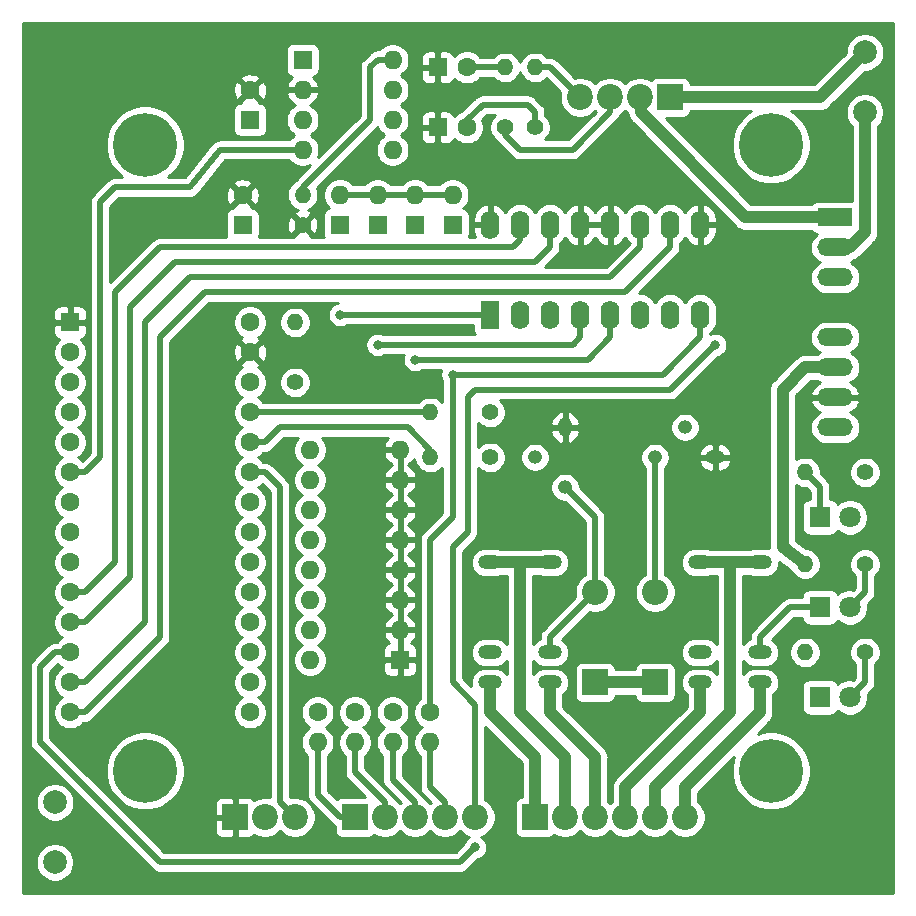
<source format=gbl>
G04 #@! TF.GenerationSoftware,KiCad,Pcbnew,5.1.5-1.fc31*
G04 #@! TF.CreationDate,2020-08-14T16:28:45+01:00*
G04 #@! TF.ProjectId,modint-v1.0,6d6f6469-6e74-42d7-9631-2e302e6b6963,1.0*
G04 #@! TF.SameCoordinates,Original*
G04 #@! TF.FileFunction,Copper,L2,Bot*
G04 #@! TF.FilePolarity,Positive*
%FSLAX46Y46*%
G04 Gerber Fmt 4.6, Leading zero omitted, Abs format (unit mm)*
G04 Created by KiCad (PCBNEW 5.1.5-1.fc31) date 2020-08-14 16:28:45*
%MOMM*%
%LPD*%
G04 APERTURE LIST*
%ADD10R,2.200000X2.200000*%
%ADD11C,2.200000*%
%ADD12C,1.600000*%
%ADD13R,1.600000X1.600000*%
%ADD14O,1.400000X1.400000*%
%ADD15C,1.400000*%
%ADD16C,5.400000*%
%ADD17O,1.600000X2.400000*%
%ADD18R,1.600000X2.400000*%
%ADD19C,1.800000*%
%ADD20R,1.800000X1.800000*%
%ADD21O,1.600000X1.600000*%
%ADD22O,2.000000X1.200000*%
%ADD23O,1.200000X1.200000*%
%ADD24O,1.600000X1.200000*%
%ADD25O,3.000000X1.500000*%
%ADD26R,3.000000X1.500000*%
%ADD27O,2.200000X2.200000*%
%ADD28O,1.200000X1.600000*%
%ADD29C,2.000000*%
%ADD30C,0.800000*%
%ADD31C,0.500000*%
%ADD32C,1.000000*%
%ADD33C,0.254000*%
G04 APERTURE END LIST*
D10*
X154610000Y-154940000D03*
D11*
X157150000Y-154940000D03*
X159690000Y-154940000D03*
D12*
X174255000Y-91440000D03*
D13*
X171755000Y-91440000D03*
D14*
X160325000Y-102235000D03*
D15*
X160325000Y-104775000D03*
D12*
X155245000Y-102275000D03*
D13*
X155245000Y-104775000D03*
D12*
X155880000Y-93385000D03*
D13*
X155880000Y-95885000D03*
D12*
X174255000Y-96520000D03*
D13*
X171755000Y-96520000D03*
D14*
X159690000Y-113030000D03*
D15*
X159690000Y-118110000D03*
D16*
X200000000Y-151000000D03*
X147000000Y-151000000D03*
X147000000Y-98000000D03*
X200000000Y-98000000D03*
D17*
X176200000Y-104775000D03*
X193980000Y-112395000D03*
X178740000Y-104775000D03*
X191440000Y-112395000D03*
X181280000Y-104775000D03*
X188900000Y-112395000D03*
X183820000Y-104775000D03*
X186360000Y-112395000D03*
X186360000Y-104775000D03*
X183820000Y-112395000D03*
X188900000Y-104775000D03*
X181280000Y-112395000D03*
X191440000Y-104775000D03*
X178740000Y-112395000D03*
X193980000Y-104775000D03*
D18*
X176200000Y-112395000D03*
D19*
X206680000Y-129540000D03*
D20*
X204140000Y-129540000D03*
D21*
X160960000Y-141605000D03*
X168580000Y-123825000D03*
X160960000Y-139065000D03*
X168580000Y-126365000D03*
X160960000Y-136525000D03*
X168580000Y-128905000D03*
X160960000Y-133985000D03*
X168580000Y-131445000D03*
X160960000Y-131445000D03*
X168580000Y-133985000D03*
X160960000Y-128905000D03*
X168580000Y-136525000D03*
X160960000Y-126365000D03*
X168580000Y-139065000D03*
X160960000Y-123825000D03*
D13*
X168580000Y-141605000D03*
D11*
X183820000Y-93980000D03*
X186360000Y-93980000D03*
X188900000Y-93980000D03*
D10*
X191440000Y-93980000D03*
D22*
X199060000Y-133350000D03*
X193980000Y-133350000D03*
X199060000Y-140970000D03*
X193980000Y-140970000D03*
X199060000Y-143510000D03*
X193980000Y-143510000D03*
X181280000Y-133350000D03*
X176200000Y-133350000D03*
X181280000Y-140970000D03*
X176200000Y-140970000D03*
X181280000Y-143510000D03*
X176200000Y-143510000D03*
D21*
X167945000Y-148590000D03*
D12*
X167945000Y-146050000D03*
D21*
X173025000Y-102235000D03*
D13*
X173025000Y-104775000D03*
D21*
X169850000Y-102235000D03*
D13*
X169850000Y-104775000D03*
D21*
X166675000Y-102235000D03*
D13*
X166675000Y-104775000D03*
D21*
X163500000Y-102235000D03*
D13*
X163500000Y-104775000D03*
D23*
X190170000Y-124460000D03*
X192710000Y-121920000D03*
D24*
X195250000Y-124460000D03*
D21*
X171120000Y-148590000D03*
D12*
X171120000Y-146050000D03*
D21*
X164770000Y-148590000D03*
D12*
X164770000Y-146050000D03*
D21*
X161595000Y-148590000D03*
D12*
X161595000Y-146050000D03*
D25*
X205410000Y-121920000D03*
X205410000Y-119380000D03*
X205410000Y-109220000D03*
X205410000Y-116840000D03*
X205410000Y-114300000D03*
X205410000Y-106680000D03*
D26*
X205410000Y-104140000D03*
D13*
X140640000Y-113030000D03*
D12*
X140640000Y-115570000D03*
X140640000Y-118110000D03*
X140640000Y-120650000D03*
X140640000Y-123190000D03*
X140640000Y-125730000D03*
X140640000Y-128270000D03*
X140640000Y-130810000D03*
X140640000Y-133350000D03*
X140640000Y-135890000D03*
X140640000Y-138430000D03*
X140640000Y-140970000D03*
X140640000Y-143510000D03*
X155880000Y-113030000D03*
X155880000Y-115570000D03*
X155880000Y-118110000D03*
X155880000Y-120650000D03*
X155880000Y-123190000D03*
X155880000Y-125730000D03*
X155880000Y-128270000D03*
X155880000Y-130810000D03*
X155880000Y-133350000D03*
X155880000Y-135890000D03*
X155880000Y-138430000D03*
X155880000Y-140970000D03*
X155880000Y-143510000D03*
X140640000Y-146050000D03*
X155880000Y-146050000D03*
D11*
X174930000Y-154940000D03*
X172390000Y-154940000D03*
X169850000Y-154940000D03*
X167310000Y-154940000D03*
D10*
X164770000Y-154940000D03*
D27*
X190170000Y-135890000D03*
D10*
X190170000Y-143510000D03*
D27*
X185090000Y-135890000D03*
D10*
X185090000Y-143510000D03*
D11*
X192710000Y-154940000D03*
X190170000Y-154940000D03*
X187630000Y-154940000D03*
X185090000Y-154940000D03*
X182550000Y-154940000D03*
D10*
X180010000Y-154940000D03*
D23*
X182550000Y-127000000D03*
X180010000Y-124460000D03*
D28*
X182550000Y-121920000D03*
D29*
X207940000Y-95250000D03*
X207950000Y-90170000D03*
D14*
X202870000Y-125730000D03*
D15*
X207950000Y-125730000D03*
D21*
X167945000Y-90805000D03*
X160325000Y-98425000D03*
X167945000Y-93345000D03*
X160325000Y-95885000D03*
X167945000Y-95885000D03*
X160325000Y-93345000D03*
X167945000Y-98425000D03*
D13*
X160325000Y-90805000D03*
D19*
X206680000Y-144780000D03*
D20*
X204140000Y-144780000D03*
D19*
X206680000Y-137160000D03*
D20*
X204140000Y-137160000D03*
D14*
X202870000Y-140970000D03*
D15*
X207950000Y-140970000D03*
D14*
X202870000Y-133500000D03*
D15*
X207950000Y-133500000D03*
D14*
X171120000Y-120650000D03*
D15*
X176200000Y-120650000D03*
D14*
X171120000Y-124460000D03*
D15*
X176200000Y-124460000D03*
D29*
X139360000Y-158750000D03*
X139370000Y-153670000D03*
D14*
X180010000Y-91440000D03*
D15*
X180010000Y-96520000D03*
D14*
X177470000Y-91440000D03*
D15*
X177470000Y-96520000D03*
D30*
X163500000Y-112395000D03*
X169850000Y-116205000D03*
X195250000Y-114935000D03*
X166675000Y-114935000D03*
X173025000Y-117475000D03*
X174930000Y-157480000D03*
D31*
X174255000Y-91440000D02*
X177470000Y-91440000D01*
X180010000Y-95250000D02*
X180010000Y-96520000D01*
X179375000Y-94615000D02*
X180010000Y-95250000D01*
X175565000Y-94615000D02*
X179375000Y-94615000D01*
X174255000Y-96520000D02*
X174255000Y-95925000D01*
X174255000Y-95925000D02*
X175565000Y-94615000D01*
X163500000Y-112395000D02*
X176200000Y-112395000D01*
X169850000Y-116205000D02*
X184455000Y-116205000D01*
X186360000Y-114300000D02*
X186360000Y-112395000D01*
X184455000Y-116205000D02*
X186360000Y-114300000D01*
X155880000Y-125730000D02*
X157150000Y-125730000D01*
X157150000Y-125730000D02*
X158420000Y-127000000D01*
X159690000Y-154940000D02*
X158420000Y-153670000D01*
X158420000Y-127000000D02*
X158420000Y-153670000D01*
X163500000Y-154940000D02*
X164770000Y-154940000D01*
X161595000Y-148590000D02*
X161595000Y-153035000D01*
X161595000Y-153035000D02*
X163500000Y-154940000D01*
X186360000Y-95250000D02*
X186360000Y-93980000D01*
X183185000Y-98425000D02*
X186360000Y-95250000D01*
X178740000Y-98425000D02*
X183185000Y-98425000D01*
X177470000Y-96520000D02*
X177470000Y-97155000D01*
X177470000Y-97155000D02*
X178740000Y-98425000D01*
X173025000Y-102235000D02*
X169850000Y-102235000D01*
X169850000Y-102235000D02*
X166675000Y-102235000D01*
X166675000Y-102235000D02*
X163500000Y-102235000D01*
X174295000Y-130810000D02*
X174295000Y-119380000D01*
X174930000Y-118745000D02*
X191440000Y-118745000D01*
X173025000Y-143510000D02*
X173025000Y-132080000D01*
X173025000Y-132080000D02*
X174295000Y-130810000D01*
X174930000Y-145415000D02*
X173025000Y-143510000D01*
X174295000Y-119380000D02*
X174930000Y-118745000D01*
X174930000Y-154940000D02*
X174930000Y-145415000D01*
X191440000Y-118745000D02*
X195250000Y-114935000D01*
X169850000Y-153670000D02*
X169850000Y-154940000D01*
X167945000Y-148590000D02*
X167945000Y-151765000D01*
X167945000Y-151765000D02*
X169850000Y-153670000D01*
D32*
X176200000Y-146050000D02*
X176200000Y-143510000D01*
X180010000Y-154940000D02*
X180010000Y-149860000D01*
X180010000Y-149860000D02*
X176200000Y-146050000D01*
D31*
X166675000Y-114935000D02*
X183185000Y-114935000D01*
X183820000Y-114300000D02*
X183820000Y-112395000D01*
X183185000Y-114935000D02*
X183820000Y-114300000D01*
X155880000Y-120650000D02*
X171120000Y-120650000D01*
X181280000Y-91440000D02*
X183820000Y-93980000D01*
X180010000Y-91440000D02*
X181280000Y-91440000D01*
D32*
X197790000Y-104150000D02*
X205410000Y-104150000D01*
X188900000Y-93980000D02*
X189000000Y-95250000D01*
X189000000Y-95250000D02*
X197790000Y-104150000D01*
X193980000Y-146050000D02*
X193980000Y-143510000D01*
X187630000Y-154940000D02*
X187630000Y-152400000D01*
X187630000Y-152400000D02*
X193980000Y-146050000D01*
X178740000Y-133350000D02*
X181280000Y-133350000D01*
X176200000Y-133350000D02*
X178740000Y-133350000D01*
X178740000Y-133350000D02*
X178740000Y-146050000D01*
X182550000Y-149860000D02*
X182550000Y-154940000D01*
X178740000Y-146050000D02*
X182550000Y-149860000D01*
D31*
X157150000Y-123190000D02*
X155880000Y-123190000D01*
X158420000Y-121920000D02*
X157150000Y-123190000D01*
X169215000Y-121920000D02*
X158420000Y-121920000D01*
X171120000Y-124460000D02*
X171120000Y-123825000D01*
X171120000Y-123825000D02*
X169215000Y-121920000D01*
X207950000Y-135890000D02*
X206680000Y-137160000D01*
X207950000Y-133500000D02*
X207950000Y-135890000D01*
X207950000Y-143510000D02*
X206680000Y-144780000D01*
X207950000Y-140970000D02*
X207950000Y-143510000D01*
D32*
X207950000Y-100340000D02*
X207940000Y-95250000D01*
X207950000Y-105410000D02*
X207950000Y-100340000D01*
X205410000Y-106690000D02*
X206670000Y-106690000D01*
X206670000Y-106690000D02*
X207950000Y-105410000D01*
X204140000Y-93980000D02*
X207950000Y-90170000D01*
X191440000Y-93980000D02*
X204140000Y-93980000D01*
D31*
X171120000Y-152400000D02*
X171120000Y-148590000D01*
X172390000Y-154940000D02*
X172390000Y-153670000D01*
X172390000Y-153670000D02*
X171120000Y-152400000D01*
X167310000Y-153670000D02*
X167310000Y-154940000D01*
X164770000Y-148590000D02*
X164770000Y-151130000D01*
X164770000Y-151130000D02*
X167310000Y-153670000D01*
X141910000Y-125730000D02*
X140640000Y-125730000D01*
X153340000Y-98425000D02*
X150800000Y-101600000D01*
X160325000Y-98425000D02*
X153340000Y-98425000D01*
X150800000Y-101600000D02*
X144450000Y-101600000D01*
X144450000Y-101600000D02*
X143180000Y-102870000D01*
X143180000Y-124460000D02*
X141910000Y-125730000D01*
X143180000Y-102870000D02*
X143180000Y-124460000D01*
D32*
X199060000Y-146050000D02*
X199060000Y-143510000D01*
X192710000Y-154940000D02*
X192710000Y-152400000D01*
X192710000Y-152400000D02*
X199060000Y-146050000D01*
X196520000Y-133350000D02*
X199060000Y-133350000D01*
X193980000Y-133350000D02*
X196520000Y-133350000D01*
X190170000Y-152400000D02*
X190170000Y-154940000D01*
X196520000Y-133350000D02*
X196520000Y-146050000D01*
X196520000Y-146050000D02*
X190170000Y-152400000D01*
X181280000Y-146050000D02*
X181280000Y-143510000D01*
X185090000Y-154940000D02*
X185090000Y-149860000D01*
X185090000Y-149860000D02*
X181280000Y-146050000D01*
D31*
X173025000Y-129540000D02*
X171120000Y-131445000D01*
X173025000Y-117475000D02*
X173025000Y-129540000D01*
X171120000Y-131445000D02*
X171120000Y-146050000D01*
X190805000Y-117475000D02*
X173025000Y-117475000D01*
X193980000Y-112395000D02*
X193980000Y-114300000D01*
X193980000Y-114300000D02*
X190805000Y-117475000D01*
X190170000Y-135890000D02*
X190170000Y-124460000D01*
X199060000Y-139700000D02*
X199060000Y-140970000D01*
X204140000Y-137160000D02*
X201600000Y-137160000D01*
X201600000Y-137160000D02*
X199060000Y-139700000D01*
X181280000Y-140970000D02*
X181280000Y-139700000D01*
X181280000Y-139700000D02*
X185090000Y-135890000D01*
X185090000Y-129540000D02*
X182550000Y-127000000D01*
X185090000Y-135890000D02*
X185090000Y-129540000D01*
X166675000Y-90805000D02*
X167945000Y-90805000D01*
X166040000Y-91440000D02*
X166675000Y-90805000D01*
X166040000Y-95885000D02*
X166040000Y-91440000D01*
X160325000Y-101600000D02*
X166040000Y-95885000D01*
X160325000Y-101600000D02*
X160325000Y-102235000D01*
X141910000Y-135890000D02*
X144450000Y-133350000D01*
X140640000Y-135890000D02*
X141910000Y-135890000D01*
X148260000Y-106680000D02*
X174930000Y-106680000D01*
X144450000Y-133350000D02*
X144450000Y-110490000D01*
X144450000Y-110490000D02*
X148260000Y-106680000D01*
X174930000Y-106680000D02*
X178105000Y-106680000D01*
X178740000Y-106045000D02*
X178740000Y-104775000D01*
X178105000Y-106680000D02*
X178740000Y-106045000D01*
X181280000Y-106680000D02*
X181280000Y-105410000D01*
X141910000Y-138430000D02*
X145720000Y-134620000D01*
X140640000Y-138430000D02*
X141910000Y-138430000D01*
X149530000Y-107950000D02*
X180010000Y-107950000D01*
X145720000Y-134620000D02*
X145720000Y-111760000D01*
X180010000Y-107950000D02*
X181280000Y-106680000D01*
X145720000Y-111760000D02*
X149530000Y-107950000D01*
X141910000Y-143510000D02*
X146990000Y-138430000D01*
X146990000Y-113030000D02*
X150800000Y-109220000D01*
X140640000Y-143510000D02*
X141910000Y-143510000D01*
X146990000Y-138430000D02*
X146990000Y-113030000D01*
X150800000Y-109220000D02*
X183820000Y-109220000D01*
X183820000Y-109220000D02*
X186360000Y-109220000D01*
X188900000Y-106680000D02*
X188900000Y-104775000D01*
X186360000Y-109220000D02*
X188900000Y-106680000D01*
X191440000Y-105410000D02*
X191440000Y-106680000D01*
X187630000Y-110490000D02*
X173660000Y-110490000D01*
X140640000Y-146050000D02*
X141910000Y-146050000D01*
X141910000Y-146050000D02*
X148260000Y-139700000D01*
X148260000Y-139700000D02*
X148260000Y-114300000D01*
X148260000Y-114300000D02*
X152070000Y-110490000D01*
X152070000Y-110490000D02*
X187630000Y-110490000D01*
X187630000Y-110490000D02*
X191440000Y-106680000D01*
X204140000Y-127000000D02*
X204140000Y-129540000D01*
X202870000Y-125730000D02*
X204140000Y-127000000D01*
X173660000Y-158750000D02*
X174930000Y-157480000D01*
X139370000Y-140970000D02*
X138100000Y-142240000D01*
X140640000Y-140970000D02*
X139370000Y-140970000D01*
X138100000Y-142240000D02*
X138100000Y-148590000D01*
X138100000Y-148590000D02*
X148260000Y-158750000D01*
X148260000Y-158750000D02*
X173660000Y-158750000D01*
D32*
X185090000Y-143510000D02*
X190170000Y-143510000D01*
X202870000Y-116840000D02*
X200965000Y-118745000D01*
X200965000Y-132080000D02*
X202870000Y-133500000D01*
X205410000Y-116840000D02*
X202870000Y-116840000D01*
X200965000Y-118745000D02*
X200965000Y-132080000D01*
D33*
G36*
X210315001Y-161315000D02*
G01*
X136685000Y-161315000D01*
X136685000Y-158588967D01*
X137725000Y-158588967D01*
X137725000Y-158911033D01*
X137787832Y-159226912D01*
X137911082Y-159524463D01*
X138090013Y-159792252D01*
X138317748Y-160019987D01*
X138585537Y-160198918D01*
X138883088Y-160322168D01*
X139198967Y-160385000D01*
X139521033Y-160385000D01*
X139836912Y-160322168D01*
X140134463Y-160198918D01*
X140402252Y-160019987D01*
X140629987Y-159792252D01*
X140808918Y-159524463D01*
X140932168Y-159226912D01*
X140995000Y-158911033D01*
X140995000Y-158588967D01*
X140932168Y-158273088D01*
X140808918Y-157975537D01*
X140629987Y-157707748D01*
X140402252Y-157480013D01*
X140134463Y-157301082D01*
X139836912Y-157177832D01*
X139521033Y-157115000D01*
X139198967Y-157115000D01*
X138883088Y-157177832D01*
X138585537Y-157301082D01*
X138317748Y-157480013D01*
X138090013Y-157707748D01*
X137911082Y-157975537D01*
X137787832Y-158273088D01*
X137725000Y-158588967D01*
X136685000Y-158588967D01*
X136685000Y-153508967D01*
X137735000Y-153508967D01*
X137735000Y-153831033D01*
X137797832Y-154146912D01*
X137921082Y-154444463D01*
X138100013Y-154712252D01*
X138327748Y-154939987D01*
X138595537Y-155118918D01*
X138893088Y-155242168D01*
X139208967Y-155305000D01*
X139531033Y-155305000D01*
X139846912Y-155242168D01*
X140144463Y-155118918D01*
X140412252Y-154939987D01*
X140639987Y-154712252D01*
X140818918Y-154444463D01*
X140942168Y-154146912D01*
X141005000Y-153831033D01*
X141005000Y-153508967D01*
X140942168Y-153193088D01*
X140818918Y-152895537D01*
X140639987Y-152627748D01*
X140412252Y-152400013D01*
X140144463Y-152221082D01*
X139846912Y-152097832D01*
X139531033Y-152035000D01*
X139208967Y-152035000D01*
X138893088Y-152097832D01*
X138595537Y-152221082D01*
X138327748Y-152400013D01*
X138100013Y-152627748D01*
X137921082Y-152895537D01*
X137797832Y-153193088D01*
X137735000Y-153508967D01*
X136685000Y-153508967D01*
X136685000Y-142240000D01*
X137210719Y-142240000D01*
X137215000Y-142283469D01*
X137215001Y-148546521D01*
X137210719Y-148590000D01*
X137227805Y-148763490D01*
X137278412Y-148930313D01*
X137360590Y-149084059D01*
X137443468Y-149185046D01*
X137443471Y-149185049D01*
X137471184Y-149218817D01*
X137504952Y-149246530D01*
X147603470Y-159345049D01*
X147631183Y-159378817D01*
X147664951Y-159406530D01*
X147664953Y-159406532D01*
X147765940Y-159489410D01*
X147765941Y-159489411D01*
X147919687Y-159571589D01*
X148086510Y-159622195D01*
X148216523Y-159635000D01*
X148216531Y-159635000D01*
X148260000Y-159639281D01*
X148303469Y-159635000D01*
X173616531Y-159635000D01*
X173660000Y-159639281D01*
X173703469Y-159635000D01*
X173703477Y-159635000D01*
X173833490Y-159622195D01*
X174000313Y-159571589D01*
X174154059Y-159489411D01*
X174288817Y-159378817D01*
X174316534Y-159345044D01*
X175175044Y-158486535D01*
X175231898Y-158475226D01*
X175420256Y-158397205D01*
X175589774Y-158283937D01*
X175733937Y-158139774D01*
X175847205Y-157970256D01*
X175925226Y-157781898D01*
X175965000Y-157581939D01*
X175965000Y-157378061D01*
X175925226Y-157178102D01*
X175847205Y-156989744D01*
X175733937Y-156820226D01*
X175589774Y-156676063D01*
X175468376Y-156594948D01*
X175751831Y-156477537D01*
X176035998Y-156287663D01*
X176277663Y-156045998D01*
X176467537Y-155761831D01*
X176598325Y-155446081D01*
X176665000Y-155110883D01*
X176665000Y-154769117D01*
X176598325Y-154433919D01*
X176467537Y-154118169D01*
X176277663Y-153834002D01*
X176035998Y-153592337D01*
X175815000Y-153444671D01*
X175815000Y-147270131D01*
X178875001Y-150330134D01*
X178875000Y-153205375D01*
X178785518Y-153214188D01*
X178665820Y-153250498D01*
X178555506Y-153309463D01*
X178458815Y-153388815D01*
X178379463Y-153485506D01*
X178320498Y-153595820D01*
X178284188Y-153715518D01*
X178271928Y-153840000D01*
X178271928Y-156040000D01*
X178284188Y-156164482D01*
X178320498Y-156284180D01*
X178379463Y-156394494D01*
X178458815Y-156491185D01*
X178555506Y-156570537D01*
X178665820Y-156629502D01*
X178785518Y-156665812D01*
X178910000Y-156678072D01*
X181110000Y-156678072D01*
X181234482Y-156665812D01*
X181354180Y-156629502D01*
X181464494Y-156570537D01*
X181561185Y-156491185D01*
X181627557Y-156410310D01*
X181728169Y-156477537D01*
X182043919Y-156608325D01*
X182379117Y-156675000D01*
X182720883Y-156675000D01*
X183056081Y-156608325D01*
X183371831Y-156477537D01*
X183655998Y-156287663D01*
X183820000Y-156123661D01*
X183984002Y-156287663D01*
X184268169Y-156477537D01*
X184583919Y-156608325D01*
X184919117Y-156675000D01*
X185260883Y-156675000D01*
X185596081Y-156608325D01*
X185911831Y-156477537D01*
X186195998Y-156287663D01*
X186360000Y-156123661D01*
X186524002Y-156287663D01*
X186808169Y-156477537D01*
X187123919Y-156608325D01*
X187459117Y-156675000D01*
X187800883Y-156675000D01*
X188136081Y-156608325D01*
X188451831Y-156477537D01*
X188735998Y-156287663D01*
X188900000Y-156123661D01*
X189064002Y-156287663D01*
X189348169Y-156477537D01*
X189663919Y-156608325D01*
X189999117Y-156675000D01*
X190340883Y-156675000D01*
X190676081Y-156608325D01*
X190991831Y-156477537D01*
X191275998Y-156287663D01*
X191440000Y-156123661D01*
X191604002Y-156287663D01*
X191888169Y-156477537D01*
X192203919Y-156608325D01*
X192539117Y-156675000D01*
X192880883Y-156675000D01*
X193216081Y-156608325D01*
X193531831Y-156477537D01*
X193815998Y-156287663D01*
X194057663Y-156045998D01*
X194247537Y-155761831D01*
X194378325Y-155446081D01*
X194445000Y-155110883D01*
X194445000Y-154769117D01*
X194378325Y-154433919D01*
X194247537Y-154118169D01*
X194057663Y-153834002D01*
X193845000Y-153621339D01*
X193845000Y-152870131D01*
X196867582Y-149847549D01*
X196793162Y-150027216D01*
X196665000Y-150671531D01*
X196665000Y-151328469D01*
X196793162Y-151972784D01*
X197044561Y-152579715D01*
X197409536Y-153125939D01*
X197874061Y-153590464D01*
X198420285Y-153955439D01*
X199027216Y-154206838D01*
X199671531Y-154335000D01*
X200328469Y-154335000D01*
X200972784Y-154206838D01*
X201579715Y-153955439D01*
X202125939Y-153590464D01*
X202590464Y-153125939D01*
X202955439Y-152579715D01*
X203206838Y-151972784D01*
X203335000Y-151328469D01*
X203335000Y-150671531D01*
X203206838Y-150027216D01*
X202955439Y-149420285D01*
X202590464Y-148874061D01*
X202125939Y-148409536D01*
X201579715Y-148044561D01*
X200972784Y-147793162D01*
X200328469Y-147665000D01*
X199671531Y-147665000D01*
X199027216Y-147793162D01*
X198847550Y-147867582D01*
X199823141Y-146891991D01*
X199866449Y-146856449D01*
X200008284Y-146683623D01*
X200113676Y-146486447D01*
X200178577Y-146272499D01*
X200191598Y-146140299D01*
X200200491Y-146050001D01*
X200195000Y-145994249D01*
X200195000Y-144504450D01*
X200337502Y-144387502D01*
X200491833Y-144199449D01*
X200606511Y-143984901D01*
X200638332Y-143880000D01*
X202601928Y-143880000D01*
X202601928Y-145680000D01*
X202614188Y-145804482D01*
X202650498Y-145924180D01*
X202709463Y-146034494D01*
X202788815Y-146131185D01*
X202885506Y-146210537D01*
X202995820Y-146269502D01*
X203115518Y-146305812D01*
X203240000Y-146318072D01*
X205040000Y-146318072D01*
X205164482Y-146305812D01*
X205284180Y-146269502D01*
X205394494Y-146210537D01*
X205491185Y-146131185D01*
X205570537Y-146034494D01*
X205629502Y-145924180D01*
X205635056Y-145905873D01*
X205701495Y-145972312D01*
X205952905Y-146140299D01*
X206232257Y-146256011D01*
X206528816Y-146315000D01*
X206831184Y-146315000D01*
X207127743Y-146256011D01*
X207407095Y-146140299D01*
X207658505Y-145972312D01*
X207872312Y-145758505D01*
X208040299Y-145507095D01*
X208156011Y-145227743D01*
X208215000Y-144931184D01*
X208215000Y-144628816D01*
X208193060Y-144518518D01*
X208545049Y-144166530D01*
X208578817Y-144138817D01*
X208606533Y-144105046D01*
X208689410Y-144004060D01*
X208689411Y-144004059D01*
X208771589Y-143850313D01*
X208822195Y-143683490D01*
X208835000Y-143553477D01*
X208835000Y-143553467D01*
X208839281Y-143510001D01*
X208835000Y-143466535D01*
X208835000Y-141972975D01*
X208986962Y-141821013D01*
X209133061Y-141602359D01*
X209233696Y-141359405D01*
X209285000Y-141101486D01*
X209285000Y-140838514D01*
X209233696Y-140580595D01*
X209133061Y-140337641D01*
X208986962Y-140118987D01*
X208801013Y-139933038D01*
X208582359Y-139786939D01*
X208339405Y-139686304D01*
X208081486Y-139635000D01*
X207818514Y-139635000D01*
X207560595Y-139686304D01*
X207317641Y-139786939D01*
X207098987Y-139933038D01*
X206913038Y-140118987D01*
X206766939Y-140337641D01*
X206666304Y-140580595D01*
X206615000Y-140838514D01*
X206615000Y-141101486D01*
X206666304Y-141359405D01*
X206766939Y-141602359D01*
X206913038Y-141821013D01*
X207065000Y-141972975D01*
X207065001Y-143143420D01*
X206941482Y-143266940D01*
X206831184Y-143245000D01*
X206528816Y-143245000D01*
X206232257Y-143303989D01*
X205952905Y-143419701D01*
X205701495Y-143587688D01*
X205635056Y-143654127D01*
X205629502Y-143635820D01*
X205570537Y-143525506D01*
X205491185Y-143428815D01*
X205394494Y-143349463D01*
X205284180Y-143290498D01*
X205164482Y-143254188D01*
X205040000Y-143241928D01*
X203240000Y-143241928D01*
X203115518Y-143254188D01*
X202995820Y-143290498D01*
X202885506Y-143349463D01*
X202788815Y-143428815D01*
X202709463Y-143525506D01*
X202650498Y-143635820D01*
X202614188Y-143755518D01*
X202601928Y-143880000D01*
X200638332Y-143880000D01*
X200677130Y-143752102D01*
X200700975Y-143510000D01*
X200677130Y-143267898D01*
X200606511Y-143035099D01*
X200491833Y-142820551D01*
X200337502Y-142632498D01*
X200149449Y-142478167D01*
X199934901Y-142363489D01*
X199702102Y-142292870D01*
X199520665Y-142275000D01*
X198599335Y-142275000D01*
X198417898Y-142292870D01*
X198185099Y-142363489D01*
X197970551Y-142478167D01*
X197782498Y-142632498D01*
X197655000Y-142787855D01*
X197655000Y-141692145D01*
X197782498Y-141847502D01*
X197970551Y-142001833D01*
X198185099Y-142116511D01*
X198417898Y-142187130D01*
X198599335Y-142205000D01*
X199520665Y-142205000D01*
X199702102Y-142187130D01*
X199934901Y-142116511D01*
X200149449Y-142001833D01*
X200337502Y-141847502D01*
X200491833Y-141659449D01*
X200606511Y-141444901D01*
X200677130Y-141212102D01*
X200700975Y-140970000D01*
X200688025Y-140838514D01*
X201535000Y-140838514D01*
X201535000Y-141101486D01*
X201586304Y-141359405D01*
X201686939Y-141602359D01*
X201833038Y-141821013D01*
X202018987Y-142006962D01*
X202237641Y-142153061D01*
X202480595Y-142253696D01*
X202738514Y-142305000D01*
X203001486Y-142305000D01*
X203259405Y-142253696D01*
X203502359Y-142153061D01*
X203721013Y-142006962D01*
X203906962Y-141821013D01*
X204053061Y-141602359D01*
X204153696Y-141359405D01*
X204205000Y-141101486D01*
X204205000Y-140838514D01*
X204153696Y-140580595D01*
X204053061Y-140337641D01*
X203906962Y-140118987D01*
X203721013Y-139933038D01*
X203502359Y-139786939D01*
X203259405Y-139686304D01*
X203001486Y-139635000D01*
X202738514Y-139635000D01*
X202480595Y-139686304D01*
X202237641Y-139786939D01*
X202018987Y-139933038D01*
X201833038Y-140118987D01*
X201686939Y-140337641D01*
X201586304Y-140580595D01*
X201535000Y-140838514D01*
X200688025Y-140838514D01*
X200677130Y-140727898D01*
X200606511Y-140495099D01*
X200491833Y-140280551D01*
X200337502Y-140092498D01*
X200149449Y-139938167D01*
X200099897Y-139911681D01*
X201966579Y-138045000D01*
X202601928Y-138045000D01*
X202601928Y-138060000D01*
X202614188Y-138184482D01*
X202650498Y-138304180D01*
X202709463Y-138414494D01*
X202788815Y-138511185D01*
X202885506Y-138590537D01*
X202995820Y-138649502D01*
X203115518Y-138685812D01*
X203240000Y-138698072D01*
X205040000Y-138698072D01*
X205164482Y-138685812D01*
X205284180Y-138649502D01*
X205394494Y-138590537D01*
X205491185Y-138511185D01*
X205570537Y-138414494D01*
X205629502Y-138304180D01*
X205635056Y-138285873D01*
X205701495Y-138352312D01*
X205952905Y-138520299D01*
X206232257Y-138636011D01*
X206528816Y-138695000D01*
X206831184Y-138695000D01*
X207127743Y-138636011D01*
X207407095Y-138520299D01*
X207658505Y-138352312D01*
X207872312Y-138138505D01*
X208040299Y-137887095D01*
X208156011Y-137607743D01*
X208215000Y-137311184D01*
X208215000Y-137008816D01*
X208193060Y-136898518D01*
X208545049Y-136546530D01*
X208578817Y-136518817D01*
X208689411Y-136384059D01*
X208771589Y-136230313D01*
X208822195Y-136063490D01*
X208835000Y-135933477D01*
X208835000Y-135933467D01*
X208839281Y-135890001D01*
X208835000Y-135846535D01*
X208835000Y-134502975D01*
X208986962Y-134351013D01*
X209133061Y-134132359D01*
X209233696Y-133889405D01*
X209285000Y-133631486D01*
X209285000Y-133368514D01*
X209233696Y-133110595D01*
X209133061Y-132867641D01*
X208986962Y-132648987D01*
X208801013Y-132463038D01*
X208582359Y-132316939D01*
X208339405Y-132216304D01*
X208081486Y-132165000D01*
X207818514Y-132165000D01*
X207560595Y-132216304D01*
X207317641Y-132316939D01*
X207098987Y-132463038D01*
X206913038Y-132648987D01*
X206766939Y-132867641D01*
X206666304Y-133110595D01*
X206615000Y-133368514D01*
X206615000Y-133631486D01*
X206666304Y-133889405D01*
X206766939Y-134132359D01*
X206913038Y-134351013D01*
X207065000Y-134502975D01*
X207065001Y-135523420D01*
X206941482Y-135646940D01*
X206831184Y-135625000D01*
X206528816Y-135625000D01*
X206232257Y-135683989D01*
X205952905Y-135799701D01*
X205701495Y-135967688D01*
X205635056Y-136034127D01*
X205629502Y-136015820D01*
X205570537Y-135905506D01*
X205491185Y-135808815D01*
X205394494Y-135729463D01*
X205284180Y-135670498D01*
X205164482Y-135634188D01*
X205040000Y-135621928D01*
X203240000Y-135621928D01*
X203115518Y-135634188D01*
X202995820Y-135670498D01*
X202885506Y-135729463D01*
X202788815Y-135808815D01*
X202709463Y-135905506D01*
X202650498Y-136015820D01*
X202614188Y-136135518D01*
X202601928Y-136260000D01*
X202601928Y-136275000D01*
X201643465Y-136275000D01*
X201599999Y-136270719D01*
X201556533Y-136275000D01*
X201556523Y-136275000D01*
X201426510Y-136287805D01*
X201259687Y-136338411D01*
X201105941Y-136420589D01*
X201105939Y-136420590D01*
X201105940Y-136420590D01*
X201004953Y-136503468D01*
X201004951Y-136503470D01*
X200971183Y-136531183D01*
X200943470Y-136564951D01*
X198464956Y-139043466D01*
X198431183Y-139071183D01*
X198320589Y-139205942D01*
X198238411Y-139359688D01*
X198187805Y-139526511D01*
X198175000Y-139656524D01*
X198175000Y-139656531D01*
X198170719Y-139700000D01*
X198175000Y-139743470D01*
X198175000Y-139828887D01*
X197970551Y-139938167D01*
X197782498Y-140092498D01*
X197655000Y-140247855D01*
X197655000Y-134485000D01*
X198163563Y-134485000D01*
X198185099Y-134496511D01*
X198417898Y-134567130D01*
X198599335Y-134585000D01*
X199520665Y-134585000D01*
X199702102Y-134567130D01*
X199934901Y-134496511D01*
X200149449Y-134381833D01*
X200337502Y-134227502D01*
X200491833Y-134039449D01*
X200606511Y-133824901D01*
X200677130Y-133592102D01*
X200700975Y-133350000D01*
X200695535Y-133294766D01*
X201627859Y-133989727D01*
X201686939Y-134132359D01*
X201833038Y-134351013D01*
X202018987Y-134536962D01*
X202237641Y-134683061D01*
X202480595Y-134783696D01*
X202738514Y-134835000D01*
X203001486Y-134835000D01*
X203259405Y-134783696D01*
X203502359Y-134683061D01*
X203721013Y-134536962D01*
X203906962Y-134351013D01*
X204053061Y-134132359D01*
X204153696Y-133889405D01*
X204205000Y-133631486D01*
X204205000Y-133368514D01*
X204153696Y-133110595D01*
X204053061Y-132867641D01*
X203906962Y-132648987D01*
X203721013Y-132463038D01*
X203502359Y-132316939D01*
X203259405Y-132216304D01*
X203001486Y-132165000D01*
X202978166Y-132165000D01*
X202100000Y-131510409D01*
X202100000Y-126821093D01*
X202237641Y-126913061D01*
X202480595Y-127013696D01*
X202738514Y-127065000D01*
X202953421Y-127065000D01*
X203255000Y-127366579D01*
X203255000Y-128001928D01*
X203240000Y-128001928D01*
X203115518Y-128014188D01*
X202995820Y-128050498D01*
X202885506Y-128109463D01*
X202788815Y-128188815D01*
X202709463Y-128285506D01*
X202650498Y-128395820D01*
X202614188Y-128515518D01*
X202601928Y-128640000D01*
X202601928Y-130440000D01*
X202614188Y-130564482D01*
X202650498Y-130684180D01*
X202709463Y-130794494D01*
X202788815Y-130891185D01*
X202885506Y-130970537D01*
X202995820Y-131029502D01*
X203115518Y-131065812D01*
X203240000Y-131078072D01*
X205040000Y-131078072D01*
X205164482Y-131065812D01*
X205284180Y-131029502D01*
X205394494Y-130970537D01*
X205491185Y-130891185D01*
X205570537Y-130794494D01*
X205629502Y-130684180D01*
X205635056Y-130665873D01*
X205701495Y-130732312D01*
X205952905Y-130900299D01*
X206232257Y-131016011D01*
X206528816Y-131075000D01*
X206831184Y-131075000D01*
X207127743Y-131016011D01*
X207407095Y-130900299D01*
X207658505Y-130732312D01*
X207872312Y-130518505D01*
X208040299Y-130267095D01*
X208156011Y-129987743D01*
X208215000Y-129691184D01*
X208215000Y-129388816D01*
X208156011Y-129092257D01*
X208040299Y-128812905D01*
X207872312Y-128561495D01*
X207658505Y-128347688D01*
X207407095Y-128179701D01*
X207127743Y-128063989D01*
X206831184Y-128005000D01*
X206528816Y-128005000D01*
X206232257Y-128063989D01*
X205952905Y-128179701D01*
X205701495Y-128347688D01*
X205635056Y-128414127D01*
X205629502Y-128395820D01*
X205570537Y-128285506D01*
X205491185Y-128188815D01*
X205394494Y-128109463D01*
X205284180Y-128050498D01*
X205164482Y-128014188D01*
X205040000Y-128001928D01*
X205025000Y-128001928D01*
X205025000Y-127043465D01*
X205029281Y-126999999D01*
X205025000Y-126956533D01*
X205025000Y-126956523D01*
X205012195Y-126826510D01*
X204961589Y-126659687D01*
X204879411Y-126505941D01*
X204768817Y-126371183D01*
X204735050Y-126343471D01*
X204205000Y-125813421D01*
X204205000Y-125598514D01*
X206615000Y-125598514D01*
X206615000Y-125861486D01*
X206666304Y-126119405D01*
X206766939Y-126362359D01*
X206913038Y-126581013D01*
X207098987Y-126766962D01*
X207317641Y-126913061D01*
X207560595Y-127013696D01*
X207818514Y-127065000D01*
X208081486Y-127065000D01*
X208339405Y-127013696D01*
X208582359Y-126913061D01*
X208801013Y-126766962D01*
X208986962Y-126581013D01*
X209133061Y-126362359D01*
X209233696Y-126119405D01*
X209285000Y-125861486D01*
X209285000Y-125598514D01*
X209233696Y-125340595D01*
X209133061Y-125097641D01*
X208986962Y-124878987D01*
X208801013Y-124693038D01*
X208582359Y-124546939D01*
X208339405Y-124446304D01*
X208081486Y-124395000D01*
X207818514Y-124395000D01*
X207560595Y-124446304D01*
X207317641Y-124546939D01*
X207098987Y-124693038D01*
X206913038Y-124878987D01*
X206766939Y-125097641D01*
X206666304Y-125340595D01*
X206615000Y-125598514D01*
X204205000Y-125598514D01*
X204153696Y-125340595D01*
X204053061Y-125097641D01*
X203906962Y-124878987D01*
X203721013Y-124693038D01*
X203502359Y-124546939D01*
X203259405Y-124446304D01*
X203001486Y-124395000D01*
X202738514Y-124395000D01*
X202480595Y-124446304D01*
X202237641Y-124546939D01*
X202100000Y-124638907D01*
X202100000Y-121920000D01*
X203268299Y-121920000D01*
X203295040Y-122191507D01*
X203374236Y-122452581D01*
X203502843Y-122693188D01*
X203675919Y-122904081D01*
X203886812Y-123077157D01*
X204127419Y-123205764D01*
X204388493Y-123284960D01*
X204591963Y-123305000D01*
X206228037Y-123305000D01*
X206431507Y-123284960D01*
X206692581Y-123205764D01*
X206933188Y-123077157D01*
X207144081Y-122904081D01*
X207317157Y-122693188D01*
X207445764Y-122452581D01*
X207524960Y-122191507D01*
X207551701Y-121920000D01*
X207524960Y-121648493D01*
X207445764Y-121387419D01*
X207317157Y-121146812D01*
X207144081Y-120935919D01*
X206933188Y-120762843D01*
X206717422Y-120647514D01*
X206807349Y-120610972D01*
X207035061Y-120461028D01*
X207229145Y-120269540D01*
X207382142Y-120043868D01*
X207488173Y-119792684D01*
X207502318Y-119721185D01*
X207379656Y-119507000D01*
X205537000Y-119507000D01*
X205537000Y-119527000D01*
X205283000Y-119527000D01*
X205283000Y-119507000D01*
X203440344Y-119507000D01*
X203317682Y-119721185D01*
X203331827Y-119792684D01*
X203437858Y-120043868D01*
X203590855Y-120269540D01*
X203784939Y-120461028D01*
X204012651Y-120610972D01*
X204102578Y-120647514D01*
X203886812Y-120762843D01*
X203675919Y-120935919D01*
X203502843Y-121146812D01*
X203374236Y-121387419D01*
X203295040Y-121648493D01*
X203268299Y-121920000D01*
X202100000Y-121920000D01*
X202100000Y-119215131D01*
X203340132Y-117975000D01*
X203859814Y-117975000D01*
X203886812Y-117997157D01*
X204102578Y-118112486D01*
X204012651Y-118149028D01*
X203784939Y-118298972D01*
X203590855Y-118490460D01*
X203437858Y-118716132D01*
X203331827Y-118967316D01*
X203317682Y-119038815D01*
X203440344Y-119253000D01*
X205283000Y-119253000D01*
X205283000Y-119233000D01*
X205537000Y-119233000D01*
X205537000Y-119253000D01*
X207379656Y-119253000D01*
X207502318Y-119038815D01*
X207488173Y-118967316D01*
X207382142Y-118716132D01*
X207229145Y-118490460D01*
X207035061Y-118298972D01*
X206807349Y-118149028D01*
X206717422Y-118112486D01*
X206933188Y-117997157D01*
X207144081Y-117824081D01*
X207317157Y-117613188D01*
X207445764Y-117372581D01*
X207524960Y-117111507D01*
X207551701Y-116840000D01*
X207524960Y-116568493D01*
X207445764Y-116307419D01*
X207317157Y-116066812D01*
X207144081Y-115855919D01*
X206933188Y-115682843D01*
X206722073Y-115570000D01*
X206933188Y-115457157D01*
X207144081Y-115284081D01*
X207317157Y-115073188D01*
X207445764Y-114832581D01*
X207524960Y-114571507D01*
X207551701Y-114300000D01*
X207524960Y-114028493D01*
X207445764Y-113767419D01*
X207317157Y-113526812D01*
X207144081Y-113315919D01*
X206933188Y-113142843D01*
X206692581Y-113014236D01*
X206431507Y-112935040D01*
X206228037Y-112915000D01*
X204591963Y-112915000D01*
X204388493Y-112935040D01*
X204127419Y-113014236D01*
X203886812Y-113142843D01*
X203675919Y-113315919D01*
X203502843Y-113526812D01*
X203374236Y-113767419D01*
X203295040Y-114028493D01*
X203268299Y-114300000D01*
X203295040Y-114571507D01*
X203374236Y-114832581D01*
X203502843Y-115073188D01*
X203675919Y-115284081D01*
X203886812Y-115457157D01*
X204097927Y-115570000D01*
X203886812Y-115682843D01*
X203859814Y-115705000D01*
X202925752Y-115705000D01*
X202870000Y-115699509D01*
X202814248Y-115705000D01*
X202647501Y-115721423D01*
X202433553Y-115786324D01*
X202236377Y-115891716D01*
X202063551Y-116033551D01*
X202028009Y-116076859D01*
X200201865Y-117903004D01*
X200158551Y-117938551D01*
X200016716Y-118111377D01*
X199917720Y-118296588D01*
X199911324Y-118308554D01*
X199846423Y-118522502D01*
X199824509Y-118745000D01*
X199830000Y-118800751D01*
X199830001Y-131994900D01*
X199826022Y-132021284D01*
X199830001Y-132106484D01*
X199830001Y-132135752D01*
X199832601Y-132162146D01*
X199833089Y-132172605D01*
X199702102Y-132132870D01*
X199520665Y-132115000D01*
X198599335Y-132115000D01*
X198417898Y-132132870D01*
X198185099Y-132203489D01*
X198163563Y-132215000D01*
X196575751Y-132215000D01*
X196520000Y-132209509D01*
X196464248Y-132215000D01*
X194876437Y-132215000D01*
X194854901Y-132203489D01*
X194622102Y-132132870D01*
X194440665Y-132115000D01*
X193519335Y-132115000D01*
X193337898Y-132132870D01*
X193105099Y-132203489D01*
X192890551Y-132318167D01*
X192702498Y-132472498D01*
X192548167Y-132660551D01*
X192433489Y-132875099D01*
X192362870Y-133107898D01*
X192339025Y-133350000D01*
X192362870Y-133592102D01*
X192433489Y-133824901D01*
X192548167Y-134039449D01*
X192702498Y-134227502D01*
X192890551Y-134381833D01*
X193105099Y-134496511D01*
X193337898Y-134567130D01*
X193519335Y-134585000D01*
X194440665Y-134585000D01*
X194622102Y-134567130D01*
X194854901Y-134496511D01*
X194876437Y-134485000D01*
X195385000Y-134485000D01*
X195385001Y-140247856D01*
X195257502Y-140092498D01*
X195069449Y-139938167D01*
X194854901Y-139823489D01*
X194622102Y-139752870D01*
X194440665Y-139735000D01*
X193519335Y-139735000D01*
X193337898Y-139752870D01*
X193105099Y-139823489D01*
X192890551Y-139938167D01*
X192702498Y-140092498D01*
X192548167Y-140280551D01*
X192433489Y-140495099D01*
X192362870Y-140727898D01*
X192339025Y-140970000D01*
X192362870Y-141212102D01*
X192433489Y-141444901D01*
X192548167Y-141659449D01*
X192702498Y-141847502D01*
X192890551Y-142001833D01*
X193105099Y-142116511D01*
X193337898Y-142187130D01*
X193519335Y-142205000D01*
X194440665Y-142205000D01*
X194622102Y-142187130D01*
X194854901Y-142116511D01*
X195069449Y-142001833D01*
X195257502Y-141847502D01*
X195385001Y-141692144D01*
X195385001Y-142787856D01*
X195257502Y-142632498D01*
X195069449Y-142478167D01*
X194854901Y-142363489D01*
X194622102Y-142292870D01*
X194440665Y-142275000D01*
X193519335Y-142275000D01*
X193337898Y-142292870D01*
X193105099Y-142363489D01*
X192890551Y-142478167D01*
X192702498Y-142632498D01*
X192548167Y-142820551D01*
X192433489Y-143035099D01*
X192362870Y-143267898D01*
X192339025Y-143510000D01*
X192362870Y-143752102D01*
X192433489Y-143984901D01*
X192548167Y-144199449D01*
X192702498Y-144387502D01*
X192845001Y-144504451D01*
X192845000Y-145579868D01*
X186866860Y-151558009D01*
X186823552Y-151593551D01*
X186681717Y-151766377D01*
X186626645Y-151869411D01*
X186576324Y-151963554D01*
X186511423Y-152177502D01*
X186489509Y-152400000D01*
X186495001Y-152455761D01*
X186495001Y-153621338D01*
X186360000Y-153756339D01*
X186225000Y-153621339D01*
X186225000Y-149915752D01*
X186230491Y-149860000D01*
X186208577Y-149637501D01*
X186143676Y-149423553D01*
X186038284Y-149226377D01*
X185931989Y-149096856D01*
X185931987Y-149096854D01*
X185896449Y-149053551D01*
X185853146Y-149018013D01*
X182415000Y-145579869D01*
X182415000Y-144504450D01*
X182557502Y-144387502D01*
X182711833Y-144199449D01*
X182826511Y-143984901D01*
X182897130Y-143752102D01*
X182920975Y-143510000D01*
X182897130Y-143267898D01*
X182826511Y-143035099D01*
X182711833Y-142820551D01*
X182557502Y-142632498D01*
X182369449Y-142478167D01*
X182241918Y-142410000D01*
X183351928Y-142410000D01*
X183351928Y-144610000D01*
X183364188Y-144734482D01*
X183400498Y-144854180D01*
X183459463Y-144964494D01*
X183538815Y-145061185D01*
X183635506Y-145140537D01*
X183745820Y-145199502D01*
X183865518Y-145235812D01*
X183990000Y-145248072D01*
X186190000Y-145248072D01*
X186314482Y-145235812D01*
X186434180Y-145199502D01*
X186544494Y-145140537D01*
X186641185Y-145061185D01*
X186720537Y-144964494D01*
X186779502Y-144854180D01*
X186815812Y-144734482D01*
X186824625Y-144645000D01*
X188435375Y-144645000D01*
X188444188Y-144734482D01*
X188480498Y-144854180D01*
X188539463Y-144964494D01*
X188618815Y-145061185D01*
X188715506Y-145140537D01*
X188825820Y-145199502D01*
X188945518Y-145235812D01*
X189070000Y-145248072D01*
X191270000Y-145248072D01*
X191394482Y-145235812D01*
X191514180Y-145199502D01*
X191624494Y-145140537D01*
X191721185Y-145061185D01*
X191800537Y-144964494D01*
X191859502Y-144854180D01*
X191895812Y-144734482D01*
X191908072Y-144610000D01*
X191908072Y-142410000D01*
X191895812Y-142285518D01*
X191859502Y-142165820D01*
X191800537Y-142055506D01*
X191721185Y-141958815D01*
X191624494Y-141879463D01*
X191514180Y-141820498D01*
X191394482Y-141784188D01*
X191270000Y-141771928D01*
X189070000Y-141771928D01*
X188945518Y-141784188D01*
X188825820Y-141820498D01*
X188715506Y-141879463D01*
X188618815Y-141958815D01*
X188539463Y-142055506D01*
X188480498Y-142165820D01*
X188444188Y-142285518D01*
X188435375Y-142375000D01*
X186824625Y-142375000D01*
X186815812Y-142285518D01*
X186779502Y-142165820D01*
X186720537Y-142055506D01*
X186641185Y-141958815D01*
X186544494Y-141879463D01*
X186434180Y-141820498D01*
X186314482Y-141784188D01*
X186190000Y-141771928D01*
X183990000Y-141771928D01*
X183865518Y-141784188D01*
X183745820Y-141820498D01*
X183635506Y-141879463D01*
X183538815Y-141958815D01*
X183459463Y-142055506D01*
X183400498Y-142165820D01*
X183364188Y-142285518D01*
X183351928Y-142410000D01*
X182241918Y-142410000D01*
X182154901Y-142363489D01*
X181922102Y-142292870D01*
X181740665Y-142275000D01*
X180819335Y-142275000D01*
X180637898Y-142292870D01*
X180405099Y-142363489D01*
X180190551Y-142478167D01*
X180002498Y-142632498D01*
X179875000Y-142787855D01*
X179875000Y-141692145D01*
X180002498Y-141847502D01*
X180190551Y-142001833D01*
X180405099Y-142116511D01*
X180637898Y-142187130D01*
X180819335Y-142205000D01*
X181740665Y-142205000D01*
X181922102Y-142187130D01*
X182154901Y-142116511D01*
X182369449Y-142001833D01*
X182557502Y-141847502D01*
X182711833Y-141659449D01*
X182826511Y-141444901D01*
X182897130Y-141212102D01*
X182920975Y-140970000D01*
X182897130Y-140727898D01*
X182826511Y-140495099D01*
X182711833Y-140280551D01*
X182557502Y-140092498D01*
X182369449Y-139938167D01*
X182319897Y-139911681D01*
X184658432Y-137573147D01*
X184919117Y-137625000D01*
X185260883Y-137625000D01*
X185596081Y-137558325D01*
X185911831Y-137427537D01*
X186195998Y-137237663D01*
X186437663Y-136995998D01*
X186627537Y-136711831D01*
X186758325Y-136396081D01*
X186825000Y-136060883D01*
X186825000Y-135719117D01*
X188435000Y-135719117D01*
X188435000Y-136060883D01*
X188501675Y-136396081D01*
X188632463Y-136711831D01*
X188822337Y-136995998D01*
X189064002Y-137237663D01*
X189348169Y-137427537D01*
X189663919Y-137558325D01*
X189999117Y-137625000D01*
X190340883Y-137625000D01*
X190676081Y-137558325D01*
X190991831Y-137427537D01*
X191275998Y-137237663D01*
X191517663Y-136995998D01*
X191707537Y-136711831D01*
X191838325Y-136396081D01*
X191905000Y-136060883D01*
X191905000Y-135719117D01*
X191838325Y-135383919D01*
X191707537Y-135068169D01*
X191517663Y-134784002D01*
X191275998Y-134542337D01*
X191055000Y-134394671D01*
X191055000Y-125321554D01*
X191129287Y-125247267D01*
X191264443Y-125044992D01*
X191357540Y-124820236D01*
X191366018Y-124777609D01*
X193856538Y-124777609D01*
X193862523Y-124820162D01*
X193955604Y-125044907D01*
X194090742Y-125247174D01*
X194262744Y-125419191D01*
X194465000Y-125554346D01*
X194689737Y-125647446D01*
X194928319Y-125694913D01*
X195123000Y-125539994D01*
X195123000Y-124587000D01*
X195377000Y-124587000D01*
X195377000Y-125539994D01*
X195571681Y-125694913D01*
X195810263Y-125647446D01*
X196035000Y-125554346D01*
X196237256Y-125419191D01*
X196409258Y-125247174D01*
X196544396Y-125044907D01*
X196637477Y-124820162D01*
X196643462Y-124777609D01*
X196518731Y-124587000D01*
X195377000Y-124587000D01*
X195123000Y-124587000D01*
X193981269Y-124587000D01*
X193856538Y-124777609D01*
X191366018Y-124777609D01*
X191405000Y-124581637D01*
X191405000Y-124338363D01*
X191366019Y-124142391D01*
X193856538Y-124142391D01*
X193981269Y-124333000D01*
X195123000Y-124333000D01*
X195123000Y-123380006D01*
X195377000Y-123380006D01*
X195377000Y-124333000D01*
X196518731Y-124333000D01*
X196643462Y-124142391D01*
X196637477Y-124099838D01*
X196544396Y-123875093D01*
X196409258Y-123672826D01*
X196237256Y-123500809D01*
X196035000Y-123365654D01*
X195810263Y-123272554D01*
X195571681Y-123225087D01*
X195377000Y-123380006D01*
X195123000Y-123380006D01*
X194928319Y-123225087D01*
X194689737Y-123272554D01*
X194465000Y-123365654D01*
X194262744Y-123500809D01*
X194090742Y-123672826D01*
X193955604Y-123875093D01*
X193862523Y-124099838D01*
X193856538Y-124142391D01*
X191366019Y-124142391D01*
X191357540Y-124099764D01*
X191264443Y-123875008D01*
X191129287Y-123672733D01*
X190957267Y-123500713D01*
X190754992Y-123365557D01*
X190530236Y-123272460D01*
X190291637Y-123225000D01*
X190048363Y-123225000D01*
X189809764Y-123272460D01*
X189585008Y-123365557D01*
X189382733Y-123500713D01*
X189210713Y-123672733D01*
X189075557Y-123875008D01*
X188982460Y-124099764D01*
X188935000Y-124338363D01*
X188935000Y-124581637D01*
X188982460Y-124820236D01*
X189075557Y-125044992D01*
X189210713Y-125247267D01*
X189285001Y-125321555D01*
X189285000Y-134394671D01*
X189064002Y-134542337D01*
X188822337Y-134784002D01*
X188632463Y-135068169D01*
X188501675Y-135383919D01*
X188435000Y-135719117D01*
X186825000Y-135719117D01*
X186758325Y-135383919D01*
X186627537Y-135068169D01*
X186437663Y-134784002D01*
X186195998Y-134542337D01*
X185975000Y-134394671D01*
X185975000Y-129583465D01*
X185979281Y-129539999D01*
X185975000Y-129496533D01*
X185975000Y-129496523D01*
X185962195Y-129366510D01*
X185911589Y-129199687D01*
X185829411Y-129045941D01*
X185718817Y-128911183D01*
X185685049Y-128883470D01*
X183785000Y-126983422D01*
X183785000Y-126878363D01*
X183737540Y-126639764D01*
X183644443Y-126415008D01*
X183509287Y-126212733D01*
X183337267Y-126040713D01*
X183134992Y-125905557D01*
X182910236Y-125812460D01*
X182671637Y-125765000D01*
X182428363Y-125765000D01*
X182189764Y-125812460D01*
X181965008Y-125905557D01*
X181762733Y-126040713D01*
X181590713Y-126212733D01*
X181455557Y-126415008D01*
X181362460Y-126639764D01*
X181315000Y-126878363D01*
X181315000Y-127121637D01*
X181362460Y-127360236D01*
X181455557Y-127584992D01*
X181590713Y-127787267D01*
X181762733Y-127959287D01*
X181965008Y-128094443D01*
X182189764Y-128187540D01*
X182428363Y-128235000D01*
X182533422Y-128235000D01*
X184205001Y-129906580D01*
X184205000Y-134394671D01*
X183984002Y-134542337D01*
X183742337Y-134784002D01*
X183552463Y-135068169D01*
X183421675Y-135383919D01*
X183355000Y-135719117D01*
X183355000Y-136060883D01*
X183406853Y-136321568D01*
X180684951Y-139043470D01*
X180651184Y-139071183D01*
X180623471Y-139104951D01*
X180623468Y-139104954D01*
X180540590Y-139205941D01*
X180458412Y-139359687D01*
X180407805Y-139526510D01*
X180390719Y-139700000D01*
X180395001Y-139743476D01*
X180395001Y-139828887D01*
X180190551Y-139938167D01*
X180002498Y-140092498D01*
X179875000Y-140247855D01*
X179875000Y-134485000D01*
X180383563Y-134485000D01*
X180405099Y-134496511D01*
X180637898Y-134567130D01*
X180819335Y-134585000D01*
X181740665Y-134585000D01*
X181922102Y-134567130D01*
X182154901Y-134496511D01*
X182369449Y-134381833D01*
X182557502Y-134227502D01*
X182711833Y-134039449D01*
X182826511Y-133824901D01*
X182897130Y-133592102D01*
X182920975Y-133350000D01*
X182897130Y-133107898D01*
X182826511Y-132875099D01*
X182711833Y-132660551D01*
X182557502Y-132472498D01*
X182369449Y-132318167D01*
X182154901Y-132203489D01*
X181922102Y-132132870D01*
X181740665Y-132115000D01*
X180819335Y-132115000D01*
X180637898Y-132132870D01*
X180405099Y-132203489D01*
X180383563Y-132215000D01*
X178795751Y-132215000D01*
X178740000Y-132209509D01*
X178684248Y-132215000D01*
X177096437Y-132215000D01*
X177074901Y-132203489D01*
X176842102Y-132132870D01*
X176660665Y-132115000D01*
X175739335Y-132115000D01*
X175557898Y-132132870D01*
X175325099Y-132203489D01*
X175110551Y-132318167D01*
X174922498Y-132472498D01*
X174768167Y-132660551D01*
X174653489Y-132875099D01*
X174582870Y-133107898D01*
X174559025Y-133350000D01*
X174582870Y-133592102D01*
X174653489Y-133824901D01*
X174768167Y-134039449D01*
X174922498Y-134227502D01*
X175110551Y-134381833D01*
X175325099Y-134496511D01*
X175557898Y-134567130D01*
X175739335Y-134585000D01*
X176660665Y-134585000D01*
X176842102Y-134567130D01*
X177074901Y-134496511D01*
X177096437Y-134485000D01*
X177605000Y-134485000D01*
X177605001Y-140247856D01*
X177477502Y-140092498D01*
X177289449Y-139938167D01*
X177074901Y-139823489D01*
X176842102Y-139752870D01*
X176660665Y-139735000D01*
X175739335Y-139735000D01*
X175557898Y-139752870D01*
X175325099Y-139823489D01*
X175110551Y-139938167D01*
X174922498Y-140092498D01*
X174768167Y-140280551D01*
X174653489Y-140495099D01*
X174582870Y-140727898D01*
X174559025Y-140970000D01*
X174582870Y-141212102D01*
X174653489Y-141444901D01*
X174768167Y-141659449D01*
X174922498Y-141847502D01*
X175110551Y-142001833D01*
X175325099Y-142116511D01*
X175557898Y-142187130D01*
X175739335Y-142205000D01*
X176660665Y-142205000D01*
X176842102Y-142187130D01*
X177074901Y-142116511D01*
X177289449Y-142001833D01*
X177477502Y-141847502D01*
X177605001Y-141692144D01*
X177605001Y-142787856D01*
X177477502Y-142632498D01*
X177289449Y-142478167D01*
X177074901Y-142363489D01*
X176842102Y-142292870D01*
X176660665Y-142275000D01*
X175739335Y-142275000D01*
X175557898Y-142292870D01*
X175325099Y-142363489D01*
X175110551Y-142478167D01*
X174922498Y-142632498D01*
X174768167Y-142820551D01*
X174653489Y-143035099D01*
X174582870Y-143267898D01*
X174559025Y-143510000D01*
X174582870Y-143752102D01*
X174610820Y-143844242D01*
X173910000Y-143143422D01*
X173910000Y-132446578D01*
X174890050Y-131466529D01*
X174923817Y-131438817D01*
X174956990Y-131398397D01*
X175034410Y-131304060D01*
X175034411Y-131304059D01*
X175116589Y-131150313D01*
X175167195Y-130983490D01*
X175180000Y-130853477D01*
X175180000Y-130853467D01*
X175184281Y-130810001D01*
X175180000Y-130766535D01*
X175180000Y-125327975D01*
X175348987Y-125496962D01*
X175567641Y-125643061D01*
X175810595Y-125743696D01*
X176068514Y-125795000D01*
X176331486Y-125795000D01*
X176589405Y-125743696D01*
X176832359Y-125643061D01*
X177051013Y-125496962D01*
X177236962Y-125311013D01*
X177383061Y-125092359D01*
X177483696Y-124849405D01*
X177535000Y-124591486D01*
X177535000Y-124338363D01*
X178775000Y-124338363D01*
X178775000Y-124581637D01*
X178822460Y-124820236D01*
X178915557Y-125044992D01*
X179050713Y-125247267D01*
X179222733Y-125419287D01*
X179425008Y-125554443D01*
X179649764Y-125647540D01*
X179888363Y-125695000D01*
X180131637Y-125695000D01*
X180370236Y-125647540D01*
X180594992Y-125554443D01*
X180797267Y-125419287D01*
X180969287Y-125247267D01*
X181104443Y-125044992D01*
X181197540Y-124820236D01*
X181245000Y-124581637D01*
X181245000Y-124338363D01*
X181197540Y-124099764D01*
X181104443Y-123875008D01*
X180969287Y-123672733D01*
X180797267Y-123500713D01*
X180594992Y-123365557D01*
X180370236Y-123272460D01*
X180131637Y-123225000D01*
X179888363Y-123225000D01*
X179649764Y-123272460D01*
X179425008Y-123365557D01*
X179222733Y-123500713D01*
X179050713Y-123672733D01*
X178915557Y-123875008D01*
X178822460Y-124099764D01*
X178775000Y-124338363D01*
X177535000Y-124338363D01*
X177535000Y-124328514D01*
X177483696Y-124070595D01*
X177383061Y-123827641D01*
X177236962Y-123608987D01*
X177051013Y-123423038D01*
X176832359Y-123276939D01*
X176589405Y-123176304D01*
X176331486Y-123125000D01*
X176068514Y-123125000D01*
X175810595Y-123176304D01*
X175567641Y-123276939D01*
X175348987Y-123423038D01*
X175180000Y-123592025D01*
X175180000Y-122241681D01*
X181315087Y-122241681D01*
X181362554Y-122480263D01*
X181455654Y-122705000D01*
X181590809Y-122907256D01*
X181762826Y-123079258D01*
X181965093Y-123214396D01*
X182189838Y-123307477D01*
X182232391Y-123313462D01*
X182423000Y-123188731D01*
X182423000Y-122047000D01*
X182677000Y-122047000D01*
X182677000Y-123188731D01*
X182867609Y-123313462D01*
X182910162Y-123307477D01*
X183134907Y-123214396D01*
X183337174Y-123079258D01*
X183509191Y-122907256D01*
X183644346Y-122705000D01*
X183737446Y-122480263D01*
X183784913Y-122241681D01*
X183629994Y-122047000D01*
X182677000Y-122047000D01*
X182423000Y-122047000D01*
X181470006Y-122047000D01*
X181315087Y-122241681D01*
X175180000Y-122241681D01*
X175180000Y-121517975D01*
X175348987Y-121686962D01*
X175567641Y-121833061D01*
X175810595Y-121933696D01*
X176068514Y-121985000D01*
X176331486Y-121985000D01*
X176589405Y-121933696D01*
X176832359Y-121833061D01*
X176884288Y-121798363D01*
X191475000Y-121798363D01*
X191475000Y-122041637D01*
X191522460Y-122280236D01*
X191615557Y-122504992D01*
X191750713Y-122707267D01*
X191922733Y-122879287D01*
X192125008Y-123014443D01*
X192349764Y-123107540D01*
X192588363Y-123155000D01*
X192831637Y-123155000D01*
X193070236Y-123107540D01*
X193294992Y-123014443D01*
X193497267Y-122879287D01*
X193669287Y-122707267D01*
X193804443Y-122504992D01*
X193897540Y-122280236D01*
X193945000Y-122041637D01*
X193945000Y-121798363D01*
X193897540Y-121559764D01*
X193804443Y-121335008D01*
X193669287Y-121132733D01*
X193497267Y-120960713D01*
X193294992Y-120825557D01*
X193070236Y-120732460D01*
X192831637Y-120685000D01*
X192588363Y-120685000D01*
X192349764Y-120732460D01*
X192125008Y-120825557D01*
X191922733Y-120960713D01*
X191750713Y-121132733D01*
X191615557Y-121335008D01*
X191522460Y-121559764D01*
X191475000Y-121798363D01*
X176884288Y-121798363D01*
X177051013Y-121686962D01*
X177139656Y-121598319D01*
X181315087Y-121598319D01*
X181470006Y-121793000D01*
X182423000Y-121793000D01*
X182423000Y-120651269D01*
X182677000Y-120651269D01*
X182677000Y-121793000D01*
X183629994Y-121793000D01*
X183784913Y-121598319D01*
X183737446Y-121359737D01*
X183644346Y-121135000D01*
X183509191Y-120932744D01*
X183337174Y-120760742D01*
X183134907Y-120625604D01*
X182910162Y-120532523D01*
X182867609Y-120526538D01*
X182677000Y-120651269D01*
X182423000Y-120651269D01*
X182232391Y-120526538D01*
X182189838Y-120532523D01*
X181965093Y-120625604D01*
X181762826Y-120760742D01*
X181590809Y-120932744D01*
X181455654Y-121135000D01*
X181362554Y-121359737D01*
X181315087Y-121598319D01*
X177139656Y-121598319D01*
X177236962Y-121501013D01*
X177383061Y-121282359D01*
X177483696Y-121039405D01*
X177535000Y-120781486D01*
X177535000Y-120518514D01*
X177483696Y-120260595D01*
X177383061Y-120017641D01*
X177236962Y-119798987D01*
X177067975Y-119630000D01*
X191396531Y-119630000D01*
X191440000Y-119634281D01*
X191483469Y-119630000D01*
X191483477Y-119630000D01*
X191613490Y-119617195D01*
X191780313Y-119566589D01*
X191934059Y-119484411D01*
X192068817Y-119373817D01*
X192096534Y-119340044D01*
X195495044Y-115941535D01*
X195551898Y-115930226D01*
X195740256Y-115852205D01*
X195909774Y-115738937D01*
X196053937Y-115594774D01*
X196167205Y-115425256D01*
X196245226Y-115236898D01*
X196285000Y-115036939D01*
X196285000Y-114833061D01*
X196245226Y-114633102D01*
X196167205Y-114444744D01*
X196053937Y-114275226D01*
X195909774Y-114131063D01*
X195740256Y-114017795D01*
X195551898Y-113939774D01*
X195351939Y-113900000D01*
X195148061Y-113900000D01*
X194948102Y-113939774D01*
X194865000Y-113974196D01*
X194865000Y-113925078D01*
X194999608Y-113814608D01*
X195178932Y-113596101D01*
X195312182Y-113346808D01*
X195394236Y-113076309D01*
X195415000Y-112865491D01*
X195415000Y-111924508D01*
X195394236Y-111713691D01*
X195312182Y-111443192D01*
X195178932Y-111193899D01*
X194999607Y-110975392D01*
X194781100Y-110796068D01*
X194531807Y-110662818D01*
X194261308Y-110580764D01*
X193980000Y-110553057D01*
X193698691Y-110580764D01*
X193428192Y-110662818D01*
X193178899Y-110796068D01*
X192960392Y-110975393D01*
X192781068Y-111193900D01*
X192710000Y-111326858D01*
X192638932Y-111193899D01*
X192459607Y-110975392D01*
X192241100Y-110796068D01*
X191991807Y-110662818D01*
X191721308Y-110580764D01*
X191440000Y-110553057D01*
X191158691Y-110580764D01*
X190888192Y-110662818D01*
X190638899Y-110796068D01*
X190420392Y-110975393D01*
X190241068Y-111193900D01*
X190170000Y-111326858D01*
X190098932Y-111193899D01*
X189919607Y-110975392D01*
X189701100Y-110796068D01*
X189451807Y-110662818D01*
X189181308Y-110580764D01*
X188900000Y-110553057D01*
X188809619Y-110561959D01*
X192035049Y-107336530D01*
X192068817Y-107308817D01*
X192179411Y-107174059D01*
X192204860Y-107126447D01*
X192261589Y-107020314D01*
X192312195Y-106853490D01*
X192312195Y-106853489D01*
X192325000Y-106723477D01*
X192325000Y-106723469D01*
X192329281Y-106680000D01*
X192325000Y-106636531D01*
X192325000Y-106305078D01*
X192459608Y-106194608D01*
X192638932Y-105976101D01*
X192707265Y-105848259D01*
X192857399Y-106077839D01*
X193055105Y-106279500D01*
X193288354Y-106438715D01*
X193548182Y-106549367D01*
X193630961Y-106566904D01*
X193853000Y-106444915D01*
X193853000Y-104902000D01*
X194107000Y-104902000D01*
X194107000Y-106444915D01*
X194329039Y-106566904D01*
X194411818Y-106549367D01*
X194671646Y-106438715D01*
X194904895Y-106279500D01*
X195102601Y-106077839D01*
X195257166Y-105841483D01*
X195362650Y-105579514D01*
X195415000Y-105302000D01*
X195415000Y-104902000D01*
X194107000Y-104902000D01*
X193853000Y-104902000D01*
X193833000Y-104902000D01*
X193833000Y-104648000D01*
X193853000Y-104648000D01*
X193853000Y-103105085D01*
X194107000Y-103105085D01*
X194107000Y-104648000D01*
X195415000Y-104648000D01*
X195415000Y-104248000D01*
X195362650Y-103970486D01*
X195257166Y-103708517D01*
X195102601Y-103472161D01*
X194904895Y-103270500D01*
X194671646Y-103111285D01*
X194411818Y-103000633D01*
X194329039Y-102983096D01*
X194107000Y-103105085D01*
X193853000Y-103105085D01*
X193630961Y-102983096D01*
X193548182Y-103000633D01*
X193288354Y-103111285D01*
X193055105Y-103270500D01*
X192857399Y-103472161D01*
X192707265Y-103701741D01*
X192638932Y-103573899D01*
X192459607Y-103355392D01*
X192241100Y-103176068D01*
X191991807Y-103042818D01*
X191721308Y-102960764D01*
X191440000Y-102933057D01*
X191158691Y-102960764D01*
X190888192Y-103042818D01*
X190638899Y-103176068D01*
X190420392Y-103355393D01*
X190241068Y-103573900D01*
X190170000Y-103706858D01*
X190098932Y-103573899D01*
X189919607Y-103355392D01*
X189701100Y-103176068D01*
X189451807Y-103042818D01*
X189181308Y-102960764D01*
X188900000Y-102933057D01*
X188618691Y-102960764D01*
X188348192Y-103042818D01*
X188098899Y-103176068D01*
X187880392Y-103355393D01*
X187701068Y-103573900D01*
X187632735Y-103701742D01*
X187482601Y-103472161D01*
X187284895Y-103270500D01*
X187051646Y-103111285D01*
X186791818Y-103000633D01*
X186709039Y-102983096D01*
X186487000Y-103105085D01*
X186487000Y-104648000D01*
X186507000Y-104648000D01*
X186507000Y-104902000D01*
X186487000Y-104902000D01*
X186487000Y-106444915D01*
X186709039Y-106566904D01*
X186791818Y-106549367D01*
X187051646Y-106438715D01*
X187284895Y-106279500D01*
X187482601Y-106077839D01*
X187632735Y-105848259D01*
X187701068Y-105976101D01*
X187880393Y-106194608D01*
X188015000Y-106305077D01*
X188015000Y-106313421D01*
X185993422Y-108335000D01*
X180876578Y-108335000D01*
X181875050Y-107336529D01*
X181908817Y-107308817D01*
X182019411Y-107174059D01*
X182101589Y-107020313D01*
X182152195Y-106853490D01*
X182165000Y-106723477D01*
X182165000Y-106723467D01*
X182169281Y-106680001D01*
X182165000Y-106636535D01*
X182165000Y-106305078D01*
X182299608Y-106194608D01*
X182478932Y-105976101D01*
X182547265Y-105848259D01*
X182697399Y-106077839D01*
X182895105Y-106279500D01*
X183128354Y-106438715D01*
X183388182Y-106549367D01*
X183470961Y-106566904D01*
X183693000Y-106444915D01*
X183693000Y-104902000D01*
X183947000Y-104902000D01*
X183947000Y-106444915D01*
X184169039Y-106566904D01*
X184251818Y-106549367D01*
X184511646Y-106438715D01*
X184744895Y-106279500D01*
X184942601Y-106077839D01*
X185090000Y-105852441D01*
X185237399Y-106077839D01*
X185435105Y-106279500D01*
X185668354Y-106438715D01*
X185928182Y-106549367D01*
X186010961Y-106566904D01*
X186233000Y-106444915D01*
X186233000Y-104902000D01*
X183947000Y-104902000D01*
X183693000Y-104902000D01*
X183673000Y-104902000D01*
X183673000Y-104648000D01*
X183693000Y-104648000D01*
X183693000Y-103105085D01*
X183947000Y-103105085D01*
X183947000Y-104648000D01*
X186233000Y-104648000D01*
X186233000Y-103105085D01*
X186010961Y-102983096D01*
X185928182Y-103000633D01*
X185668354Y-103111285D01*
X185435105Y-103270500D01*
X185237399Y-103472161D01*
X185090000Y-103697559D01*
X184942601Y-103472161D01*
X184744895Y-103270500D01*
X184511646Y-103111285D01*
X184251818Y-103000633D01*
X184169039Y-102983096D01*
X183947000Y-103105085D01*
X183693000Y-103105085D01*
X183470961Y-102983096D01*
X183388182Y-103000633D01*
X183128354Y-103111285D01*
X182895105Y-103270500D01*
X182697399Y-103472161D01*
X182547265Y-103701741D01*
X182478932Y-103573899D01*
X182299607Y-103355392D01*
X182081100Y-103176068D01*
X181831807Y-103042818D01*
X181561308Y-102960764D01*
X181280000Y-102933057D01*
X180998691Y-102960764D01*
X180728192Y-103042818D01*
X180478899Y-103176068D01*
X180260392Y-103355393D01*
X180081068Y-103573900D01*
X180010000Y-103706858D01*
X179938932Y-103573899D01*
X179759607Y-103355392D01*
X179541100Y-103176068D01*
X179291807Y-103042818D01*
X179021308Y-102960764D01*
X178740000Y-102933057D01*
X178458691Y-102960764D01*
X178188192Y-103042818D01*
X177938899Y-103176068D01*
X177720392Y-103355393D01*
X177541068Y-103573900D01*
X177472735Y-103701742D01*
X177322601Y-103472161D01*
X177124895Y-103270500D01*
X176891646Y-103111285D01*
X176631818Y-103000633D01*
X176549039Y-102983096D01*
X176327000Y-103105085D01*
X176327000Y-104648000D01*
X176347000Y-104648000D01*
X176347000Y-104902000D01*
X176327000Y-104902000D01*
X176327000Y-104922000D01*
X176073000Y-104922000D01*
X176073000Y-104902000D01*
X174765000Y-104902000D01*
X174765000Y-105302000D01*
X174817350Y-105579514D01*
X174904117Y-105795000D01*
X174421837Y-105795000D01*
X174450812Y-105699482D01*
X174463072Y-105575000D01*
X174463072Y-104248000D01*
X174765000Y-104248000D01*
X174765000Y-104648000D01*
X176073000Y-104648000D01*
X176073000Y-103105085D01*
X175850961Y-102983096D01*
X175768182Y-103000633D01*
X175508354Y-103111285D01*
X175275105Y-103270500D01*
X175077399Y-103472161D01*
X174922834Y-103708517D01*
X174817350Y-103970486D01*
X174765000Y-104248000D01*
X174463072Y-104248000D01*
X174463072Y-103975000D01*
X174450812Y-103850518D01*
X174414502Y-103730820D01*
X174355537Y-103620506D01*
X174276185Y-103523815D01*
X174179494Y-103444463D01*
X174069180Y-103385498D01*
X173949482Y-103349188D01*
X173941039Y-103348357D01*
X174139637Y-103149759D01*
X174296680Y-102914727D01*
X174404853Y-102653574D01*
X174460000Y-102376335D01*
X174460000Y-102093665D01*
X174404853Y-101816426D01*
X174296680Y-101555273D01*
X174139637Y-101320241D01*
X173939759Y-101120363D01*
X173704727Y-100963320D01*
X173443574Y-100855147D01*
X173166335Y-100800000D01*
X172883665Y-100800000D01*
X172606426Y-100855147D01*
X172345273Y-100963320D01*
X172110241Y-101120363D01*
X171910363Y-101320241D01*
X171890479Y-101350000D01*
X170984521Y-101350000D01*
X170964637Y-101320241D01*
X170764759Y-101120363D01*
X170529727Y-100963320D01*
X170268574Y-100855147D01*
X169991335Y-100800000D01*
X169708665Y-100800000D01*
X169431426Y-100855147D01*
X169170273Y-100963320D01*
X168935241Y-101120363D01*
X168735363Y-101320241D01*
X168715479Y-101350000D01*
X167809521Y-101350000D01*
X167789637Y-101320241D01*
X167589759Y-101120363D01*
X167354727Y-100963320D01*
X167093574Y-100855147D01*
X166816335Y-100800000D01*
X166533665Y-100800000D01*
X166256426Y-100855147D01*
X165995273Y-100963320D01*
X165760241Y-101120363D01*
X165560363Y-101320241D01*
X165540479Y-101350000D01*
X164634521Y-101350000D01*
X164614637Y-101320241D01*
X164414759Y-101120363D01*
X164179727Y-100963320D01*
X163918574Y-100855147D01*
X163641335Y-100800000D01*
X163358665Y-100800000D01*
X163081426Y-100855147D01*
X162820273Y-100963320D01*
X162585241Y-101120363D01*
X162385363Y-101320241D01*
X162228320Y-101555273D01*
X162120147Y-101816426D01*
X162065000Y-102093665D01*
X162065000Y-102376335D01*
X162120147Y-102653574D01*
X162228320Y-102914727D01*
X162385363Y-103149759D01*
X162583961Y-103348357D01*
X162575518Y-103349188D01*
X162455820Y-103385498D01*
X162345506Y-103444463D01*
X162248815Y-103523815D01*
X162169463Y-103620506D01*
X162110498Y-103730820D01*
X162074188Y-103850518D01*
X162061928Y-103975000D01*
X162061928Y-105575000D01*
X162074188Y-105699482D01*
X162103163Y-105795000D01*
X161041551Y-105795000D01*
X161066664Y-105696269D01*
X160325000Y-104954605D01*
X159583336Y-105696269D01*
X159608449Y-105795000D01*
X156641837Y-105795000D01*
X156670812Y-105699482D01*
X156683072Y-105575000D01*
X156683072Y-104849473D01*
X158985610Y-104849473D01*
X159025875Y-105109344D01*
X159116065Y-105356366D01*
X159169963Y-105457203D01*
X159403731Y-105516664D01*
X160145395Y-104775000D01*
X160504605Y-104775000D01*
X161246269Y-105516664D01*
X161480037Y-105457203D01*
X161590934Y-105218758D01*
X161653183Y-104963260D01*
X161664390Y-104700527D01*
X161624125Y-104440656D01*
X161533935Y-104193634D01*
X161480037Y-104092797D01*
X161246269Y-104033336D01*
X160504605Y-104775000D01*
X160145395Y-104775000D01*
X159403731Y-104033336D01*
X159169963Y-104092797D01*
X159059066Y-104331242D01*
X158996817Y-104586740D01*
X158985610Y-104849473D01*
X156683072Y-104849473D01*
X156683072Y-103975000D01*
X156670812Y-103850518D01*
X156634502Y-103730820D01*
X156575537Y-103620506D01*
X156496185Y-103523815D01*
X156399494Y-103444463D01*
X156289180Y-103385498D01*
X156169482Y-103349188D01*
X156045000Y-103336928D01*
X156037785Y-103336928D01*
X156058097Y-103267702D01*
X155245000Y-102454605D01*
X154431903Y-103267702D01*
X154452215Y-103336928D01*
X154445000Y-103336928D01*
X154320518Y-103349188D01*
X154200820Y-103385498D01*
X154090506Y-103444463D01*
X153993815Y-103523815D01*
X153914463Y-103620506D01*
X153855498Y-103730820D01*
X153819188Y-103850518D01*
X153806928Y-103975000D01*
X153806928Y-105575000D01*
X153819188Y-105699482D01*
X153848163Y-105795000D01*
X148303469Y-105795000D01*
X148260000Y-105790719D01*
X148216531Y-105795000D01*
X148216523Y-105795000D01*
X148086510Y-105807805D01*
X147919686Y-105858411D01*
X147765941Y-105940589D01*
X147664953Y-106023468D01*
X147664951Y-106023470D01*
X147631183Y-106051183D01*
X147603470Y-106084951D01*
X144065000Y-109623422D01*
X144065000Y-103236578D01*
X144816579Y-102485000D01*
X150718410Y-102485000D01*
X150723889Y-102486019D01*
X150805482Y-102485000D01*
X150843477Y-102485000D01*
X150848995Y-102484457D01*
X150898204Y-102483842D01*
X150935515Y-102475935D01*
X150973490Y-102472195D01*
X151020601Y-102457904D01*
X151068746Y-102447701D01*
X151103804Y-102432664D01*
X151140313Y-102421589D01*
X151183730Y-102398382D01*
X151228961Y-102378982D01*
X151260406Y-102357399D01*
X151282644Y-102345512D01*
X153804783Y-102345512D01*
X153846213Y-102625130D01*
X153941397Y-102891292D01*
X154008329Y-103016514D01*
X154252298Y-103088097D01*
X155065395Y-102275000D01*
X155424605Y-102275000D01*
X156237702Y-103088097D01*
X156481671Y-103016514D01*
X156602571Y-102761004D01*
X156671300Y-102486816D01*
X156685217Y-102204488D01*
X156643787Y-101924870D01*
X156548603Y-101658708D01*
X156481671Y-101533486D01*
X156237702Y-101461903D01*
X155424605Y-102275000D01*
X155065395Y-102275000D01*
X154252298Y-101461903D01*
X154008329Y-101533486D01*
X153887429Y-101788996D01*
X153818700Y-102063184D01*
X153804783Y-102345512D01*
X151282644Y-102345512D01*
X151294059Y-102339411D01*
X151332117Y-102308177D01*
X151372691Y-102280328D01*
X151399325Y-102253021D01*
X151428817Y-102228817D01*
X151460046Y-102190765D01*
X151463909Y-102186804D01*
X151487598Y-102157193D01*
X151539411Y-102094059D01*
X151542040Y-102089140D01*
X152187513Y-101282298D01*
X154431903Y-101282298D01*
X155245000Y-102095395D01*
X156058097Y-101282298D01*
X155986514Y-101038329D01*
X155731004Y-100917429D01*
X155456816Y-100848700D01*
X155174488Y-100834783D01*
X154894870Y-100876213D01*
X154628708Y-100971397D01*
X154503486Y-101038329D01*
X154431903Y-101282298D01*
X152187513Y-101282298D01*
X153765353Y-99310000D01*
X159190479Y-99310000D01*
X159210363Y-99339759D01*
X159410241Y-99539637D01*
X159645273Y-99696680D01*
X159906426Y-99804853D01*
X160183665Y-99860000D01*
X160466335Y-99860000D01*
X160743574Y-99804853D01*
X160956953Y-99716469D01*
X159729956Y-100943466D01*
X159696183Y-100971183D01*
X159585589Y-101105942D01*
X159571017Y-101133205D01*
X159473987Y-101198038D01*
X159288038Y-101383987D01*
X159141939Y-101602641D01*
X159041304Y-101845595D01*
X158990000Y-102103514D01*
X158990000Y-102366486D01*
X159041304Y-102624405D01*
X159141939Y-102867359D01*
X159288038Y-103086013D01*
X159473987Y-103271962D01*
X159692641Y-103418061D01*
X159906444Y-103506621D01*
X159743634Y-103566065D01*
X159642797Y-103619963D01*
X159583336Y-103853731D01*
X160325000Y-104595395D01*
X161066664Y-103853731D01*
X161007203Y-103619963D01*
X160768758Y-103509066D01*
X160749173Y-103504294D01*
X160957359Y-103418061D01*
X161176013Y-103271962D01*
X161361962Y-103086013D01*
X161508061Y-102867359D01*
X161608696Y-102624405D01*
X161660000Y-102366486D01*
X161660000Y-102103514D01*
X161608696Y-101845595D01*
X161527356Y-101649222D01*
X166635051Y-96541528D01*
X166656440Y-96523975D01*
X166673320Y-96564727D01*
X166830363Y-96799759D01*
X167030241Y-96999637D01*
X167262759Y-97155000D01*
X167030241Y-97310363D01*
X166830363Y-97510241D01*
X166673320Y-97745273D01*
X166565147Y-98006426D01*
X166510000Y-98283665D01*
X166510000Y-98566335D01*
X166565147Y-98843574D01*
X166673320Y-99104727D01*
X166830363Y-99339759D01*
X167030241Y-99539637D01*
X167265273Y-99696680D01*
X167526426Y-99804853D01*
X167803665Y-99860000D01*
X168086335Y-99860000D01*
X168363574Y-99804853D01*
X168624727Y-99696680D01*
X168859759Y-99539637D01*
X169059637Y-99339759D01*
X169216680Y-99104727D01*
X169324853Y-98843574D01*
X169380000Y-98566335D01*
X169380000Y-98283665D01*
X169324853Y-98006426D01*
X169216680Y-97745273D01*
X169059637Y-97510241D01*
X168869396Y-97320000D01*
X170316928Y-97320000D01*
X170329188Y-97444482D01*
X170365498Y-97564180D01*
X170424463Y-97674494D01*
X170503815Y-97771185D01*
X170600506Y-97850537D01*
X170710820Y-97909502D01*
X170830518Y-97945812D01*
X170955000Y-97958072D01*
X171469250Y-97955000D01*
X171628000Y-97796250D01*
X171628000Y-96647000D01*
X170478750Y-96647000D01*
X170320000Y-96805750D01*
X170316928Y-97320000D01*
X168869396Y-97320000D01*
X168859759Y-97310363D01*
X168627241Y-97155000D01*
X168859759Y-96999637D01*
X169059637Y-96799759D01*
X169216680Y-96564727D01*
X169324853Y-96303574D01*
X169380000Y-96026335D01*
X169380000Y-95743665D01*
X169375293Y-95720000D01*
X170316928Y-95720000D01*
X170320000Y-96234250D01*
X170478750Y-96393000D01*
X171628000Y-96393000D01*
X171628000Y-95243750D01*
X171469250Y-95085000D01*
X170955000Y-95081928D01*
X170830518Y-95094188D01*
X170710820Y-95130498D01*
X170600506Y-95189463D01*
X170503815Y-95268815D01*
X170424463Y-95365506D01*
X170365498Y-95475820D01*
X170329188Y-95595518D01*
X170316928Y-95720000D01*
X169375293Y-95720000D01*
X169324853Y-95466426D01*
X169216680Y-95205273D01*
X169059637Y-94970241D01*
X168859759Y-94770363D01*
X168627241Y-94615000D01*
X168859759Y-94459637D01*
X169059637Y-94259759D01*
X169216680Y-94024727D01*
X169324853Y-93763574D01*
X169380000Y-93486335D01*
X169380000Y-93203665D01*
X169324853Y-92926426D01*
X169216680Y-92665273D01*
X169059637Y-92430241D01*
X168869396Y-92240000D01*
X170316928Y-92240000D01*
X170329188Y-92364482D01*
X170365498Y-92484180D01*
X170424463Y-92594494D01*
X170503815Y-92691185D01*
X170600506Y-92770537D01*
X170710820Y-92829502D01*
X170830518Y-92865812D01*
X170955000Y-92878072D01*
X171469250Y-92875000D01*
X171628000Y-92716250D01*
X171628000Y-91567000D01*
X170478750Y-91567000D01*
X170320000Y-91725750D01*
X170316928Y-92240000D01*
X168869396Y-92240000D01*
X168859759Y-92230363D01*
X168627241Y-92075000D01*
X168859759Y-91919637D01*
X169059637Y-91719759D01*
X169216680Y-91484727D01*
X169324853Y-91223574D01*
X169380000Y-90946335D01*
X169380000Y-90663665D01*
X169375293Y-90640000D01*
X170316928Y-90640000D01*
X170320000Y-91154250D01*
X170478750Y-91313000D01*
X171628000Y-91313000D01*
X171628000Y-90163750D01*
X171882000Y-90163750D01*
X171882000Y-91313000D01*
X171902000Y-91313000D01*
X171902000Y-91567000D01*
X171882000Y-91567000D01*
X171882000Y-92716250D01*
X172040750Y-92875000D01*
X172555000Y-92878072D01*
X172679482Y-92865812D01*
X172799180Y-92829502D01*
X172909494Y-92770537D01*
X173006185Y-92691185D01*
X173085537Y-92594494D01*
X173144502Y-92484180D01*
X173173661Y-92388057D01*
X173340241Y-92554637D01*
X173575273Y-92711680D01*
X173836426Y-92819853D01*
X174113665Y-92875000D01*
X174396335Y-92875000D01*
X174673574Y-92819853D01*
X174934727Y-92711680D01*
X175169759Y-92554637D01*
X175369637Y-92354759D01*
X175389521Y-92325000D01*
X176467025Y-92325000D01*
X176618987Y-92476962D01*
X176837641Y-92623061D01*
X177080595Y-92723696D01*
X177338514Y-92775000D01*
X177601486Y-92775000D01*
X177859405Y-92723696D01*
X178102359Y-92623061D01*
X178321013Y-92476962D01*
X178506962Y-92291013D01*
X178653061Y-92072359D01*
X178740000Y-91862470D01*
X178826939Y-92072359D01*
X178973038Y-92291013D01*
X179158987Y-92476962D01*
X179377641Y-92623061D01*
X179620595Y-92723696D01*
X179878514Y-92775000D01*
X180141486Y-92775000D01*
X180399405Y-92723696D01*
X180642359Y-92623061D01*
X180861013Y-92476962D01*
X180963198Y-92374777D01*
X182136853Y-93548432D01*
X182085000Y-93809117D01*
X182085000Y-94150883D01*
X182151675Y-94486081D01*
X182282463Y-94801831D01*
X182472337Y-95085998D01*
X182714002Y-95327663D01*
X182998169Y-95517537D01*
X183313919Y-95648325D01*
X183649117Y-95715000D01*
X183990883Y-95715000D01*
X184326081Y-95648325D01*
X184641831Y-95517537D01*
X184925998Y-95327663D01*
X185090000Y-95163661D01*
X185142380Y-95216041D01*
X182818422Y-97540000D01*
X180877975Y-97540000D01*
X181046962Y-97371013D01*
X181193061Y-97152359D01*
X181293696Y-96909405D01*
X181345000Y-96651486D01*
X181345000Y-96388514D01*
X181293696Y-96130595D01*
X181193061Y-95887641D01*
X181046962Y-95668987D01*
X180895000Y-95517025D01*
X180895000Y-95293469D01*
X180899281Y-95250000D01*
X180895000Y-95206531D01*
X180895000Y-95206523D01*
X180882195Y-95076510D01*
X180866662Y-95025304D01*
X180831589Y-94909686D01*
X180749411Y-94755941D01*
X180666532Y-94654953D01*
X180666530Y-94654951D01*
X180638817Y-94621183D01*
X180605050Y-94593471D01*
X180031534Y-94019956D01*
X180003817Y-93986183D01*
X179869059Y-93875589D01*
X179715313Y-93793411D01*
X179548490Y-93742805D01*
X179418477Y-93730000D01*
X179418469Y-93730000D01*
X179375000Y-93725719D01*
X179331531Y-93730000D01*
X175608469Y-93730000D01*
X175565000Y-93725719D01*
X175521531Y-93730000D01*
X175521523Y-93730000D01*
X175391510Y-93742805D01*
X175224687Y-93793411D01*
X175146269Y-93835326D01*
X175070941Y-93875589D01*
X174969953Y-93958468D01*
X174969951Y-93958470D01*
X174936183Y-93986183D01*
X174908470Y-94019951D01*
X173754227Y-95174195D01*
X173575273Y-95248320D01*
X173340241Y-95405363D01*
X173173661Y-95571943D01*
X173144502Y-95475820D01*
X173085537Y-95365506D01*
X173006185Y-95268815D01*
X172909494Y-95189463D01*
X172799180Y-95130498D01*
X172679482Y-95094188D01*
X172555000Y-95081928D01*
X172040750Y-95085000D01*
X171882000Y-95243750D01*
X171882000Y-96393000D01*
X171902000Y-96393000D01*
X171902000Y-96647000D01*
X171882000Y-96647000D01*
X171882000Y-97796250D01*
X172040750Y-97955000D01*
X172555000Y-97958072D01*
X172679482Y-97945812D01*
X172799180Y-97909502D01*
X172909494Y-97850537D01*
X173006185Y-97771185D01*
X173085537Y-97674494D01*
X173144502Y-97564180D01*
X173173661Y-97468057D01*
X173340241Y-97634637D01*
X173575273Y-97791680D01*
X173836426Y-97899853D01*
X174113665Y-97955000D01*
X174396335Y-97955000D01*
X174673574Y-97899853D01*
X174934727Y-97791680D01*
X175169759Y-97634637D01*
X175369637Y-97434759D01*
X175526680Y-97199727D01*
X175634853Y-96938574D01*
X175690000Y-96661335D01*
X175690000Y-96378665D01*
X175634853Y-96101426D01*
X175545608Y-95885970D01*
X175931579Y-95500000D01*
X176602025Y-95500000D01*
X176433038Y-95668987D01*
X176286939Y-95887641D01*
X176186304Y-96130595D01*
X176135000Y-96388514D01*
X176135000Y-96651486D01*
X176186304Y-96909405D01*
X176286939Y-97152359D01*
X176433038Y-97371013D01*
X176618987Y-97556962D01*
X176716017Y-97621795D01*
X176730590Y-97649059D01*
X176813468Y-97750046D01*
X176813471Y-97750049D01*
X176841184Y-97783817D01*
X176874951Y-97811529D01*
X178083470Y-99020049D01*
X178111183Y-99053817D01*
X178144951Y-99081530D01*
X178144953Y-99081532D01*
X178173216Y-99104727D01*
X178245941Y-99164411D01*
X178399687Y-99246589D01*
X178566510Y-99297195D01*
X178696523Y-99310000D01*
X178696533Y-99310000D01*
X178739999Y-99314281D01*
X178783465Y-99310000D01*
X183141531Y-99310000D01*
X183185000Y-99314281D01*
X183228469Y-99310000D01*
X183228477Y-99310000D01*
X183358490Y-99297195D01*
X183525313Y-99246589D01*
X183679059Y-99164411D01*
X183813817Y-99053817D01*
X183841534Y-99020044D01*
X186955050Y-95906529D01*
X186988817Y-95878817D01*
X187047568Y-95807230D01*
X187099410Y-95744060D01*
X187099411Y-95744059D01*
X187181589Y-95590313D01*
X187209217Y-95499239D01*
X187465998Y-95327663D01*
X187630000Y-95163661D01*
X187794002Y-95327663D01*
X187871690Y-95379572D01*
X187872879Y-95394674D01*
X187874217Y-95402164D01*
X187880061Y-95465539D01*
X187893829Y-95511962D01*
X187902341Y-95559617D01*
X187925536Y-95618872D01*
X187943631Y-95679886D01*
X187966190Y-95722729D01*
X187983836Y-95767810D01*
X188018143Y-95821399D01*
X188047795Y-95877714D01*
X188078276Y-95915330D01*
X188104380Y-95956105D01*
X188148491Y-96001980D01*
X188153283Y-96007893D01*
X188187147Y-96042181D01*
X188259344Y-96117264D01*
X188265626Y-96121642D01*
X196945769Y-104910411D01*
X196983551Y-104956449D01*
X197067258Y-105025146D01*
X197150493Y-105094325D01*
X197153620Y-105096022D01*
X197156377Y-105098284D01*
X197251938Y-105149362D01*
X197347009Y-105200941D01*
X197350409Y-105201996D01*
X197353553Y-105203676D01*
X197457181Y-105235111D01*
X197560550Y-105267172D01*
X197564093Y-105267543D01*
X197567501Y-105268577D01*
X197675226Y-105279187D01*
X197782908Y-105290469D01*
X197842215Y-105285000D01*
X203412705Y-105285000D01*
X203458815Y-105341185D01*
X203555506Y-105420537D01*
X203665820Y-105479502D01*
X203785518Y-105515812D01*
X203883608Y-105525473D01*
X203675919Y-105695919D01*
X203502843Y-105906812D01*
X203374236Y-106147419D01*
X203295040Y-106408493D01*
X203268299Y-106680000D01*
X203295040Y-106951507D01*
X203374236Y-107212581D01*
X203502843Y-107453188D01*
X203675919Y-107664081D01*
X203886812Y-107837157D01*
X204097927Y-107950000D01*
X203886812Y-108062843D01*
X203675919Y-108235919D01*
X203502843Y-108446812D01*
X203374236Y-108687419D01*
X203295040Y-108948493D01*
X203268299Y-109220000D01*
X203295040Y-109491507D01*
X203374236Y-109752581D01*
X203502843Y-109993188D01*
X203675919Y-110204081D01*
X203886812Y-110377157D01*
X204127419Y-110505764D01*
X204388493Y-110584960D01*
X204591963Y-110605000D01*
X206228037Y-110605000D01*
X206431507Y-110584960D01*
X206692581Y-110505764D01*
X206933188Y-110377157D01*
X207144081Y-110204081D01*
X207317157Y-109993188D01*
X207445764Y-109752581D01*
X207524960Y-109491507D01*
X207551701Y-109220000D01*
X207524960Y-108948493D01*
X207445764Y-108687419D01*
X207317157Y-108446812D01*
X207144081Y-108235919D01*
X206933188Y-108062843D01*
X206722073Y-107950000D01*
X206933188Y-107837157D01*
X207012292Y-107772238D01*
X207106447Y-107743676D01*
X207303623Y-107638284D01*
X207476449Y-107496449D01*
X207511996Y-107453135D01*
X208713140Y-106251992D01*
X208756449Y-106216449D01*
X208898284Y-106043623D01*
X209003676Y-105846447D01*
X209068577Y-105632499D01*
X209085000Y-105465752D01*
X209085000Y-105465743D01*
X209090490Y-105410001D01*
X209085000Y-105354259D01*
X209085000Y-100394631D01*
X209085107Y-100393522D01*
X209085000Y-100339059D01*
X209085000Y-100284248D01*
X209084890Y-100283132D01*
X209077310Y-96424929D01*
X209209987Y-96292252D01*
X209388918Y-96024463D01*
X209512168Y-95726912D01*
X209575000Y-95411033D01*
X209575000Y-95088967D01*
X209512168Y-94773088D01*
X209388918Y-94475537D01*
X209209987Y-94207748D01*
X208982252Y-93980013D01*
X208714463Y-93801082D01*
X208416912Y-93677832D01*
X208101033Y-93615000D01*
X207778967Y-93615000D01*
X207463088Y-93677832D01*
X207165537Y-93801082D01*
X206897748Y-93980013D01*
X206670013Y-94207748D01*
X206491082Y-94475537D01*
X206367832Y-94773088D01*
X206305000Y-95088967D01*
X206305000Y-95411033D01*
X206367832Y-95726912D01*
X206491082Y-96024463D01*
X206670013Y-96292252D01*
X206807316Y-96429555D01*
X206815001Y-100341476D01*
X206815001Y-102751928D01*
X203910000Y-102751928D01*
X203785518Y-102764188D01*
X203665820Y-102800498D01*
X203555506Y-102859463D01*
X203458815Y-102938815D01*
X203396292Y-103015000D01*
X198264272Y-103015000D01*
X191057530Y-95718072D01*
X192540000Y-95718072D01*
X192664482Y-95705812D01*
X192784180Y-95669502D01*
X192894494Y-95610537D01*
X192991185Y-95531185D01*
X193070537Y-95434494D01*
X193129502Y-95324180D01*
X193165812Y-95204482D01*
X193174625Y-95115000D01*
X198314866Y-95115000D01*
X197874061Y-95409536D01*
X197409536Y-95874061D01*
X197044561Y-96420285D01*
X196793162Y-97027216D01*
X196665000Y-97671531D01*
X196665000Y-98328469D01*
X196793162Y-98972784D01*
X197044561Y-99579715D01*
X197409536Y-100125939D01*
X197874061Y-100590464D01*
X198420285Y-100955439D01*
X199027216Y-101206838D01*
X199671531Y-101335000D01*
X200328469Y-101335000D01*
X200972784Y-101206838D01*
X201579715Y-100955439D01*
X202125939Y-100590464D01*
X202590464Y-100125939D01*
X202955439Y-99579715D01*
X203206838Y-98972784D01*
X203335000Y-98328469D01*
X203335000Y-97671531D01*
X203206838Y-97027216D01*
X202955439Y-96420285D01*
X202590464Y-95874061D01*
X202125939Y-95409536D01*
X201685134Y-95115000D01*
X204084249Y-95115000D01*
X204140000Y-95120491D01*
X204195751Y-95115000D01*
X204195752Y-95115000D01*
X204362499Y-95098577D01*
X204576447Y-95033676D01*
X204773623Y-94928284D01*
X204946449Y-94786449D01*
X204981996Y-94743135D01*
X207920133Y-91805000D01*
X208111033Y-91805000D01*
X208426912Y-91742168D01*
X208724463Y-91618918D01*
X208992252Y-91439987D01*
X209219987Y-91212252D01*
X209398918Y-90944463D01*
X209522168Y-90646912D01*
X209585000Y-90331033D01*
X209585000Y-90008967D01*
X209522168Y-89693088D01*
X209398918Y-89395537D01*
X209219987Y-89127748D01*
X208992252Y-88900013D01*
X208724463Y-88721082D01*
X208426912Y-88597832D01*
X208111033Y-88535000D01*
X207788967Y-88535000D01*
X207473088Y-88597832D01*
X207175537Y-88721082D01*
X206907748Y-88900013D01*
X206680013Y-89127748D01*
X206501082Y-89395537D01*
X206377832Y-89693088D01*
X206315000Y-90008967D01*
X206315000Y-90199867D01*
X203669869Y-92845000D01*
X193174625Y-92845000D01*
X193165812Y-92755518D01*
X193129502Y-92635820D01*
X193070537Y-92525506D01*
X192991185Y-92428815D01*
X192894494Y-92349463D01*
X192784180Y-92290498D01*
X192664482Y-92254188D01*
X192540000Y-92241928D01*
X190340000Y-92241928D01*
X190215518Y-92254188D01*
X190095820Y-92290498D01*
X189985506Y-92349463D01*
X189888815Y-92428815D01*
X189822443Y-92509690D01*
X189721831Y-92442463D01*
X189406081Y-92311675D01*
X189070883Y-92245000D01*
X188729117Y-92245000D01*
X188393919Y-92311675D01*
X188078169Y-92442463D01*
X187794002Y-92632337D01*
X187630000Y-92796339D01*
X187465998Y-92632337D01*
X187181831Y-92442463D01*
X186866081Y-92311675D01*
X186530883Y-92245000D01*
X186189117Y-92245000D01*
X185853919Y-92311675D01*
X185538169Y-92442463D01*
X185254002Y-92632337D01*
X185090000Y-92796339D01*
X184925998Y-92632337D01*
X184641831Y-92442463D01*
X184326081Y-92311675D01*
X183990883Y-92245000D01*
X183649117Y-92245000D01*
X183388432Y-92296853D01*
X181936532Y-90844954D01*
X181908817Y-90811183D01*
X181774059Y-90700589D01*
X181620313Y-90618411D01*
X181453490Y-90567805D01*
X181323477Y-90555000D01*
X181323469Y-90555000D01*
X181280000Y-90550719D01*
X181236531Y-90555000D01*
X181012975Y-90555000D01*
X180861013Y-90403038D01*
X180642359Y-90256939D01*
X180399405Y-90156304D01*
X180141486Y-90105000D01*
X179878514Y-90105000D01*
X179620595Y-90156304D01*
X179377641Y-90256939D01*
X179158987Y-90403038D01*
X178973038Y-90588987D01*
X178826939Y-90807641D01*
X178740000Y-91017530D01*
X178653061Y-90807641D01*
X178506962Y-90588987D01*
X178321013Y-90403038D01*
X178102359Y-90256939D01*
X177859405Y-90156304D01*
X177601486Y-90105000D01*
X177338514Y-90105000D01*
X177080595Y-90156304D01*
X176837641Y-90256939D01*
X176618987Y-90403038D01*
X176467025Y-90555000D01*
X175389521Y-90555000D01*
X175369637Y-90525241D01*
X175169759Y-90325363D01*
X174934727Y-90168320D01*
X174673574Y-90060147D01*
X174396335Y-90005000D01*
X174113665Y-90005000D01*
X173836426Y-90060147D01*
X173575273Y-90168320D01*
X173340241Y-90325363D01*
X173173661Y-90491943D01*
X173144502Y-90395820D01*
X173085537Y-90285506D01*
X173006185Y-90188815D01*
X172909494Y-90109463D01*
X172799180Y-90050498D01*
X172679482Y-90014188D01*
X172555000Y-90001928D01*
X172040750Y-90005000D01*
X171882000Y-90163750D01*
X171628000Y-90163750D01*
X171469250Y-90005000D01*
X170955000Y-90001928D01*
X170830518Y-90014188D01*
X170710820Y-90050498D01*
X170600506Y-90109463D01*
X170503815Y-90188815D01*
X170424463Y-90285506D01*
X170365498Y-90395820D01*
X170329188Y-90515518D01*
X170316928Y-90640000D01*
X169375293Y-90640000D01*
X169324853Y-90386426D01*
X169216680Y-90125273D01*
X169059637Y-89890241D01*
X168859759Y-89690363D01*
X168624727Y-89533320D01*
X168363574Y-89425147D01*
X168086335Y-89370000D01*
X167803665Y-89370000D01*
X167526426Y-89425147D01*
X167265273Y-89533320D01*
X167030241Y-89690363D01*
X166830363Y-89890241D01*
X166810479Y-89920000D01*
X166718469Y-89920000D01*
X166675000Y-89915719D01*
X166631531Y-89920000D01*
X166631523Y-89920000D01*
X166501510Y-89932805D01*
X166334686Y-89983411D01*
X166180941Y-90065589D01*
X166079953Y-90148468D01*
X166079951Y-90148470D01*
X166046183Y-90176183D01*
X166018470Y-90209951D01*
X165444951Y-90783471D01*
X165411184Y-90811183D01*
X165383471Y-90844951D01*
X165383468Y-90844954D01*
X165300590Y-90945941D01*
X165218412Y-91099687D01*
X165167805Y-91266510D01*
X165150719Y-91440000D01*
X165155001Y-91483479D01*
X165155000Y-95518421D01*
X161616469Y-99056953D01*
X161704853Y-98843574D01*
X161760000Y-98566335D01*
X161760000Y-98283665D01*
X161704853Y-98006426D01*
X161596680Y-97745273D01*
X161439637Y-97510241D01*
X161239759Y-97310363D01*
X161007241Y-97155000D01*
X161239759Y-96999637D01*
X161439637Y-96799759D01*
X161596680Y-96564727D01*
X161704853Y-96303574D01*
X161760000Y-96026335D01*
X161760000Y-95743665D01*
X161704853Y-95466426D01*
X161596680Y-95205273D01*
X161439637Y-94970241D01*
X161239759Y-94770363D01*
X161004727Y-94613320D01*
X160994135Y-94608933D01*
X161180131Y-94497385D01*
X161388519Y-94308414D01*
X161556037Y-94082420D01*
X161676246Y-93828087D01*
X161716904Y-93694039D01*
X161594915Y-93472000D01*
X160452000Y-93472000D01*
X160452000Y-93492000D01*
X160198000Y-93492000D01*
X160198000Y-93472000D01*
X159055085Y-93472000D01*
X158933096Y-93694039D01*
X158973754Y-93828087D01*
X159093963Y-94082420D01*
X159261481Y-94308414D01*
X159469869Y-94497385D01*
X159655865Y-94608933D01*
X159645273Y-94613320D01*
X159410241Y-94770363D01*
X159210363Y-94970241D01*
X159053320Y-95205273D01*
X158945147Y-95466426D01*
X158890000Y-95743665D01*
X158890000Y-96026335D01*
X158945147Y-96303574D01*
X159053320Y-96564727D01*
X159210363Y-96799759D01*
X159410241Y-96999637D01*
X159642759Y-97155000D01*
X159410241Y-97310363D01*
X159210363Y-97510241D01*
X159190479Y-97540000D01*
X153421590Y-97540000D01*
X153416111Y-97538981D01*
X153334518Y-97540000D01*
X153296523Y-97540000D01*
X153291006Y-97540543D01*
X153241795Y-97541158D01*
X153204484Y-97549065D01*
X153166510Y-97552805D01*
X153119401Y-97567095D01*
X153071253Y-97577299D01*
X153036193Y-97592337D01*
X152999687Y-97603411D01*
X152956274Y-97626616D01*
X152911038Y-97646018D01*
X152879590Y-97667604D01*
X152845941Y-97685589D01*
X152807888Y-97716818D01*
X152767308Y-97744672D01*
X152740670Y-97771983D01*
X152711183Y-97796183D01*
X152679959Y-97834229D01*
X152676091Y-97838195D01*
X152652371Y-97867845D01*
X152600589Y-97930941D01*
X152597961Y-97935857D01*
X150374648Y-100715000D01*
X148939558Y-100715000D01*
X149125939Y-100590464D01*
X149590464Y-100125939D01*
X149955439Y-99579715D01*
X150206838Y-98972784D01*
X150335000Y-98328469D01*
X150335000Y-97671531D01*
X150206838Y-97027216D01*
X149955439Y-96420285D01*
X149590464Y-95874061D01*
X149125939Y-95409536D01*
X148640237Y-95085000D01*
X154441928Y-95085000D01*
X154441928Y-96685000D01*
X154454188Y-96809482D01*
X154490498Y-96929180D01*
X154549463Y-97039494D01*
X154628815Y-97136185D01*
X154725506Y-97215537D01*
X154835820Y-97274502D01*
X154955518Y-97310812D01*
X155080000Y-97323072D01*
X156680000Y-97323072D01*
X156804482Y-97310812D01*
X156924180Y-97274502D01*
X157034494Y-97215537D01*
X157131185Y-97136185D01*
X157210537Y-97039494D01*
X157269502Y-96929180D01*
X157305812Y-96809482D01*
X157318072Y-96685000D01*
X157318072Y-95085000D01*
X157305812Y-94960518D01*
X157269502Y-94840820D01*
X157210537Y-94730506D01*
X157131185Y-94633815D01*
X157034494Y-94554463D01*
X156924180Y-94495498D01*
X156804482Y-94459188D01*
X156680000Y-94446928D01*
X156672785Y-94446928D01*
X156693097Y-94377702D01*
X155880000Y-93564605D01*
X155066903Y-94377702D01*
X155087215Y-94446928D01*
X155080000Y-94446928D01*
X154955518Y-94459188D01*
X154835820Y-94495498D01*
X154725506Y-94554463D01*
X154628815Y-94633815D01*
X154549463Y-94730506D01*
X154490498Y-94840820D01*
X154454188Y-94960518D01*
X154441928Y-95085000D01*
X148640237Y-95085000D01*
X148579715Y-95044561D01*
X147972784Y-94793162D01*
X147328469Y-94665000D01*
X146671531Y-94665000D01*
X146027216Y-94793162D01*
X145420285Y-95044561D01*
X144874061Y-95409536D01*
X144409536Y-95874061D01*
X144044561Y-96420285D01*
X143793162Y-97027216D01*
X143665000Y-97671531D01*
X143665000Y-98328469D01*
X143793162Y-98972784D01*
X144044561Y-99579715D01*
X144409536Y-100125939D01*
X144874061Y-100590464D01*
X145060442Y-100715000D01*
X144493465Y-100715000D01*
X144449999Y-100710719D01*
X144406533Y-100715000D01*
X144406523Y-100715000D01*
X144276510Y-100727805D01*
X144109687Y-100778411D01*
X143955941Y-100860589D01*
X143955939Y-100860590D01*
X143955940Y-100860590D01*
X143854953Y-100943468D01*
X143854951Y-100943470D01*
X143821183Y-100971183D01*
X143793470Y-101004951D01*
X142584956Y-102213466D01*
X142551183Y-102241183D01*
X142440589Y-102375942D01*
X142358411Y-102529688D01*
X142307805Y-102696511D01*
X142295000Y-102826524D01*
X142295000Y-102826531D01*
X142290719Y-102870000D01*
X142295000Y-102913469D01*
X142295001Y-124093420D01*
X141663909Y-124724513D01*
X141554759Y-124615363D01*
X141322241Y-124460000D01*
X141554759Y-124304637D01*
X141754637Y-124104759D01*
X141911680Y-123869727D01*
X142019853Y-123608574D01*
X142075000Y-123331335D01*
X142075000Y-123048665D01*
X142019853Y-122771426D01*
X141911680Y-122510273D01*
X141754637Y-122275241D01*
X141554759Y-122075363D01*
X141322241Y-121920000D01*
X141554759Y-121764637D01*
X141754637Y-121564759D01*
X141911680Y-121329727D01*
X142019853Y-121068574D01*
X142075000Y-120791335D01*
X142075000Y-120508665D01*
X142019853Y-120231426D01*
X141911680Y-119970273D01*
X141754637Y-119735241D01*
X141554759Y-119535363D01*
X141322241Y-119380000D01*
X141554759Y-119224637D01*
X141754637Y-119024759D01*
X141911680Y-118789727D01*
X142019853Y-118528574D01*
X142075000Y-118251335D01*
X142075000Y-117968665D01*
X142019853Y-117691426D01*
X141911680Y-117430273D01*
X141754637Y-117195241D01*
X141554759Y-116995363D01*
X141322241Y-116840000D01*
X141554759Y-116684637D01*
X141754637Y-116484759D01*
X141911680Y-116249727D01*
X142019853Y-115988574D01*
X142075000Y-115711335D01*
X142075000Y-115428665D01*
X142019853Y-115151426D01*
X141911680Y-114890273D01*
X141754637Y-114655241D01*
X141556039Y-114456643D01*
X141564482Y-114455812D01*
X141684180Y-114419502D01*
X141794494Y-114360537D01*
X141891185Y-114281185D01*
X141970537Y-114184494D01*
X142029502Y-114074180D01*
X142065812Y-113954482D01*
X142078072Y-113830000D01*
X142075000Y-113315750D01*
X141916250Y-113157000D01*
X140767000Y-113157000D01*
X140767000Y-113177000D01*
X140513000Y-113177000D01*
X140513000Y-113157000D01*
X139363750Y-113157000D01*
X139205000Y-113315750D01*
X139201928Y-113830000D01*
X139214188Y-113954482D01*
X139250498Y-114074180D01*
X139309463Y-114184494D01*
X139388815Y-114281185D01*
X139485506Y-114360537D01*
X139595820Y-114419502D01*
X139715518Y-114455812D01*
X139723961Y-114456643D01*
X139525363Y-114655241D01*
X139368320Y-114890273D01*
X139260147Y-115151426D01*
X139205000Y-115428665D01*
X139205000Y-115711335D01*
X139260147Y-115988574D01*
X139368320Y-116249727D01*
X139525363Y-116484759D01*
X139725241Y-116684637D01*
X139957759Y-116840000D01*
X139725241Y-116995363D01*
X139525363Y-117195241D01*
X139368320Y-117430273D01*
X139260147Y-117691426D01*
X139205000Y-117968665D01*
X139205000Y-118251335D01*
X139260147Y-118528574D01*
X139368320Y-118789727D01*
X139525363Y-119024759D01*
X139725241Y-119224637D01*
X139957759Y-119380000D01*
X139725241Y-119535363D01*
X139525363Y-119735241D01*
X139368320Y-119970273D01*
X139260147Y-120231426D01*
X139205000Y-120508665D01*
X139205000Y-120791335D01*
X139260147Y-121068574D01*
X139368320Y-121329727D01*
X139525363Y-121564759D01*
X139725241Y-121764637D01*
X139957759Y-121920000D01*
X139725241Y-122075363D01*
X139525363Y-122275241D01*
X139368320Y-122510273D01*
X139260147Y-122771426D01*
X139205000Y-123048665D01*
X139205000Y-123331335D01*
X139260147Y-123608574D01*
X139368320Y-123869727D01*
X139525363Y-124104759D01*
X139725241Y-124304637D01*
X139957759Y-124460000D01*
X139725241Y-124615363D01*
X139525363Y-124815241D01*
X139368320Y-125050273D01*
X139260147Y-125311426D01*
X139205000Y-125588665D01*
X139205000Y-125871335D01*
X139260147Y-126148574D01*
X139368320Y-126409727D01*
X139525363Y-126644759D01*
X139725241Y-126844637D01*
X139957759Y-127000000D01*
X139725241Y-127155363D01*
X139525363Y-127355241D01*
X139368320Y-127590273D01*
X139260147Y-127851426D01*
X139205000Y-128128665D01*
X139205000Y-128411335D01*
X139260147Y-128688574D01*
X139368320Y-128949727D01*
X139525363Y-129184759D01*
X139725241Y-129384637D01*
X139957759Y-129540000D01*
X139725241Y-129695363D01*
X139525363Y-129895241D01*
X139368320Y-130130273D01*
X139260147Y-130391426D01*
X139205000Y-130668665D01*
X139205000Y-130951335D01*
X139260147Y-131228574D01*
X139368320Y-131489727D01*
X139525363Y-131724759D01*
X139725241Y-131924637D01*
X139957759Y-132080000D01*
X139725241Y-132235363D01*
X139525363Y-132435241D01*
X139368320Y-132670273D01*
X139260147Y-132931426D01*
X139205000Y-133208665D01*
X139205000Y-133491335D01*
X139260147Y-133768574D01*
X139368320Y-134029727D01*
X139525363Y-134264759D01*
X139725241Y-134464637D01*
X139957759Y-134620000D01*
X139725241Y-134775363D01*
X139525363Y-134975241D01*
X139368320Y-135210273D01*
X139260147Y-135471426D01*
X139205000Y-135748665D01*
X139205000Y-136031335D01*
X139260147Y-136308574D01*
X139368320Y-136569727D01*
X139525363Y-136804759D01*
X139725241Y-137004637D01*
X139957759Y-137160000D01*
X139725241Y-137315363D01*
X139525363Y-137515241D01*
X139368320Y-137750273D01*
X139260147Y-138011426D01*
X139205000Y-138288665D01*
X139205000Y-138571335D01*
X139260147Y-138848574D01*
X139368320Y-139109727D01*
X139525363Y-139344759D01*
X139725241Y-139544637D01*
X139957759Y-139700000D01*
X139725241Y-139855363D01*
X139525363Y-140055241D01*
X139505479Y-140085000D01*
X139413465Y-140085000D01*
X139369999Y-140080719D01*
X139326533Y-140085000D01*
X139326523Y-140085000D01*
X139196510Y-140097805D01*
X139029687Y-140148411D01*
X138875941Y-140230589D01*
X138875939Y-140230590D01*
X138875940Y-140230590D01*
X138774953Y-140313468D01*
X138774951Y-140313470D01*
X138741183Y-140341183D01*
X138713470Y-140374951D01*
X137504956Y-141583466D01*
X137471183Y-141611183D01*
X137360589Y-141745942D01*
X137278411Y-141899688D01*
X137227805Y-142066511D01*
X137215000Y-142196524D01*
X137215000Y-142196531D01*
X137210719Y-142240000D01*
X136685000Y-142240000D01*
X136685000Y-112230000D01*
X139201928Y-112230000D01*
X139205000Y-112744250D01*
X139363750Y-112903000D01*
X140513000Y-112903000D01*
X140513000Y-111753750D01*
X140767000Y-111753750D01*
X140767000Y-112903000D01*
X141916250Y-112903000D01*
X142075000Y-112744250D01*
X142078072Y-112230000D01*
X142065812Y-112105518D01*
X142029502Y-111985820D01*
X141970537Y-111875506D01*
X141891185Y-111778815D01*
X141794494Y-111699463D01*
X141684180Y-111640498D01*
X141564482Y-111604188D01*
X141440000Y-111591928D01*
X140925750Y-111595000D01*
X140767000Y-111753750D01*
X140513000Y-111753750D01*
X140354250Y-111595000D01*
X139840000Y-111591928D01*
X139715518Y-111604188D01*
X139595820Y-111640498D01*
X139485506Y-111699463D01*
X139388815Y-111778815D01*
X139309463Y-111875506D01*
X139250498Y-111985820D01*
X139214188Y-112105518D01*
X139201928Y-112230000D01*
X136685000Y-112230000D01*
X136685000Y-93455512D01*
X154439783Y-93455512D01*
X154481213Y-93735130D01*
X154576397Y-94001292D01*
X154643329Y-94126514D01*
X154887298Y-94198097D01*
X155700395Y-93385000D01*
X156059605Y-93385000D01*
X156872702Y-94198097D01*
X157116671Y-94126514D01*
X157237571Y-93871004D01*
X157306300Y-93596816D01*
X157320217Y-93314488D01*
X157278787Y-93034870D01*
X157183603Y-92768708D01*
X157116671Y-92643486D01*
X156872702Y-92571903D01*
X156059605Y-93385000D01*
X155700395Y-93385000D01*
X154887298Y-92571903D01*
X154643329Y-92643486D01*
X154522429Y-92898996D01*
X154453700Y-93173184D01*
X154439783Y-93455512D01*
X136685000Y-93455512D01*
X136685000Y-92392298D01*
X155066903Y-92392298D01*
X155880000Y-93205395D01*
X156693097Y-92392298D01*
X156621514Y-92148329D01*
X156366004Y-92027429D01*
X156091816Y-91958700D01*
X155809488Y-91944783D01*
X155529870Y-91986213D01*
X155263708Y-92081397D01*
X155138486Y-92148329D01*
X155066903Y-92392298D01*
X136685000Y-92392298D01*
X136685000Y-90005000D01*
X158886928Y-90005000D01*
X158886928Y-91605000D01*
X158899188Y-91729482D01*
X158935498Y-91849180D01*
X158994463Y-91959494D01*
X159073815Y-92056185D01*
X159170506Y-92135537D01*
X159280820Y-92194502D01*
X159400518Y-92230812D01*
X159425080Y-92233231D01*
X159261481Y-92381586D01*
X159093963Y-92607580D01*
X158973754Y-92861913D01*
X158933096Y-92995961D01*
X159055085Y-93218000D01*
X160198000Y-93218000D01*
X160198000Y-93198000D01*
X160452000Y-93198000D01*
X160452000Y-93218000D01*
X161594915Y-93218000D01*
X161716904Y-92995961D01*
X161676246Y-92861913D01*
X161556037Y-92607580D01*
X161388519Y-92381586D01*
X161224920Y-92233231D01*
X161249482Y-92230812D01*
X161369180Y-92194502D01*
X161479494Y-92135537D01*
X161576185Y-92056185D01*
X161655537Y-91959494D01*
X161714502Y-91849180D01*
X161750812Y-91729482D01*
X161763072Y-91605000D01*
X161763072Y-90005000D01*
X161750812Y-89880518D01*
X161714502Y-89760820D01*
X161655537Y-89650506D01*
X161576185Y-89553815D01*
X161479494Y-89474463D01*
X161369180Y-89415498D01*
X161249482Y-89379188D01*
X161125000Y-89366928D01*
X159525000Y-89366928D01*
X159400518Y-89379188D01*
X159280820Y-89415498D01*
X159170506Y-89474463D01*
X159073815Y-89553815D01*
X158994463Y-89650506D01*
X158935498Y-89760820D01*
X158899188Y-89880518D01*
X158886928Y-90005000D01*
X136685000Y-90005000D01*
X136685000Y-87685000D01*
X210315000Y-87685000D01*
X210315001Y-161315000D01*
G37*
X210315001Y-161315000D02*
X136685000Y-161315000D01*
X136685000Y-158588967D01*
X137725000Y-158588967D01*
X137725000Y-158911033D01*
X137787832Y-159226912D01*
X137911082Y-159524463D01*
X138090013Y-159792252D01*
X138317748Y-160019987D01*
X138585537Y-160198918D01*
X138883088Y-160322168D01*
X139198967Y-160385000D01*
X139521033Y-160385000D01*
X139836912Y-160322168D01*
X140134463Y-160198918D01*
X140402252Y-160019987D01*
X140629987Y-159792252D01*
X140808918Y-159524463D01*
X140932168Y-159226912D01*
X140995000Y-158911033D01*
X140995000Y-158588967D01*
X140932168Y-158273088D01*
X140808918Y-157975537D01*
X140629987Y-157707748D01*
X140402252Y-157480013D01*
X140134463Y-157301082D01*
X139836912Y-157177832D01*
X139521033Y-157115000D01*
X139198967Y-157115000D01*
X138883088Y-157177832D01*
X138585537Y-157301082D01*
X138317748Y-157480013D01*
X138090013Y-157707748D01*
X137911082Y-157975537D01*
X137787832Y-158273088D01*
X137725000Y-158588967D01*
X136685000Y-158588967D01*
X136685000Y-153508967D01*
X137735000Y-153508967D01*
X137735000Y-153831033D01*
X137797832Y-154146912D01*
X137921082Y-154444463D01*
X138100013Y-154712252D01*
X138327748Y-154939987D01*
X138595537Y-155118918D01*
X138893088Y-155242168D01*
X139208967Y-155305000D01*
X139531033Y-155305000D01*
X139846912Y-155242168D01*
X140144463Y-155118918D01*
X140412252Y-154939987D01*
X140639987Y-154712252D01*
X140818918Y-154444463D01*
X140942168Y-154146912D01*
X141005000Y-153831033D01*
X141005000Y-153508967D01*
X140942168Y-153193088D01*
X140818918Y-152895537D01*
X140639987Y-152627748D01*
X140412252Y-152400013D01*
X140144463Y-152221082D01*
X139846912Y-152097832D01*
X139531033Y-152035000D01*
X139208967Y-152035000D01*
X138893088Y-152097832D01*
X138595537Y-152221082D01*
X138327748Y-152400013D01*
X138100013Y-152627748D01*
X137921082Y-152895537D01*
X137797832Y-153193088D01*
X137735000Y-153508967D01*
X136685000Y-153508967D01*
X136685000Y-142240000D01*
X137210719Y-142240000D01*
X137215000Y-142283469D01*
X137215001Y-148546521D01*
X137210719Y-148590000D01*
X137227805Y-148763490D01*
X137278412Y-148930313D01*
X137360590Y-149084059D01*
X137443468Y-149185046D01*
X137443471Y-149185049D01*
X137471184Y-149218817D01*
X137504952Y-149246530D01*
X147603470Y-159345049D01*
X147631183Y-159378817D01*
X147664951Y-159406530D01*
X147664953Y-159406532D01*
X147765940Y-159489410D01*
X147765941Y-159489411D01*
X147919687Y-159571589D01*
X148086510Y-159622195D01*
X148216523Y-159635000D01*
X148216531Y-159635000D01*
X148260000Y-159639281D01*
X148303469Y-159635000D01*
X173616531Y-159635000D01*
X173660000Y-159639281D01*
X173703469Y-159635000D01*
X173703477Y-159635000D01*
X173833490Y-159622195D01*
X174000313Y-159571589D01*
X174154059Y-159489411D01*
X174288817Y-159378817D01*
X174316534Y-159345044D01*
X175175044Y-158486535D01*
X175231898Y-158475226D01*
X175420256Y-158397205D01*
X175589774Y-158283937D01*
X175733937Y-158139774D01*
X175847205Y-157970256D01*
X175925226Y-157781898D01*
X175965000Y-157581939D01*
X175965000Y-157378061D01*
X175925226Y-157178102D01*
X175847205Y-156989744D01*
X175733937Y-156820226D01*
X175589774Y-156676063D01*
X175468376Y-156594948D01*
X175751831Y-156477537D01*
X176035998Y-156287663D01*
X176277663Y-156045998D01*
X176467537Y-155761831D01*
X176598325Y-155446081D01*
X176665000Y-155110883D01*
X176665000Y-154769117D01*
X176598325Y-154433919D01*
X176467537Y-154118169D01*
X176277663Y-153834002D01*
X176035998Y-153592337D01*
X175815000Y-153444671D01*
X175815000Y-147270131D01*
X178875001Y-150330134D01*
X178875000Y-153205375D01*
X178785518Y-153214188D01*
X178665820Y-153250498D01*
X178555506Y-153309463D01*
X178458815Y-153388815D01*
X178379463Y-153485506D01*
X178320498Y-153595820D01*
X178284188Y-153715518D01*
X178271928Y-153840000D01*
X178271928Y-156040000D01*
X178284188Y-156164482D01*
X178320498Y-156284180D01*
X178379463Y-156394494D01*
X178458815Y-156491185D01*
X178555506Y-156570537D01*
X178665820Y-156629502D01*
X178785518Y-156665812D01*
X178910000Y-156678072D01*
X181110000Y-156678072D01*
X181234482Y-156665812D01*
X181354180Y-156629502D01*
X181464494Y-156570537D01*
X181561185Y-156491185D01*
X181627557Y-156410310D01*
X181728169Y-156477537D01*
X182043919Y-156608325D01*
X182379117Y-156675000D01*
X182720883Y-156675000D01*
X183056081Y-156608325D01*
X183371831Y-156477537D01*
X183655998Y-156287663D01*
X183820000Y-156123661D01*
X183984002Y-156287663D01*
X184268169Y-156477537D01*
X184583919Y-156608325D01*
X184919117Y-156675000D01*
X185260883Y-156675000D01*
X185596081Y-156608325D01*
X185911831Y-156477537D01*
X186195998Y-156287663D01*
X186360000Y-156123661D01*
X186524002Y-156287663D01*
X186808169Y-156477537D01*
X187123919Y-156608325D01*
X187459117Y-156675000D01*
X187800883Y-156675000D01*
X188136081Y-156608325D01*
X188451831Y-156477537D01*
X188735998Y-156287663D01*
X188900000Y-156123661D01*
X189064002Y-156287663D01*
X189348169Y-156477537D01*
X189663919Y-156608325D01*
X189999117Y-156675000D01*
X190340883Y-156675000D01*
X190676081Y-156608325D01*
X190991831Y-156477537D01*
X191275998Y-156287663D01*
X191440000Y-156123661D01*
X191604002Y-156287663D01*
X191888169Y-156477537D01*
X192203919Y-156608325D01*
X192539117Y-156675000D01*
X192880883Y-156675000D01*
X193216081Y-156608325D01*
X193531831Y-156477537D01*
X193815998Y-156287663D01*
X194057663Y-156045998D01*
X194247537Y-155761831D01*
X194378325Y-155446081D01*
X194445000Y-155110883D01*
X194445000Y-154769117D01*
X194378325Y-154433919D01*
X194247537Y-154118169D01*
X194057663Y-153834002D01*
X193845000Y-153621339D01*
X193845000Y-152870131D01*
X196867582Y-149847549D01*
X196793162Y-150027216D01*
X196665000Y-150671531D01*
X196665000Y-151328469D01*
X196793162Y-151972784D01*
X197044561Y-152579715D01*
X197409536Y-153125939D01*
X197874061Y-153590464D01*
X198420285Y-153955439D01*
X199027216Y-154206838D01*
X199671531Y-154335000D01*
X200328469Y-154335000D01*
X200972784Y-154206838D01*
X201579715Y-153955439D01*
X202125939Y-153590464D01*
X202590464Y-153125939D01*
X202955439Y-152579715D01*
X203206838Y-151972784D01*
X203335000Y-151328469D01*
X203335000Y-150671531D01*
X203206838Y-150027216D01*
X202955439Y-149420285D01*
X202590464Y-148874061D01*
X202125939Y-148409536D01*
X201579715Y-148044561D01*
X200972784Y-147793162D01*
X200328469Y-147665000D01*
X199671531Y-147665000D01*
X199027216Y-147793162D01*
X198847550Y-147867582D01*
X199823141Y-146891991D01*
X199866449Y-146856449D01*
X200008284Y-146683623D01*
X200113676Y-146486447D01*
X200178577Y-146272499D01*
X200191598Y-146140299D01*
X200200491Y-146050001D01*
X200195000Y-145994249D01*
X200195000Y-144504450D01*
X200337502Y-144387502D01*
X200491833Y-144199449D01*
X200606511Y-143984901D01*
X200638332Y-143880000D01*
X202601928Y-143880000D01*
X202601928Y-145680000D01*
X202614188Y-145804482D01*
X202650498Y-145924180D01*
X202709463Y-146034494D01*
X202788815Y-146131185D01*
X202885506Y-146210537D01*
X202995820Y-146269502D01*
X203115518Y-146305812D01*
X203240000Y-146318072D01*
X205040000Y-146318072D01*
X205164482Y-146305812D01*
X205284180Y-146269502D01*
X205394494Y-146210537D01*
X205491185Y-146131185D01*
X205570537Y-146034494D01*
X205629502Y-145924180D01*
X205635056Y-145905873D01*
X205701495Y-145972312D01*
X205952905Y-146140299D01*
X206232257Y-146256011D01*
X206528816Y-146315000D01*
X206831184Y-146315000D01*
X207127743Y-146256011D01*
X207407095Y-146140299D01*
X207658505Y-145972312D01*
X207872312Y-145758505D01*
X208040299Y-145507095D01*
X208156011Y-145227743D01*
X208215000Y-144931184D01*
X208215000Y-144628816D01*
X208193060Y-144518518D01*
X208545049Y-144166530D01*
X208578817Y-144138817D01*
X208606533Y-144105046D01*
X208689410Y-144004060D01*
X208689411Y-144004059D01*
X208771589Y-143850313D01*
X208822195Y-143683490D01*
X208835000Y-143553477D01*
X208835000Y-143553467D01*
X208839281Y-143510001D01*
X208835000Y-143466535D01*
X208835000Y-141972975D01*
X208986962Y-141821013D01*
X209133061Y-141602359D01*
X209233696Y-141359405D01*
X209285000Y-141101486D01*
X209285000Y-140838514D01*
X209233696Y-140580595D01*
X209133061Y-140337641D01*
X208986962Y-140118987D01*
X208801013Y-139933038D01*
X208582359Y-139786939D01*
X208339405Y-139686304D01*
X208081486Y-139635000D01*
X207818514Y-139635000D01*
X207560595Y-139686304D01*
X207317641Y-139786939D01*
X207098987Y-139933038D01*
X206913038Y-140118987D01*
X206766939Y-140337641D01*
X206666304Y-140580595D01*
X206615000Y-140838514D01*
X206615000Y-141101486D01*
X206666304Y-141359405D01*
X206766939Y-141602359D01*
X206913038Y-141821013D01*
X207065000Y-141972975D01*
X207065001Y-143143420D01*
X206941482Y-143266940D01*
X206831184Y-143245000D01*
X206528816Y-143245000D01*
X206232257Y-143303989D01*
X205952905Y-143419701D01*
X205701495Y-143587688D01*
X205635056Y-143654127D01*
X205629502Y-143635820D01*
X205570537Y-143525506D01*
X205491185Y-143428815D01*
X205394494Y-143349463D01*
X205284180Y-143290498D01*
X205164482Y-143254188D01*
X205040000Y-143241928D01*
X203240000Y-143241928D01*
X203115518Y-143254188D01*
X202995820Y-143290498D01*
X202885506Y-143349463D01*
X202788815Y-143428815D01*
X202709463Y-143525506D01*
X202650498Y-143635820D01*
X202614188Y-143755518D01*
X202601928Y-143880000D01*
X200638332Y-143880000D01*
X200677130Y-143752102D01*
X200700975Y-143510000D01*
X200677130Y-143267898D01*
X200606511Y-143035099D01*
X200491833Y-142820551D01*
X200337502Y-142632498D01*
X200149449Y-142478167D01*
X199934901Y-142363489D01*
X199702102Y-142292870D01*
X199520665Y-142275000D01*
X198599335Y-142275000D01*
X198417898Y-142292870D01*
X198185099Y-142363489D01*
X197970551Y-142478167D01*
X197782498Y-142632498D01*
X197655000Y-142787855D01*
X197655000Y-141692145D01*
X197782498Y-141847502D01*
X197970551Y-142001833D01*
X198185099Y-142116511D01*
X198417898Y-142187130D01*
X198599335Y-142205000D01*
X199520665Y-142205000D01*
X199702102Y-142187130D01*
X199934901Y-142116511D01*
X200149449Y-142001833D01*
X200337502Y-141847502D01*
X200491833Y-141659449D01*
X200606511Y-141444901D01*
X200677130Y-141212102D01*
X200700975Y-140970000D01*
X200688025Y-140838514D01*
X201535000Y-140838514D01*
X201535000Y-141101486D01*
X201586304Y-141359405D01*
X201686939Y-141602359D01*
X201833038Y-141821013D01*
X202018987Y-142006962D01*
X202237641Y-142153061D01*
X202480595Y-142253696D01*
X202738514Y-142305000D01*
X203001486Y-142305000D01*
X203259405Y-142253696D01*
X203502359Y-142153061D01*
X203721013Y-142006962D01*
X203906962Y-141821013D01*
X204053061Y-141602359D01*
X204153696Y-141359405D01*
X204205000Y-141101486D01*
X204205000Y-140838514D01*
X204153696Y-140580595D01*
X204053061Y-140337641D01*
X203906962Y-140118987D01*
X203721013Y-139933038D01*
X203502359Y-139786939D01*
X203259405Y-139686304D01*
X203001486Y-139635000D01*
X202738514Y-139635000D01*
X202480595Y-139686304D01*
X202237641Y-139786939D01*
X202018987Y-139933038D01*
X201833038Y-140118987D01*
X201686939Y-140337641D01*
X201586304Y-140580595D01*
X201535000Y-140838514D01*
X200688025Y-140838514D01*
X200677130Y-140727898D01*
X200606511Y-140495099D01*
X200491833Y-140280551D01*
X200337502Y-140092498D01*
X200149449Y-139938167D01*
X200099897Y-139911681D01*
X201966579Y-138045000D01*
X202601928Y-138045000D01*
X202601928Y-138060000D01*
X202614188Y-138184482D01*
X202650498Y-138304180D01*
X202709463Y-138414494D01*
X202788815Y-138511185D01*
X202885506Y-138590537D01*
X202995820Y-138649502D01*
X203115518Y-138685812D01*
X203240000Y-138698072D01*
X205040000Y-138698072D01*
X205164482Y-138685812D01*
X205284180Y-138649502D01*
X205394494Y-138590537D01*
X205491185Y-138511185D01*
X205570537Y-138414494D01*
X205629502Y-138304180D01*
X205635056Y-138285873D01*
X205701495Y-138352312D01*
X205952905Y-138520299D01*
X206232257Y-138636011D01*
X206528816Y-138695000D01*
X206831184Y-138695000D01*
X207127743Y-138636011D01*
X207407095Y-138520299D01*
X207658505Y-138352312D01*
X207872312Y-138138505D01*
X208040299Y-137887095D01*
X208156011Y-137607743D01*
X208215000Y-137311184D01*
X208215000Y-137008816D01*
X208193060Y-136898518D01*
X208545049Y-136546530D01*
X208578817Y-136518817D01*
X208689411Y-136384059D01*
X208771589Y-136230313D01*
X208822195Y-136063490D01*
X208835000Y-135933477D01*
X208835000Y-135933467D01*
X208839281Y-135890001D01*
X208835000Y-135846535D01*
X208835000Y-134502975D01*
X208986962Y-134351013D01*
X209133061Y-134132359D01*
X209233696Y-133889405D01*
X209285000Y-133631486D01*
X209285000Y-133368514D01*
X209233696Y-133110595D01*
X209133061Y-132867641D01*
X208986962Y-132648987D01*
X208801013Y-132463038D01*
X208582359Y-132316939D01*
X208339405Y-132216304D01*
X208081486Y-132165000D01*
X207818514Y-132165000D01*
X207560595Y-132216304D01*
X207317641Y-132316939D01*
X207098987Y-132463038D01*
X206913038Y-132648987D01*
X206766939Y-132867641D01*
X206666304Y-133110595D01*
X206615000Y-133368514D01*
X206615000Y-133631486D01*
X206666304Y-133889405D01*
X206766939Y-134132359D01*
X206913038Y-134351013D01*
X207065000Y-134502975D01*
X207065001Y-135523420D01*
X206941482Y-135646940D01*
X206831184Y-135625000D01*
X206528816Y-135625000D01*
X206232257Y-135683989D01*
X205952905Y-135799701D01*
X205701495Y-135967688D01*
X205635056Y-136034127D01*
X205629502Y-136015820D01*
X205570537Y-135905506D01*
X205491185Y-135808815D01*
X205394494Y-135729463D01*
X205284180Y-135670498D01*
X205164482Y-135634188D01*
X205040000Y-135621928D01*
X203240000Y-135621928D01*
X203115518Y-135634188D01*
X202995820Y-135670498D01*
X202885506Y-135729463D01*
X202788815Y-135808815D01*
X202709463Y-135905506D01*
X202650498Y-136015820D01*
X202614188Y-136135518D01*
X202601928Y-136260000D01*
X202601928Y-136275000D01*
X201643465Y-136275000D01*
X201599999Y-136270719D01*
X201556533Y-136275000D01*
X201556523Y-136275000D01*
X201426510Y-136287805D01*
X201259687Y-136338411D01*
X201105941Y-136420589D01*
X201105939Y-136420590D01*
X201105940Y-136420590D01*
X201004953Y-136503468D01*
X201004951Y-136503470D01*
X200971183Y-136531183D01*
X200943470Y-136564951D01*
X198464956Y-139043466D01*
X198431183Y-139071183D01*
X198320589Y-139205942D01*
X198238411Y-139359688D01*
X198187805Y-139526511D01*
X198175000Y-139656524D01*
X198175000Y-139656531D01*
X198170719Y-139700000D01*
X198175000Y-139743470D01*
X198175000Y-139828887D01*
X197970551Y-139938167D01*
X197782498Y-140092498D01*
X197655000Y-140247855D01*
X197655000Y-134485000D01*
X198163563Y-134485000D01*
X198185099Y-134496511D01*
X198417898Y-134567130D01*
X198599335Y-134585000D01*
X199520665Y-134585000D01*
X199702102Y-134567130D01*
X199934901Y-134496511D01*
X200149449Y-134381833D01*
X200337502Y-134227502D01*
X200491833Y-134039449D01*
X200606511Y-133824901D01*
X200677130Y-133592102D01*
X200700975Y-133350000D01*
X200695535Y-133294766D01*
X201627859Y-133989727D01*
X201686939Y-134132359D01*
X201833038Y-134351013D01*
X202018987Y-134536962D01*
X202237641Y-134683061D01*
X202480595Y-134783696D01*
X202738514Y-134835000D01*
X203001486Y-134835000D01*
X203259405Y-134783696D01*
X203502359Y-134683061D01*
X203721013Y-134536962D01*
X203906962Y-134351013D01*
X204053061Y-134132359D01*
X204153696Y-133889405D01*
X204205000Y-133631486D01*
X204205000Y-133368514D01*
X204153696Y-133110595D01*
X204053061Y-132867641D01*
X203906962Y-132648987D01*
X203721013Y-132463038D01*
X203502359Y-132316939D01*
X203259405Y-132216304D01*
X203001486Y-132165000D01*
X202978166Y-132165000D01*
X202100000Y-131510409D01*
X202100000Y-126821093D01*
X202237641Y-126913061D01*
X202480595Y-127013696D01*
X202738514Y-127065000D01*
X202953421Y-127065000D01*
X203255000Y-127366579D01*
X203255000Y-128001928D01*
X203240000Y-128001928D01*
X203115518Y-128014188D01*
X202995820Y-128050498D01*
X202885506Y-128109463D01*
X202788815Y-128188815D01*
X202709463Y-128285506D01*
X202650498Y-128395820D01*
X202614188Y-128515518D01*
X202601928Y-128640000D01*
X202601928Y-130440000D01*
X202614188Y-130564482D01*
X202650498Y-130684180D01*
X202709463Y-130794494D01*
X202788815Y-130891185D01*
X202885506Y-130970537D01*
X202995820Y-131029502D01*
X203115518Y-131065812D01*
X203240000Y-131078072D01*
X205040000Y-131078072D01*
X205164482Y-131065812D01*
X205284180Y-131029502D01*
X205394494Y-130970537D01*
X205491185Y-130891185D01*
X205570537Y-130794494D01*
X205629502Y-130684180D01*
X205635056Y-130665873D01*
X205701495Y-130732312D01*
X205952905Y-130900299D01*
X206232257Y-131016011D01*
X206528816Y-131075000D01*
X206831184Y-131075000D01*
X207127743Y-131016011D01*
X207407095Y-130900299D01*
X207658505Y-130732312D01*
X207872312Y-130518505D01*
X208040299Y-130267095D01*
X208156011Y-129987743D01*
X208215000Y-129691184D01*
X208215000Y-129388816D01*
X208156011Y-129092257D01*
X208040299Y-128812905D01*
X207872312Y-128561495D01*
X207658505Y-128347688D01*
X207407095Y-128179701D01*
X207127743Y-128063989D01*
X206831184Y-128005000D01*
X206528816Y-128005000D01*
X206232257Y-128063989D01*
X205952905Y-128179701D01*
X205701495Y-128347688D01*
X205635056Y-128414127D01*
X205629502Y-128395820D01*
X205570537Y-128285506D01*
X205491185Y-128188815D01*
X205394494Y-128109463D01*
X205284180Y-128050498D01*
X205164482Y-128014188D01*
X205040000Y-128001928D01*
X205025000Y-128001928D01*
X205025000Y-127043465D01*
X205029281Y-126999999D01*
X205025000Y-126956533D01*
X205025000Y-126956523D01*
X205012195Y-126826510D01*
X204961589Y-126659687D01*
X204879411Y-126505941D01*
X204768817Y-126371183D01*
X204735050Y-126343471D01*
X204205000Y-125813421D01*
X204205000Y-125598514D01*
X206615000Y-125598514D01*
X206615000Y-125861486D01*
X206666304Y-126119405D01*
X206766939Y-126362359D01*
X206913038Y-126581013D01*
X207098987Y-126766962D01*
X207317641Y-126913061D01*
X207560595Y-127013696D01*
X207818514Y-127065000D01*
X208081486Y-127065000D01*
X208339405Y-127013696D01*
X208582359Y-126913061D01*
X208801013Y-126766962D01*
X208986962Y-126581013D01*
X209133061Y-126362359D01*
X209233696Y-126119405D01*
X209285000Y-125861486D01*
X209285000Y-125598514D01*
X209233696Y-125340595D01*
X209133061Y-125097641D01*
X208986962Y-124878987D01*
X208801013Y-124693038D01*
X208582359Y-124546939D01*
X208339405Y-124446304D01*
X208081486Y-124395000D01*
X207818514Y-124395000D01*
X207560595Y-124446304D01*
X207317641Y-124546939D01*
X207098987Y-124693038D01*
X206913038Y-124878987D01*
X206766939Y-125097641D01*
X206666304Y-125340595D01*
X206615000Y-125598514D01*
X204205000Y-125598514D01*
X204153696Y-125340595D01*
X204053061Y-125097641D01*
X203906962Y-124878987D01*
X203721013Y-124693038D01*
X203502359Y-124546939D01*
X203259405Y-124446304D01*
X203001486Y-124395000D01*
X202738514Y-124395000D01*
X202480595Y-124446304D01*
X202237641Y-124546939D01*
X202100000Y-124638907D01*
X202100000Y-121920000D01*
X203268299Y-121920000D01*
X203295040Y-122191507D01*
X203374236Y-122452581D01*
X203502843Y-122693188D01*
X203675919Y-122904081D01*
X203886812Y-123077157D01*
X204127419Y-123205764D01*
X204388493Y-123284960D01*
X204591963Y-123305000D01*
X206228037Y-123305000D01*
X206431507Y-123284960D01*
X206692581Y-123205764D01*
X206933188Y-123077157D01*
X207144081Y-122904081D01*
X207317157Y-122693188D01*
X207445764Y-122452581D01*
X207524960Y-122191507D01*
X207551701Y-121920000D01*
X207524960Y-121648493D01*
X207445764Y-121387419D01*
X207317157Y-121146812D01*
X207144081Y-120935919D01*
X206933188Y-120762843D01*
X206717422Y-120647514D01*
X206807349Y-120610972D01*
X207035061Y-120461028D01*
X207229145Y-120269540D01*
X207382142Y-120043868D01*
X207488173Y-119792684D01*
X207502318Y-119721185D01*
X207379656Y-119507000D01*
X205537000Y-119507000D01*
X205537000Y-119527000D01*
X205283000Y-119527000D01*
X205283000Y-119507000D01*
X203440344Y-119507000D01*
X203317682Y-119721185D01*
X203331827Y-119792684D01*
X203437858Y-120043868D01*
X203590855Y-120269540D01*
X203784939Y-120461028D01*
X204012651Y-120610972D01*
X204102578Y-120647514D01*
X203886812Y-120762843D01*
X203675919Y-120935919D01*
X203502843Y-121146812D01*
X203374236Y-121387419D01*
X203295040Y-121648493D01*
X203268299Y-121920000D01*
X202100000Y-121920000D01*
X202100000Y-119215131D01*
X203340132Y-117975000D01*
X203859814Y-117975000D01*
X203886812Y-117997157D01*
X204102578Y-118112486D01*
X204012651Y-118149028D01*
X203784939Y-118298972D01*
X203590855Y-118490460D01*
X203437858Y-118716132D01*
X203331827Y-118967316D01*
X203317682Y-119038815D01*
X203440344Y-119253000D01*
X205283000Y-119253000D01*
X205283000Y-119233000D01*
X205537000Y-119233000D01*
X205537000Y-119253000D01*
X207379656Y-119253000D01*
X207502318Y-119038815D01*
X207488173Y-118967316D01*
X207382142Y-118716132D01*
X207229145Y-118490460D01*
X207035061Y-118298972D01*
X206807349Y-118149028D01*
X206717422Y-118112486D01*
X206933188Y-117997157D01*
X207144081Y-117824081D01*
X207317157Y-117613188D01*
X207445764Y-117372581D01*
X207524960Y-117111507D01*
X207551701Y-116840000D01*
X207524960Y-116568493D01*
X207445764Y-116307419D01*
X207317157Y-116066812D01*
X207144081Y-115855919D01*
X206933188Y-115682843D01*
X206722073Y-115570000D01*
X206933188Y-115457157D01*
X207144081Y-115284081D01*
X207317157Y-115073188D01*
X207445764Y-114832581D01*
X207524960Y-114571507D01*
X207551701Y-114300000D01*
X207524960Y-114028493D01*
X207445764Y-113767419D01*
X207317157Y-113526812D01*
X207144081Y-113315919D01*
X206933188Y-113142843D01*
X206692581Y-113014236D01*
X206431507Y-112935040D01*
X206228037Y-112915000D01*
X204591963Y-112915000D01*
X204388493Y-112935040D01*
X204127419Y-113014236D01*
X203886812Y-113142843D01*
X203675919Y-113315919D01*
X203502843Y-113526812D01*
X203374236Y-113767419D01*
X203295040Y-114028493D01*
X203268299Y-114300000D01*
X203295040Y-114571507D01*
X203374236Y-114832581D01*
X203502843Y-115073188D01*
X203675919Y-115284081D01*
X203886812Y-115457157D01*
X204097927Y-115570000D01*
X203886812Y-115682843D01*
X203859814Y-115705000D01*
X202925752Y-115705000D01*
X202870000Y-115699509D01*
X202814248Y-115705000D01*
X202647501Y-115721423D01*
X202433553Y-115786324D01*
X202236377Y-115891716D01*
X202063551Y-116033551D01*
X202028009Y-116076859D01*
X200201865Y-117903004D01*
X200158551Y-117938551D01*
X200016716Y-118111377D01*
X199917720Y-118296588D01*
X199911324Y-118308554D01*
X199846423Y-118522502D01*
X199824509Y-118745000D01*
X199830000Y-118800751D01*
X199830001Y-131994900D01*
X199826022Y-132021284D01*
X199830001Y-132106484D01*
X199830001Y-132135752D01*
X199832601Y-132162146D01*
X199833089Y-132172605D01*
X199702102Y-132132870D01*
X199520665Y-132115000D01*
X198599335Y-132115000D01*
X198417898Y-132132870D01*
X198185099Y-132203489D01*
X198163563Y-132215000D01*
X196575751Y-132215000D01*
X196520000Y-132209509D01*
X196464248Y-132215000D01*
X194876437Y-132215000D01*
X194854901Y-132203489D01*
X194622102Y-132132870D01*
X194440665Y-132115000D01*
X193519335Y-132115000D01*
X193337898Y-132132870D01*
X193105099Y-132203489D01*
X192890551Y-132318167D01*
X192702498Y-132472498D01*
X192548167Y-132660551D01*
X192433489Y-132875099D01*
X192362870Y-133107898D01*
X192339025Y-133350000D01*
X192362870Y-133592102D01*
X192433489Y-133824901D01*
X192548167Y-134039449D01*
X192702498Y-134227502D01*
X192890551Y-134381833D01*
X193105099Y-134496511D01*
X193337898Y-134567130D01*
X193519335Y-134585000D01*
X194440665Y-134585000D01*
X194622102Y-134567130D01*
X194854901Y-134496511D01*
X194876437Y-134485000D01*
X195385000Y-134485000D01*
X195385001Y-140247856D01*
X195257502Y-140092498D01*
X195069449Y-139938167D01*
X194854901Y-139823489D01*
X194622102Y-139752870D01*
X194440665Y-139735000D01*
X193519335Y-139735000D01*
X193337898Y-139752870D01*
X193105099Y-139823489D01*
X192890551Y-139938167D01*
X192702498Y-140092498D01*
X192548167Y-140280551D01*
X192433489Y-140495099D01*
X192362870Y-140727898D01*
X192339025Y-140970000D01*
X192362870Y-141212102D01*
X192433489Y-141444901D01*
X192548167Y-141659449D01*
X192702498Y-141847502D01*
X192890551Y-142001833D01*
X193105099Y-142116511D01*
X193337898Y-142187130D01*
X193519335Y-142205000D01*
X194440665Y-142205000D01*
X194622102Y-142187130D01*
X194854901Y-142116511D01*
X195069449Y-142001833D01*
X195257502Y-141847502D01*
X195385001Y-141692144D01*
X195385001Y-142787856D01*
X195257502Y-142632498D01*
X195069449Y-142478167D01*
X194854901Y-142363489D01*
X194622102Y-142292870D01*
X194440665Y-142275000D01*
X193519335Y-142275000D01*
X193337898Y-142292870D01*
X193105099Y-142363489D01*
X192890551Y-142478167D01*
X192702498Y-142632498D01*
X192548167Y-142820551D01*
X192433489Y-143035099D01*
X192362870Y-143267898D01*
X192339025Y-143510000D01*
X192362870Y-143752102D01*
X192433489Y-143984901D01*
X192548167Y-144199449D01*
X192702498Y-144387502D01*
X192845001Y-144504451D01*
X192845000Y-145579868D01*
X186866860Y-151558009D01*
X186823552Y-151593551D01*
X186681717Y-151766377D01*
X186626645Y-151869411D01*
X186576324Y-151963554D01*
X186511423Y-152177502D01*
X186489509Y-152400000D01*
X186495001Y-152455761D01*
X186495001Y-153621338D01*
X186360000Y-153756339D01*
X186225000Y-153621339D01*
X186225000Y-149915752D01*
X186230491Y-149860000D01*
X186208577Y-149637501D01*
X186143676Y-149423553D01*
X186038284Y-149226377D01*
X185931989Y-149096856D01*
X185931987Y-149096854D01*
X185896449Y-149053551D01*
X185853146Y-149018013D01*
X182415000Y-145579869D01*
X182415000Y-144504450D01*
X182557502Y-144387502D01*
X182711833Y-144199449D01*
X182826511Y-143984901D01*
X182897130Y-143752102D01*
X182920975Y-143510000D01*
X182897130Y-143267898D01*
X182826511Y-143035099D01*
X182711833Y-142820551D01*
X182557502Y-142632498D01*
X182369449Y-142478167D01*
X182241918Y-142410000D01*
X183351928Y-142410000D01*
X183351928Y-144610000D01*
X183364188Y-144734482D01*
X183400498Y-144854180D01*
X183459463Y-144964494D01*
X183538815Y-145061185D01*
X183635506Y-145140537D01*
X183745820Y-145199502D01*
X183865518Y-145235812D01*
X183990000Y-145248072D01*
X186190000Y-145248072D01*
X186314482Y-145235812D01*
X186434180Y-145199502D01*
X186544494Y-145140537D01*
X186641185Y-145061185D01*
X186720537Y-144964494D01*
X186779502Y-144854180D01*
X186815812Y-144734482D01*
X186824625Y-144645000D01*
X188435375Y-144645000D01*
X188444188Y-144734482D01*
X188480498Y-144854180D01*
X188539463Y-144964494D01*
X188618815Y-145061185D01*
X188715506Y-145140537D01*
X188825820Y-145199502D01*
X188945518Y-145235812D01*
X189070000Y-145248072D01*
X191270000Y-145248072D01*
X191394482Y-145235812D01*
X191514180Y-145199502D01*
X191624494Y-145140537D01*
X191721185Y-145061185D01*
X191800537Y-144964494D01*
X191859502Y-144854180D01*
X191895812Y-144734482D01*
X191908072Y-144610000D01*
X191908072Y-142410000D01*
X191895812Y-142285518D01*
X191859502Y-142165820D01*
X191800537Y-142055506D01*
X191721185Y-141958815D01*
X191624494Y-141879463D01*
X191514180Y-141820498D01*
X191394482Y-141784188D01*
X191270000Y-141771928D01*
X189070000Y-141771928D01*
X188945518Y-141784188D01*
X188825820Y-141820498D01*
X188715506Y-141879463D01*
X188618815Y-141958815D01*
X188539463Y-142055506D01*
X188480498Y-142165820D01*
X188444188Y-142285518D01*
X188435375Y-142375000D01*
X186824625Y-142375000D01*
X186815812Y-142285518D01*
X186779502Y-142165820D01*
X186720537Y-142055506D01*
X186641185Y-141958815D01*
X186544494Y-141879463D01*
X186434180Y-141820498D01*
X186314482Y-141784188D01*
X186190000Y-141771928D01*
X183990000Y-141771928D01*
X183865518Y-141784188D01*
X183745820Y-141820498D01*
X183635506Y-141879463D01*
X183538815Y-141958815D01*
X183459463Y-142055506D01*
X183400498Y-142165820D01*
X183364188Y-142285518D01*
X183351928Y-142410000D01*
X182241918Y-142410000D01*
X182154901Y-142363489D01*
X181922102Y-142292870D01*
X181740665Y-142275000D01*
X180819335Y-142275000D01*
X180637898Y-142292870D01*
X180405099Y-142363489D01*
X180190551Y-142478167D01*
X180002498Y-142632498D01*
X179875000Y-142787855D01*
X179875000Y-141692145D01*
X180002498Y-141847502D01*
X180190551Y-142001833D01*
X180405099Y-142116511D01*
X180637898Y-142187130D01*
X180819335Y-142205000D01*
X181740665Y-142205000D01*
X181922102Y-142187130D01*
X182154901Y-142116511D01*
X182369449Y-142001833D01*
X182557502Y-141847502D01*
X182711833Y-141659449D01*
X182826511Y-141444901D01*
X182897130Y-141212102D01*
X182920975Y-140970000D01*
X182897130Y-140727898D01*
X182826511Y-140495099D01*
X182711833Y-140280551D01*
X182557502Y-140092498D01*
X182369449Y-139938167D01*
X182319897Y-139911681D01*
X184658432Y-137573147D01*
X184919117Y-137625000D01*
X185260883Y-137625000D01*
X185596081Y-137558325D01*
X185911831Y-137427537D01*
X186195998Y-137237663D01*
X186437663Y-136995998D01*
X186627537Y-136711831D01*
X186758325Y-136396081D01*
X186825000Y-136060883D01*
X186825000Y-135719117D01*
X188435000Y-135719117D01*
X188435000Y-136060883D01*
X188501675Y-136396081D01*
X188632463Y-136711831D01*
X188822337Y-136995998D01*
X189064002Y-137237663D01*
X189348169Y-137427537D01*
X189663919Y-137558325D01*
X189999117Y-137625000D01*
X190340883Y-137625000D01*
X190676081Y-137558325D01*
X190991831Y-137427537D01*
X191275998Y-137237663D01*
X191517663Y-136995998D01*
X191707537Y-136711831D01*
X191838325Y-136396081D01*
X191905000Y-136060883D01*
X191905000Y-135719117D01*
X191838325Y-135383919D01*
X191707537Y-135068169D01*
X191517663Y-134784002D01*
X191275998Y-134542337D01*
X191055000Y-134394671D01*
X191055000Y-125321554D01*
X191129287Y-125247267D01*
X191264443Y-125044992D01*
X191357540Y-124820236D01*
X191366018Y-124777609D01*
X193856538Y-124777609D01*
X193862523Y-124820162D01*
X193955604Y-125044907D01*
X194090742Y-125247174D01*
X194262744Y-125419191D01*
X194465000Y-125554346D01*
X194689737Y-125647446D01*
X194928319Y-125694913D01*
X195123000Y-125539994D01*
X195123000Y-124587000D01*
X195377000Y-124587000D01*
X195377000Y-125539994D01*
X195571681Y-125694913D01*
X195810263Y-125647446D01*
X196035000Y-125554346D01*
X196237256Y-125419191D01*
X196409258Y-125247174D01*
X196544396Y-125044907D01*
X196637477Y-124820162D01*
X196643462Y-124777609D01*
X196518731Y-124587000D01*
X195377000Y-124587000D01*
X195123000Y-124587000D01*
X193981269Y-124587000D01*
X193856538Y-124777609D01*
X191366018Y-124777609D01*
X191405000Y-124581637D01*
X191405000Y-124338363D01*
X191366019Y-124142391D01*
X193856538Y-124142391D01*
X193981269Y-124333000D01*
X195123000Y-124333000D01*
X195123000Y-123380006D01*
X195377000Y-123380006D01*
X195377000Y-124333000D01*
X196518731Y-124333000D01*
X196643462Y-124142391D01*
X196637477Y-124099838D01*
X196544396Y-123875093D01*
X196409258Y-123672826D01*
X196237256Y-123500809D01*
X196035000Y-123365654D01*
X195810263Y-123272554D01*
X195571681Y-123225087D01*
X195377000Y-123380006D01*
X195123000Y-123380006D01*
X194928319Y-123225087D01*
X194689737Y-123272554D01*
X194465000Y-123365654D01*
X194262744Y-123500809D01*
X194090742Y-123672826D01*
X193955604Y-123875093D01*
X193862523Y-124099838D01*
X193856538Y-124142391D01*
X191366019Y-124142391D01*
X191357540Y-124099764D01*
X191264443Y-123875008D01*
X191129287Y-123672733D01*
X190957267Y-123500713D01*
X190754992Y-123365557D01*
X190530236Y-123272460D01*
X190291637Y-123225000D01*
X190048363Y-123225000D01*
X189809764Y-123272460D01*
X189585008Y-123365557D01*
X189382733Y-123500713D01*
X189210713Y-123672733D01*
X189075557Y-123875008D01*
X188982460Y-124099764D01*
X188935000Y-124338363D01*
X188935000Y-124581637D01*
X188982460Y-124820236D01*
X189075557Y-125044992D01*
X189210713Y-125247267D01*
X189285001Y-125321555D01*
X189285000Y-134394671D01*
X189064002Y-134542337D01*
X188822337Y-134784002D01*
X188632463Y-135068169D01*
X188501675Y-135383919D01*
X188435000Y-135719117D01*
X186825000Y-135719117D01*
X186758325Y-135383919D01*
X186627537Y-135068169D01*
X186437663Y-134784002D01*
X186195998Y-134542337D01*
X185975000Y-134394671D01*
X185975000Y-129583465D01*
X185979281Y-129539999D01*
X185975000Y-129496533D01*
X185975000Y-129496523D01*
X185962195Y-129366510D01*
X185911589Y-129199687D01*
X185829411Y-129045941D01*
X185718817Y-128911183D01*
X185685049Y-128883470D01*
X183785000Y-126983422D01*
X183785000Y-126878363D01*
X183737540Y-126639764D01*
X183644443Y-126415008D01*
X183509287Y-126212733D01*
X183337267Y-126040713D01*
X183134992Y-125905557D01*
X182910236Y-125812460D01*
X182671637Y-125765000D01*
X182428363Y-125765000D01*
X182189764Y-125812460D01*
X181965008Y-125905557D01*
X181762733Y-126040713D01*
X181590713Y-126212733D01*
X181455557Y-126415008D01*
X181362460Y-126639764D01*
X181315000Y-126878363D01*
X181315000Y-127121637D01*
X181362460Y-127360236D01*
X181455557Y-127584992D01*
X181590713Y-127787267D01*
X181762733Y-127959287D01*
X181965008Y-128094443D01*
X182189764Y-128187540D01*
X182428363Y-128235000D01*
X182533422Y-128235000D01*
X184205001Y-129906580D01*
X184205000Y-134394671D01*
X183984002Y-134542337D01*
X183742337Y-134784002D01*
X183552463Y-135068169D01*
X183421675Y-135383919D01*
X183355000Y-135719117D01*
X183355000Y-136060883D01*
X183406853Y-136321568D01*
X180684951Y-139043470D01*
X180651184Y-139071183D01*
X180623471Y-139104951D01*
X180623468Y-139104954D01*
X180540590Y-139205941D01*
X180458412Y-139359687D01*
X180407805Y-139526510D01*
X180390719Y-139700000D01*
X180395001Y-139743476D01*
X180395001Y-139828887D01*
X180190551Y-139938167D01*
X180002498Y-140092498D01*
X179875000Y-140247855D01*
X179875000Y-134485000D01*
X180383563Y-134485000D01*
X180405099Y-134496511D01*
X180637898Y-134567130D01*
X180819335Y-134585000D01*
X181740665Y-134585000D01*
X181922102Y-134567130D01*
X182154901Y-134496511D01*
X182369449Y-134381833D01*
X182557502Y-134227502D01*
X182711833Y-134039449D01*
X182826511Y-133824901D01*
X182897130Y-133592102D01*
X182920975Y-133350000D01*
X182897130Y-133107898D01*
X182826511Y-132875099D01*
X182711833Y-132660551D01*
X182557502Y-132472498D01*
X182369449Y-132318167D01*
X182154901Y-132203489D01*
X181922102Y-132132870D01*
X181740665Y-132115000D01*
X180819335Y-132115000D01*
X180637898Y-132132870D01*
X180405099Y-132203489D01*
X180383563Y-132215000D01*
X178795751Y-132215000D01*
X178740000Y-132209509D01*
X178684248Y-132215000D01*
X177096437Y-132215000D01*
X177074901Y-132203489D01*
X176842102Y-132132870D01*
X176660665Y-132115000D01*
X175739335Y-132115000D01*
X175557898Y-132132870D01*
X175325099Y-132203489D01*
X175110551Y-132318167D01*
X174922498Y-132472498D01*
X174768167Y-132660551D01*
X174653489Y-132875099D01*
X174582870Y-133107898D01*
X174559025Y-133350000D01*
X174582870Y-133592102D01*
X174653489Y-133824901D01*
X174768167Y-134039449D01*
X174922498Y-134227502D01*
X175110551Y-134381833D01*
X175325099Y-134496511D01*
X175557898Y-134567130D01*
X175739335Y-134585000D01*
X176660665Y-134585000D01*
X176842102Y-134567130D01*
X177074901Y-134496511D01*
X177096437Y-134485000D01*
X177605000Y-134485000D01*
X177605001Y-140247856D01*
X177477502Y-140092498D01*
X177289449Y-139938167D01*
X177074901Y-139823489D01*
X176842102Y-139752870D01*
X176660665Y-139735000D01*
X175739335Y-139735000D01*
X175557898Y-139752870D01*
X175325099Y-139823489D01*
X175110551Y-139938167D01*
X174922498Y-140092498D01*
X174768167Y-140280551D01*
X174653489Y-140495099D01*
X174582870Y-140727898D01*
X174559025Y-140970000D01*
X174582870Y-141212102D01*
X174653489Y-141444901D01*
X174768167Y-141659449D01*
X174922498Y-141847502D01*
X175110551Y-142001833D01*
X175325099Y-142116511D01*
X175557898Y-142187130D01*
X175739335Y-142205000D01*
X176660665Y-142205000D01*
X176842102Y-142187130D01*
X177074901Y-142116511D01*
X177289449Y-142001833D01*
X177477502Y-141847502D01*
X177605001Y-141692144D01*
X177605001Y-142787856D01*
X177477502Y-142632498D01*
X177289449Y-142478167D01*
X177074901Y-142363489D01*
X176842102Y-142292870D01*
X176660665Y-142275000D01*
X175739335Y-142275000D01*
X175557898Y-142292870D01*
X175325099Y-142363489D01*
X175110551Y-142478167D01*
X174922498Y-142632498D01*
X174768167Y-142820551D01*
X174653489Y-143035099D01*
X174582870Y-143267898D01*
X174559025Y-143510000D01*
X174582870Y-143752102D01*
X174610820Y-143844242D01*
X173910000Y-143143422D01*
X173910000Y-132446578D01*
X174890050Y-131466529D01*
X174923817Y-131438817D01*
X174956990Y-131398397D01*
X175034410Y-131304060D01*
X175034411Y-131304059D01*
X175116589Y-131150313D01*
X175167195Y-130983490D01*
X175180000Y-130853477D01*
X175180000Y-130853467D01*
X175184281Y-130810001D01*
X175180000Y-130766535D01*
X175180000Y-125327975D01*
X175348987Y-125496962D01*
X175567641Y-125643061D01*
X175810595Y-125743696D01*
X176068514Y-125795000D01*
X176331486Y-125795000D01*
X176589405Y-125743696D01*
X176832359Y-125643061D01*
X177051013Y-125496962D01*
X177236962Y-125311013D01*
X177383061Y-125092359D01*
X177483696Y-124849405D01*
X177535000Y-124591486D01*
X177535000Y-124338363D01*
X178775000Y-124338363D01*
X178775000Y-124581637D01*
X178822460Y-124820236D01*
X178915557Y-125044992D01*
X179050713Y-125247267D01*
X179222733Y-125419287D01*
X179425008Y-125554443D01*
X179649764Y-125647540D01*
X179888363Y-125695000D01*
X180131637Y-125695000D01*
X180370236Y-125647540D01*
X180594992Y-125554443D01*
X180797267Y-125419287D01*
X180969287Y-125247267D01*
X181104443Y-125044992D01*
X181197540Y-124820236D01*
X181245000Y-124581637D01*
X181245000Y-124338363D01*
X181197540Y-124099764D01*
X181104443Y-123875008D01*
X180969287Y-123672733D01*
X180797267Y-123500713D01*
X180594992Y-123365557D01*
X180370236Y-123272460D01*
X180131637Y-123225000D01*
X179888363Y-123225000D01*
X179649764Y-123272460D01*
X179425008Y-123365557D01*
X179222733Y-123500713D01*
X179050713Y-123672733D01*
X178915557Y-123875008D01*
X178822460Y-124099764D01*
X178775000Y-124338363D01*
X177535000Y-124338363D01*
X177535000Y-124328514D01*
X177483696Y-124070595D01*
X177383061Y-123827641D01*
X177236962Y-123608987D01*
X177051013Y-123423038D01*
X176832359Y-123276939D01*
X176589405Y-123176304D01*
X176331486Y-123125000D01*
X176068514Y-123125000D01*
X175810595Y-123176304D01*
X175567641Y-123276939D01*
X175348987Y-123423038D01*
X175180000Y-123592025D01*
X175180000Y-122241681D01*
X181315087Y-122241681D01*
X181362554Y-122480263D01*
X181455654Y-122705000D01*
X181590809Y-122907256D01*
X181762826Y-123079258D01*
X181965093Y-123214396D01*
X182189838Y-123307477D01*
X182232391Y-123313462D01*
X182423000Y-123188731D01*
X182423000Y-122047000D01*
X182677000Y-122047000D01*
X182677000Y-123188731D01*
X182867609Y-123313462D01*
X182910162Y-123307477D01*
X183134907Y-123214396D01*
X183337174Y-123079258D01*
X183509191Y-122907256D01*
X183644346Y-122705000D01*
X183737446Y-122480263D01*
X183784913Y-122241681D01*
X183629994Y-122047000D01*
X182677000Y-122047000D01*
X182423000Y-122047000D01*
X181470006Y-122047000D01*
X181315087Y-122241681D01*
X175180000Y-122241681D01*
X175180000Y-121517975D01*
X175348987Y-121686962D01*
X175567641Y-121833061D01*
X175810595Y-121933696D01*
X176068514Y-121985000D01*
X176331486Y-121985000D01*
X176589405Y-121933696D01*
X176832359Y-121833061D01*
X176884288Y-121798363D01*
X191475000Y-121798363D01*
X191475000Y-122041637D01*
X191522460Y-122280236D01*
X191615557Y-122504992D01*
X191750713Y-122707267D01*
X191922733Y-122879287D01*
X192125008Y-123014443D01*
X192349764Y-123107540D01*
X192588363Y-123155000D01*
X192831637Y-123155000D01*
X193070236Y-123107540D01*
X193294992Y-123014443D01*
X193497267Y-122879287D01*
X193669287Y-122707267D01*
X193804443Y-122504992D01*
X193897540Y-122280236D01*
X193945000Y-122041637D01*
X193945000Y-121798363D01*
X193897540Y-121559764D01*
X193804443Y-121335008D01*
X193669287Y-121132733D01*
X193497267Y-120960713D01*
X193294992Y-120825557D01*
X193070236Y-120732460D01*
X192831637Y-120685000D01*
X192588363Y-120685000D01*
X192349764Y-120732460D01*
X192125008Y-120825557D01*
X191922733Y-120960713D01*
X191750713Y-121132733D01*
X191615557Y-121335008D01*
X191522460Y-121559764D01*
X191475000Y-121798363D01*
X176884288Y-121798363D01*
X177051013Y-121686962D01*
X177139656Y-121598319D01*
X181315087Y-121598319D01*
X181470006Y-121793000D01*
X182423000Y-121793000D01*
X182423000Y-120651269D01*
X182677000Y-120651269D01*
X182677000Y-121793000D01*
X183629994Y-121793000D01*
X183784913Y-121598319D01*
X183737446Y-121359737D01*
X183644346Y-121135000D01*
X183509191Y-120932744D01*
X183337174Y-120760742D01*
X183134907Y-120625604D01*
X182910162Y-120532523D01*
X182867609Y-120526538D01*
X182677000Y-120651269D01*
X182423000Y-120651269D01*
X182232391Y-120526538D01*
X182189838Y-120532523D01*
X181965093Y-120625604D01*
X181762826Y-120760742D01*
X181590809Y-120932744D01*
X181455654Y-121135000D01*
X181362554Y-121359737D01*
X181315087Y-121598319D01*
X177139656Y-121598319D01*
X177236962Y-121501013D01*
X177383061Y-121282359D01*
X177483696Y-121039405D01*
X177535000Y-120781486D01*
X177535000Y-120518514D01*
X177483696Y-120260595D01*
X177383061Y-120017641D01*
X177236962Y-119798987D01*
X177067975Y-119630000D01*
X191396531Y-119630000D01*
X191440000Y-119634281D01*
X191483469Y-119630000D01*
X191483477Y-119630000D01*
X191613490Y-119617195D01*
X191780313Y-119566589D01*
X191934059Y-119484411D01*
X192068817Y-119373817D01*
X192096534Y-119340044D01*
X195495044Y-115941535D01*
X195551898Y-115930226D01*
X195740256Y-115852205D01*
X195909774Y-115738937D01*
X196053937Y-115594774D01*
X196167205Y-115425256D01*
X196245226Y-115236898D01*
X196285000Y-115036939D01*
X196285000Y-114833061D01*
X196245226Y-114633102D01*
X196167205Y-114444744D01*
X196053937Y-114275226D01*
X195909774Y-114131063D01*
X195740256Y-114017795D01*
X195551898Y-113939774D01*
X195351939Y-113900000D01*
X195148061Y-113900000D01*
X194948102Y-113939774D01*
X194865000Y-113974196D01*
X194865000Y-113925078D01*
X194999608Y-113814608D01*
X195178932Y-113596101D01*
X195312182Y-113346808D01*
X195394236Y-113076309D01*
X195415000Y-112865491D01*
X195415000Y-111924508D01*
X195394236Y-111713691D01*
X195312182Y-111443192D01*
X195178932Y-111193899D01*
X194999607Y-110975392D01*
X194781100Y-110796068D01*
X194531807Y-110662818D01*
X194261308Y-110580764D01*
X193980000Y-110553057D01*
X193698691Y-110580764D01*
X193428192Y-110662818D01*
X193178899Y-110796068D01*
X192960392Y-110975393D01*
X192781068Y-111193900D01*
X192710000Y-111326858D01*
X192638932Y-111193899D01*
X192459607Y-110975392D01*
X192241100Y-110796068D01*
X191991807Y-110662818D01*
X191721308Y-110580764D01*
X191440000Y-110553057D01*
X191158691Y-110580764D01*
X190888192Y-110662818D01*
X190638899Y-110796068D01*
X190420392Y-110975393D01*
X190241068Y-111193900D01*
X190170000Y-111326858D01*
X190098932Y-111193899D01*
X189919607Y-110975392D01*
X189701100Y-110796068D01*
X189451807Y-110662818D01*
X189181308Y-110580764D01*
X188900000Y-110553057D01*
X188809619Y-110561959D01*
X192035049Y-107336530D01*
X192068817Y-107308817D01*
X192179411Y-107174059D01*
X192204860Y-107126447D01*
X192261589Y-107020314D01*
X192312195Y-106853490D01*
X192312195Y-106853489D01*
X192325000Y-106723477D01*
X192325000Y-106723469D01*
X192329281Y-106680000D01*
X192325000Y-106636531D01*
X192325000Y-106305078D01*
X192459608Y-106194608D01*
X192638932Y-105976101D01*
X192707265Y-105848259D01*
X192857399Y-106077839D01*
X193055105Y-106279500D01*
X193288354Y-106438715D01*
X193548182Y-106549367D01*
X193630961Y-106566904D01*
X193853000Y-106444915D01*
X193853000Y-104902000D01*
X194107000Y-104902000D01*
X194107000Y-106444915D01*
X194329039Y-106566904D01*
X194411818Y-106549367D01*
X194671646Y-106438715D01*
X194904895Y-106279500D01*
X195102601Y-106077839D01*
X195257166Y-105841483D01*
X195362650Y-105579514D01*
X195415000Y-105302000D01*
X195415000Y-104902000D01*
X194107000Y-104902000D01*
X193853000Y-104902000D01*
X193833000Y-104902000D01*
X193833000Y-104648000D01*
X193853000Y-104648000D01*
X193853000Y-103105085D01*
X194107000Y-103105085D01*
X194107000Y-104648000D01*
X195415000Y-104648000D01*
X195415000Y-104248000D01*
X195362650Y-103970486D01*
X195257166Y-103708517D01*
X195102601Y-103472161D01*
X194904895Y-103270500D01*
X194671646Y-103111285D01*
X194411818Y-103000633D01*
X194329039Y-102983096D01*
X194107000Y-103105085D01*
X193853000Y-103105085D01*
X193630961Y-102983096D01*
X193548182Y-103000633D01*
X193288354Y-103111285D01*
X193055105Y-103270500D01*
X192857399Y-103472161D01*
X192707265Y-103701741D01*
X192638932Y-103573899D01*
X192459607Y-103355392D01*
X192241100Y-103176068D01*
X191991807Y-103042818D01*
X191721308Y-102960764D01*
X191440000Y-102933057D01*
X191158691Y-102960764D01*
X190888192Y-103042818D01*
X190638899Y-103176068D01*
X190420392Y-103355393D01*
X190241068Y-103573900D01*
X190170000Y-103706858D01*
X190098932Y-103573899D01*
X189919607Y-103355392D01*
X189701100Y-103176068D01*
X189451807Y-103042818D01*
X189181308Y-102960764D01*
X188900000Y-102933057D01*
X188618691Y-102960764D01*
X188348192Y-103042818D01*
X188098899Y-103176068D01*
X187880392Y-103355393D01*
X187701068Y-103573900D01*
X187632735Y-103701742D01*
X187482601Y-103472161D01*
X187284895Y-103270500D01*
X187051646Y-103111285D01*
X186791818Y-103000633D01*
X186709039Y-102983096D01*
X186487000Y-103105085D01*
X186487000Y-104648000D01*
X186507000Y-104648000D01*
X186507000Y-104902000D01*
X186487000Y-104902000D01*
X186487000Y-106444915D01*
X186709039Y-106566904D01*
X186791818Y-106549367D01*
X187051646Y-106438715D01*
X187284895Y-106279500D01*
X187482601Y-106077839D01*
X187632735Y-105848259D01*
X187701068Y-105976101D01*
X187880393Y-106194608D01*
X188015000Y-106305077D01*
X188015000Y-106313421D01*
X185993422Y-108335000D01*
X180876578Y-108335000D01*
X181875050Y-107336529D01*
X181908817Y-107308817D01*
X182019411Y-107174059D01*
X182101589Y-107020313D01*
X182152195Y-106853490D01*
X182165000Y-106723477D01*
X182165000Y-106723467D01*
X182169281Y-106680001D01*
X182165000Y-106636535D01*
X182165000Y-106305078D01*
X182299608Y-106194608D01*
X182478932Y-105976101D01*
X182547265Y-105848259D01*
X182697399Y-106077839D01*
X182895105Y-106279500D01*
X183128354Y-106438715D01*
X183388182Y-106549367D01*
X183470961Y-106566904D01*
X183693000Y-106444915D01*
X183693000Y-104902000D01*
X183947000Y-104902000D01*
X183947000Y-106444915D01*
X184169039Y-106566904D01*
X184251818Y-106549367D01*
X184511646Y-106438715D01*
X184744895Y-106279500D01*
X184942601Y-106077839D01*
X185090000Y-105852441D01*
X185237399Y-106077839D01*
X185435105Y-106279500D01*
X185668354Y-106438715D01*
X185928182Y-106549367D01*
X186010961Y-106566904D01*
X186233000Y-106444915D01*
X186233000Y-104902000D01*
X183947000Y-104902000D01*
X183693000Y-104902000D01*
X183673000Y-104902000D01*
X183673000Y-104648000D01*
X183693000Y-104648000D01*
X183693000Y-103105085D01*
X183947000Y-103105085D01*
X183947000Y-104648000D01*
X186233000Y-104648000D01*
X186233000Y-103105085D01*
X186010961Y-102983096D01*
X185928182Y-103000633D01*
X185668354Y-103111285D01*
X185435105Y-103270500D01*
X185237399Y-103472161D01*
X185090000Y-103697559D01*
X184942601Y-103472161D01*
X184744895Y-103270500D01*
X184511646Y-103111285D01*
X184251818Y-103000633D01*
X184169039Y-102983096D01*
X183947000Y-103105085D01*
X183693000Y-103105085D01*
X183470961Y-102983096D01*
X183388182Y-103000633D01*
X183128354Y-103111285D01*
X182895105Y-103270500D01*
X182697399Y-103472161D01*
X182547265Y-103701741D01*
X182478932Y-103573899D01*
X182299607Y-103355392D01*
X182081100Y-103176068D01*
X181831807Y-103042818D01*
X181561308Y-102960764D01*
X181280000Y-102933057D01*
X180998691Y-102960764D01*
X180728192Y-103042818D01*
X180478899Y-103176068D01*
X180260392Y-103355393D01*
X180081068Y-103573900D01*
X180010000Y-103706858D01*
X179938932Y-103573899D01*
X179759607Y-103355392D01*
X179541100Y-103176068D01*
X179291807Y-103042818D01*
X179021308Y-102960764D01*
X178740000Y-102933057D01*
X178458691Y-102960764D01*
X178188192Y-103042818D01*
X177938899Y-103176068D01*
X177720392Y-103355393D01*
X177541068Y-103573900D01*
X177472735Y-103701742D01*
X177322601Y-103472161D01*
X177124895Y-103270500D01*
X176891646Y-103111285D01*
X176631818Y-103000633D01*
X176549039Y-102983096D01*
X176327000Y-103105085D01*
X176327000Y-104648000D01*
X176347000Y-104648000D01*
X176347000Y-104902000D01*
X176327000Y-104902000D01*
X176327000Y-104922000D01*
X176073000Y-104922000D01*
X176073000Y-104902000D01*
X174765000Y-104902000D01*
X174765000Y-105302000D01*
X174817350Y-105579514D01*
X174904117Y-105795000D01*
X174421837Y-105795000D01*
X174450812Y-105699482D01*
X174463072Y-105575000D01*
X174463072Y-104248000D01*
X174765000Y-104248000D01*
X174765000Y-104648000D01*
X176073000Y-104648000D01*
X176073000Y-103105085D01*
X175850961Y-102983096D01*
X175768182Y-103000633D01*
X175508354Y-103111285D01*
X175275105Y-103270500D01*
X175077399Y-103472161D01*
X174922834Y-103708517D01*
X174817350Y-103970486D01*
X174765000Y-104248000D01*
X174463072Y-104248000D01*
X174463072Y-103975000D01*
X174450812Y-103850518D01*
X174414502Y-103730820D01*
X174355537Y-103620506D01*
X174276185Y-103523815D01*
X174179494Y-103444463D01*
X174069180Y-103385498D01*
X173949482Y-103349188D01*
X173941039Y-103348357D01*
X174139637Y-103149759D01*
X174296680Y-102914727D01*
X174404853Y-102653574D01*
X174460000Y-102376335D01*
X174460000Y-102093665D01*
X174404853Y-101816426D01*
X174296680Y-101555273D01*
X174139637Y-101320241D01*
X173939759Y-101120363D01*
X173704727Y-100963320D01*
X173443574Y-100855147D01*
X173166335Y-100800000D01*
X172883665Y-100800000D01*
X172606426Y-100855147D01*
X172345273Y-100963320D01*
X172110241Y-101120363D01*
X171910363Y-101320241D01*
X171890479Y-101350000D01*
X170984521Y-101350000D01*
X170964637Y-101320241D01*
X170764759Y-101120363D01*
X170529727Y-100963320D01*
X170268574Y-100855147D01*
X169991335Y-100800000D01*
X169708665Y-100800000D01*
X169431426Y-100855147D01*
X169170273Y-100963320D01*
X168935241Y-101120363D01*
X168735363Y-101320241D01*
X168715479Y-101350000D01*
X167809521Y-101350000D01*
X167789637Y-101320241D01*
X167589759Y-101120363D01*
X167354727Y-100963320D01*
X167093574Y-100855147D01*
X166816335Y-100800000D01*
X166533665Y-100800000D01*
X166256426Y-100855147D01*
X165995273Y-100963320D01*
X165760241Y-101120363D01*
X165560363Y-101320241D01*
X165540479Y-101350000D01*
X164634521Y-101350000D01*
X164614637Y-101320241D01*
X164414759Y-101120363D01*
X164179727Y-100963320D01*
X163918574Y-100855147D01*
X163641335Y-100800000D01*
X163358665Y-100800000D01*
X163081426Y-100855147D01*
X162820273Y-100963320D01*
X162585241Y-101120363D01*
X162385363Y-101320241D01*
X162228320Y-101555273D01*
X162120147Y-101816426D01*
X162065000Y-102093665D01*
X162065000Y-102376335D01*
X162120147Y-102653574D01*
X162228320Y-102914727D01*
X162385363Y-103149759D01*
X162583961Y-103348357D01*
X162575518Y-103349188D01*
X162455820Y-103385498D01*
X162345506Y-103444463D01*
X162248815Y-103523815D01*
X162169463Y-103620506D01*
X162110498Y-103730820D01*
X162074188Y-103850518D01*
X162061928Y-103975000D01*
X162061928Y-105575000D01*
X162074188Y-105699482D01*
X162103163Y-105795000D01*
X161041551Y-105795000D01*
X161066664Y-105696269D01*
X160325000Y-104954605D01*
X159583336Y-105696269D01*
X159608449Y-105795000D01*
X156641837Y-105795000D01*
X156670812Y-105699482D01*
X156683072Y-105575000D01*
X156683072Y-104849473D01*
X158985610Y-104849473D01*
X159025875Y-105109344D01*
X159116065Y-105356366D01*
X159169963Y-105457203D01*
X159403731Y-105516664D01*
X160145395Y-104775000D01*
X160504605Y-104775000D01*
X161246269Y-105516664D01*
X161480037Y-105457203D01*
X161590934Y-105218758D01*
X161653183Y-104963260D01*
X161664390Y-104700527D01*
X161624125Y-104440656D01*
X161533935Y-104193634D01*
X161480037Y-104092797D01*
X161246269Y-104033336D01*
X160504605Y-104775000D01*
X160145395Y-104775000D01*
X159403731Y-104033336D01*
X159169963Y-104092797D01*
X159059066Y-104331242D01*
X158996817Y-104586740D01*
X158985610Y-104849473D01*
X156683072Y-104849473D01*
X156683072Y-103975000D01*
X156670812Y-103850518D01*
X156634502Y-103730820D01*
X156575537Y-103620506D01*
X156496185Y-103523815D01*
X156399494Y-103444463D01*
X156289180Y-103385498D01*
X156169482Y-103349188D01*
X156045000Y-103336928D01*
X156037785Y-103336928D01*
X156058097Y-103267702D01*
X155245000Y-102454605D01*
X154431903Y-103267702D01*
X154452215Y-103336928D01*
X154445000Y-103336928D01*
X154320518Y-103349188D01*
X154200820Y-103385498D01*
X154090506Y-103444463D01*
X153993815Y-103523815D01*
X153914463Y-103620506D01*
X153855498Y-103730820D01*
X153819188Y-103850518D01*
X153806928Y-103975000D01*
X153806928Y-105575000D01*
X153819188Y-105699482D01*
X153848163Y-105795000D01*
X148303469Y-105795000D01*
X148260000Y-105790719D01*
X148216531Y-105795000D01*
X148216523Y-105795000D01*
X148086510Y-105807805D01*
X147919686Y-105858411D01*
X147765941Y-105940589D01*
X147664953Y-106023468D01*
X147664951Y-106023470D01*
X147631183Y-106051183D01*
X147603470Y-106084951D01*
X144065000Y-109623422D01*
X144065000Y-103236578D01*
X144816579Y-102485000D01*
X150718410Y-102485000D01*
X150723889Y-102486019D01*
X150805482Y-102485000D01*
X150843477Y-102485000D01*
X150848995Y-102484457D01*
X150898204Y-102483842D01*
X150935515Y-102475935D01*
X150973490Y-102472195D01*
X151020601Y-102457904D01*
X151068746Y-102447701D01*
X151103804Y-102432664D01*
X151140313Y-102421589D01*
X151183730Y-102398382D01*
X151228961Y-102378982D01*
X151260406Y-102357399D01*
X151282644Y-102345512D01*
X153804783Y-102345512D01*
X153846213Y-102625130D01*
X153941397Y-102891292D01*
X154008329Y-103016514D01*
X154252298Y-103088097D01*
X155065395Y-102275000D01*
X155424605Y-102275000D01*
X156237702Y-103088097D01*
X156481671Y-103016514D01*
X156602571Y-102761004D01*
X156671300Y-102486816D01*
X156685217Y-102204488D01*
X156643787Y-101924870D01*
X156548603Y-101658708D01*
X156481671Y-101533486D01*
X156237702Y-101461903D01*
X155424605Y-102275000D01*
X155065395Y-102275000D01*
X154252298Y-101461903D01*
X154008329Y-101533486D01*
X153887429Y-101788996D01*
X153818700Y-102063184D01*
X153804783Y-102345512D01*
X151282644Y-102345512D01*
X151294059Y-102339411D01*
X151332117Y-102308177D01*
X151372691Y-102280328D01*
X151399325Y-102253021D01*
X151428817Y-102228817D01*
X151460046Y-102190765D01*
X151463909Y-102186804D01*
X151487598Y-102157193D01*
X151539411Y-102094059D01*
X151542040Y-102089140D01*
X152187513Y-101282298D01*
X154431903Y-101282298D01*
X155245000Y-102095395D01*
X156058097Y-101282298D01*
X155986514Y-101038329D01*
X155731004Y-100917429D01*
X155456816Y-100848700D01*
X155174488Y-100834783D01*
X154894870Y-100876213D01*
X154628708Y-100971397D01*
X154503486Y-101038329D01*
X154431903Y-101282298D01*
X152187513Y-101282298D01*
X153765353Y-99310000D01*
X159190479Y-99310000D01*
X159210363Y-99339759D01*
X159410241Y-99539637D01*
X159645273Y-99696680D01*
X159906426Y-99804853D01*
X160183665Y-99860000D01*
X160466335Y-99860000D01*
X160743574Y-99804853D01*
X160956953Y-99716469D01*
X159729956Y-100943466D01*
X159696183Y-100971183D01*
X159585589Y-101105942D01*
X159571017Y-101133205D01*
X159473987Y-101198038D01*
X159288038Y-101383987D01*
X159141939Y-101602641D01*
X159041304Y-101845595D01*
X158990000Y-102103514D01*
X158990000Y-102366486D01*
X159041304Y-102624405D01*
X159141939Y-102867359D01*
X159288038Y-103086013D01*
X159473987Y-103271962D01*
X159692641Y-103418061D01*
X159906444Y-103506621D01*
X159743634Y-103566065D01*
X159642797Y-103619963D01*
X159583336Y-103853731D01*
X160325000Y-104595395D01*
X161066664Y-103853731D01*
X161007203Y-103619963D01*
X160768758Y-103509066D01*
X160749173Y-103504294D01*
X160957359Y-103418061D01*
X161176013Y-103271962D01*
X161361962Y-103086013D01*
X161508061Y-102867359D01*
X161608696Y-102624405D01*
X161660000Y-102366486D01*
X161660000Y-102103514D01*
X161608696Y-101845595D01*
X161527356Y-101649222D01*
X166635051Y-96541528D01*
X166656440Y-96523975D01*
X166673320Y-96564727D01*
X166830363Y-96799759D01*
X167030241Y-96999637D01*
X167262759Y-97155000D01*
X167030241Y-97310363D01*
X166830363Y-97510241D01*
X166673320Y-97745273D01*
X166565147Y-98006426D01*
X166510000Y-98283665D01*
X166510000Y-98566335D01*
X166565147Y-98843574D01*
X166673320Y-99104727D01*
X166830363Y-99339759D01*
X167030241Y-99539637D01*
X167265273Y-99696680D01*
X167526426Y-99804853D01*
X167803665Y-99860000D01*
X168086335Y-99860000D01*
X168363574Y-99804853D01*
X168624727Y-99696680D01*
X168859759Y-99539637D01*
X169059637Y-99339759D01*
X169216680Y-99104727D01*
X169324853Y-98843574D01*
X169380000Y-98566335D01*
X169380000Y-98283665D01*
X169324853Y-98006426D01*
X169216680Y-97745273D01*
X169059637Y-97510241D01*
X168869396Y-97320000D01*
X170316928Y-97320000D01*
X170329188Y-97444482D01*
X170365498Y-97564180D01*
X170424463Y-97674494D01*
X170503815Y-97771185D01*
X170600506Y-97850537D01*
X170710820Y-97909502D01*
X170830518Y-97945812D01*
X170955000Y-97958072D01*
X171469250Y-97955000D01*
X171628000Y-97796250D01*
X171628000Y-96647000D01*
X170478750Y-96647000D01*
X170320000Y-96805750D01*
X170316928Y-97320000D01*
X168869396Y-97320000D01*
X168859759Y-97310363D01*
X168627241Y-97155000D01*
X168859759Y-96999637D01*
X169059637Y-96799759D01*
X169216680Y-96564727D01*
X169324853Y-96303574D01*
X169380000Y-96026335D01*
X169380000Y-95743665D01*
X169375293Y-95720000D01*
X170316928Y-95720000D01*
X170320000Y-96234250D01*
X170478750Y-96393000D01*
X171628000Y-96393000D01*
X171628000Y-95243750D01*
X171469250Y-95085000D01*
X170955000Y-95081928D01*
X170830518Y-95094188D01*
X170710820Y-95130498D01*
X170600506Y-95189463D01*
X170503815Y-95268815D01*
X170424463Y-95365506D01*
X170365498Y-95475820D01*
X170329188Y-95595518D01*
X170316928Y-95720000D01*
X169375293Y-95720000D01*
X169324853Y-95466426D01*
X169216680Y-95205273D01*
X169059637Y-94970241D01*
X168859759Y-94770363D01*
X168627241Y-94615000D01*
X168859759Y-94459637D01*
X169059637Y-94259759D01*
X169216680Y-94024727D01*
X169324853Y-93763574D01*
X169380000Y-93486335D01*
X169380000Y-93203665D01*
X169324853Y-92926426D01*
X169216680Y-92665273D01*
X169059637Y-92430241D01*
X168869396Y-92240000D01*
X170316928Y-92240000D01*
X170329188Y-92364482D01*
X170365498Y-92484180D01*
X170424463Y-92594494D01*
X170503815Y-92691185D01*
X170600506Y-92770537D01*
X170710820Y-92829502D01*
X170830518Y-92865812D01*
X170955000Y-92878072D01*
X171469250Y-92875000D01*
X171628000Y-92716250D01*
X171628000Y-91567000D01*
X170478750Y-91567000D01*
X170320000Y-91725750D01*
X170316928Y-92240000D01*
X168869396Y-92240000D01*
X168859759Y-92230363D01*
X168627241Y-92075000D01*
X168859759Y-91919637D01*
X169059637Y-91719759D01*
X169216680Y-91484727D01*
X169324853Y-91223574D01*
X169380000Y-90946335D01*
X169380000Y-90663665D01*
X169375293Y-90640000D01*
X170316928Y-90640000D01*
X170320000Y-91154250D01*
X170478750Y-91313000D01*
X171628000Y-91313000D01*
X171628000Y-90163750D01*
X171882000Y-90163750D01*
X171882000Y-91313000D01*
X171902000Y-91313000D01*
X171902000Y-91567000D01*
X171882000Y-91567000D01*
X171882000Y-92716250D01*
X172040750Y-92875000D01*
X172555000Y-92878072D01*
X172679482Y-92865812D01*
X172799180Y-92829502D01*
X172909494Y-92770537D01*
X173006185Y-92691185D01*
X173085537Y-92594494D01*
X173144502Y-92484180D01*
X173173661Y-92388057D01*
X173340241Y-92554637D01*
X173575273Y-92711680D01*
X173836426Y-92819853D01*
X174113665Y-92875000D01*
X174396335Y-92875000D01*
X174673574Y-92819853D01*
X174934727Y-92711680D01*
X175169759Y-92554637D01*
X175369637Y-92354759D01*
X175389521Y-92325000D01*
X176467025Y-92325000D01*
X176618987Y-92476962D01*
X176837641Y-92623061D01*
X177080595Y-92723696D01*
X177338514Y-92775000D01*
X177601486Y-92775000D01*
X177859405Y-92723696D01*
X178102359Y-92623061D01*
X178321013Y-92476962D01*
X178506962Y-92291013D01*
X178653061Y-92072359D01*
X178740000Y-91862470D01*
X178826939Y-92072359D01*
X178973038Y-92291013D01*
X179158987Y-92476962D01*
X179377641Y-92623061D01*
X179620595Y-92723696D01*
X179878514Y-92775000D01*
X180141486Y-92775000D01*
X180399405Y-92723696D01*
X180642359Y-92623061D01*
X180861013Y-92476962D01*
X180963198Y-92374777D01*
X182136853Y-93548432D01*
X182085000Y-93809117D01*
X182085000Y-94150883D01*
X182151675Y-94486081D01*
X182282463Y-94801831D01*
X182472337Y-95085998D01*
X182714002Y-95327663D01*
X182998169Y-95517537D01*
X183313919Y-95648325D01*
X183649117Y-95715000D01*
X183990883Y-95715000D01*
X184326081Y-95648325D01*
X184641831Y-95517537D01*
X184925998Y-95327663D01*
X185090000Y-95163661D01*
X185142380Y-95216041D01*
X182818422Y-97540000D01*
X180877975Y-97540000D01*
X181046962Y-97371013D01*
X181193061Y-97152359D01*
X181293696Y-96909405D01*
X181345000Y-96651486D01*
X181345000Y-96388514D01*
X181293696Y-96130595D01*
X181193061Y-95887641D01*
X181046962Y-95668987D01*
X180895000Y-95517025D01*
X180895000Y-95293469D01*
X180899281Y-95250000D01*
X180895000Y-95206531D01*
X180895000Y-95206523D01*
X180882195Y-95076510D01*
X180866662Y-95025304D01*
X180831589Y-94909686D01*
X180749411Y-94755941D01*
X180666532Y-94654953D01*
X180666530Y-94654951D01*
X180638817Y-94621183D01*
X180605050Y-94593471D01*
X180031534Y-94019956D01*
X180003817Y-93986183D01*
X179869059Y-93875589D01*
X179715313Y-93793411D01*
X179548490Y-93742805D01*
X179418477Y-93730000D01*
X179418469Y-93730000D01*
X179375000Y-93725719D01*
X179331531Y-93730000D01*
X175608469Y-93730000D01*
X175565000Y-93725719D01*
X175521531Y-93730000D01*
X175521523Y-93730000D01*
X175391510Y-93742805D01*
X175224687Y-93793411D01*
X175146269Y-93835326D01*
X175070941Y-93875589D01*
X174969953Y-93958468D01*
X174969951Y-93958470D01*
X174936183Y-93986183D01*
X174908470Y-94019951D01*
X173754227Y-95174195D01*
X173575273Y-95248320D01*
X173340241Y-95405363D01*
X173173661Y-95571943D01*
X173144502Y-95475820D01*
X173085537Y-95365506D01*
X173006185Y-95268815D01*
X172909494Y-95189463D01*
X172799180Y-95130498D01*
X172679482Y-95094188D01*
X172555000Y-95081928D01*
X172040750Y-95085000D01*
X171882000Y-95243750D01*
X171882000Y-96393000D01*
X171902000Y-96393000D01*
X171902000Y-96647000D01*
X171882000Y-96647000D01*
X171882000Y-97796250D01*
X172040750Y-97955000D01*
X172555000Y-97958072D01*
X172679482Y-97945812D01*
X172799180Y-97909502D01*
X172909494Y-97850537D01*
X173006185Y-97771185D01*
X173085537Y-97674494D01*
X173144502Y-97564180D01*
X173173661Y-97468057D01*
X173340241Y-97634637D01*
X173575273Y-97791680D01*
X173836426Y-97899853D01*
X174113665Y-97955000D01*
X174396335Y-97955000D01*
X174673574Y-97899853D01*
X174934727Y-97791680D01*
X175169759Y-97634637D01*
X175369637Y-97434759D01*
X175526680Y-97199727D01*
X175634853Y-96938574D01*
X175690000Y-96661335D01*
X175690000Y-96378665D01*
X175634853Y-96101426D01*
X175545608Y-95885970D01*
X175931579Y-95500000D01*
X176602025Y-95500000D01*
X176433038Y-95668987D01*
X176286939Y-95887641D01*
X176186304Y-96130595D01*
X176135000Y-96388514D01*
X176135000Y-96651486D01*
X176186304Y-96909405D01*
X176286939Y-97152359D01*
X176433038Y-97371013D01*
X176618987Y-97556962D01*
X176716017Y-97621795D01*
X176730590Y-97649059D01*
X176813468Y-97750046D01*
X176813471Y-97750049D01*
X176841184Y-97783817D01*
X176874951Y-97811529D01*
X178083470Y-99020049D01*
X178111183Y-99053817D01*
X178144951Y-99081530D01*
X178144953Y-99081532D01*
X178173216Y-99104727D01*
X178245941Y-99164411D01*
X178399687Y-99246589D01*
X178566510Y-99297195D01*
X178696523Y-99310000D01*
X178696533Y-99310000D01*
X178739999Y-99314281D01*
X178783465Y-99310000D01*
X183141531Y-99310000D01*
X183185000Y-99314281D01*
X183228469Y-99310000D01*
X183228477Y-99310000D01*
X183358490Y-99297195D01*
X183525313Y-99246589D01*
X183679059Y-99164411D01*
X183813817Y-99053817D01*
X183841534Y-99020044D01*
X186955050Y-95906529D01*
X186988817Y-95878817D01*
X187047568Y-95807230D01*
X187099410Y-95744060D01*
X187099411Y-95744059D01*
X187181589Y-95590313D01*
X187209217Y-95499239D01*
X187465998Y-95327663D01*
X187630000Y-95163661D01*
X187794002Y-95327663D01*
X187871690Y-95379572D01*
X187872879Y-95394674D01*
X187874217Y-95402164D01*
X187880061Y-95465539D01*
X187893829Y-95511962D01*
X187902341Y-95559617D01*
X187925536Y-95618872D01*
X187943631Y-95679886D01*
X187966190Y-95722729D01*
X187983836Y-95767810D01*
X188018143Y-95821399D01*
X188047795Y-95877714D01*
X188078276Y-95915330D01*
X188104380Y-95956105D01*
X188148491Y-96001980D01*
X188153283Y-96007893D01*
X188187147Y-96042181D01*
X188259344Y-96117264D01*
X188265626Y-96121642D01*
X196945769Y-104910411D01*
X196983551Y-104956449D01*
X197067258Y-105025146D01*
X197150493Y-105094325D01*
X197153620Y-105096022D01*
X197156377Y-105098284D01*
X197251938Y-105149362D01*
X197347009Y-105200941D01*
X197350409Y-105201996D01*
X197353553Y-105203676D01*
X197457181Y-105235111D01*
X197560550Y-105267172D01*
X197564093Y-105267543D01*
X197567501Y-105268577D01*
X197675226Y-105279187D01*
X197782908Y-105290469D01*
X197842215Y-105285000D01*
X203412705Y-105285000D01*
X203458815Y-105341185D01*
X203555506Y-105420537D01*
X203665820Y-105479502D01*
X203785518Y-105515812D01*
X203883608Y-105525473D01*
X203675919Y-105695919D01*
X203502843Y-105906812D01*
X203374236Y-106147419D01*
X203295040Y-106408493D01*
X203268299Y-106680000D01*
X203295040Y-106951507D01*
X203374236Y-107212581D01*
X203502843Y-107453188D01*
X203675919Y-107664081D01*
X203886812Y-107837157D01*
X204097927Y-107950000D01*
X203886812Y-108062843D01*
X203675919Y-108235919D01*
X203502843Y-108446812D01*
X203374236Y-108687419D01*
X203295040Y-108948493D01*
X203268299Y-109220000D01*
X203295040Y-109491507D01*
X203374236Y-109752581D01*
X203502843Y-109993188D01*
X203675919Y-110204081D01*
X203886812Y-110377157D01*
X204127419Y-110505764D01*
X204388493Y-110584960D01*
X204591963Y-110605000D01*
X206228037Y-110605000D01*
X206431507Y-110584960D01*
X206692581Y-110505764D01*
X206933188Y-110377157D01*
X207144081Y-110204081D01*
X207317157Y-109993188D01*
X207445764Y-109752581D01*
X207524960Y-109491507D01*
X207551701Y-109220000D01*
X207524960Y-108948493D01*
X207445764Y-108687419D01*
X207317157Y-108446812D01*
X207144081Y-108235919D01*
X206933188Y-108062843D01*
X206722073Y-107950000D01*
X206933188Y-107837157D01*
X207012292Y-107772238D01*
X207106447Y-107743676D01*
X207303623Y-107638284D01*
X207476449Y-107496449D01*
X207511996Y-107453135D01*
X208713140Y-106251992D01*
X208756449Y-106216449D01*
X208898284Y-106043623D01*
X209003676Y-105846447D01*
X209068577Y-105632499D01*
X209085000Y-105465752D01*
X209085000Y-105465743D01*
X209090490Y-105410001D01*
X209085000Y-105354259D01*
X209085000Y-100394631D01*
X209085107Y-100393522D01*
X209085000Y-100339059D01*
X209085000Y-100284248D01*
X209084890Y-100283132D01*
X209077310Y-96424929D01*
X209209987Y-96292252D01*
X209388918Y-96024463D01*
X209512168Y-95726912D01*
X209575000Y-95411033D01*
X209575000Y-95088967D01*
X209512168Y-94773088D01*
X209388918Y-94475537D01*
X209209987Y-94207748D01*
X208982252Y-93980013D01*
X208714463Y-93801082D01*
X208416912Y-93677832D01*
X208101033Y-93615000D01*
X207778967Y-93615000D01*
X207463088Y-93677832D01*
X207165537Y-93801082D01*
X206897748Y-93980013D01*
X206670013Y-94207748D01*
X206491082Y-94475537D01*
X206367832Y-94773088D01*
X206305000Y-95088967D01*
X206305000Y-95411033D01*
X206367832Y-95726912D01*
X206491082Y-96024463D01*
X206670013Y-96292252D01*
X206807316Y-96429555D01*
X206815001Y-100341476D01*
X206815001Y-102751928D01*
X203910000Y-102751928D01*
X203785518Y-102764188D01*
X203665820Y-102800498D01*
X203555506Y-102859463D01*
X203458815Y-102938815D01*
X203396292Y-103015000D01*
X198264272Y-103015000D01*
X191057530Y-95718072D01*
X192540000Y-95718072D01*
X192664482Y-95705812D01*
X192784180Y-95669502D01*
X192894494Y-95610537D01*
X192991185Y-95531185D01*
X193070537Y-95434494D01*
X193129502Y-95324180D01*
X193165812Y-95204482D01*
X193174625Y-95115000D01*
X198314866Y-95115000D01*
X197874061Y-95409536D01*
X197409536Y-95874061D01*
X197044561Y-96420285D01*
X196793162Y-97027216D01*
X196665000Y-97671531D01*
X196665000Y-98328469D01*
X196793162Y-98972784D01*
X197044561Y-99579715D01*
X197409536Y-100125939D01*
X197874061Y-100590464D01*
X198420285Y-100955439D01*
X199027216Y-101206838D01*
X199671531Y-101335000D01*
X200328469Y-101335000D01*
X200972784Y-101206838D01*
X201579715Y-100955439D01*
X202125939Y-100590464D01*
X202590464Y-100125939D01*
X202955439Y-99579715D01*
X203206838Y-98972784D01*
X203335000Y-98328469D01*
X203335000Y-97671531D01*
X203206838Y-97027216D01*
X202955439Y-96420285D01*
X202590464Y-95874061D01*
X202125939Y-95409536D01*
X201685134Y-95115000D01*
X204084249Y-95115000D01*
X204140000Y-95120491D01*
X204195751Y-95115000D01*
X204195752Y-95115000D01*
X204362499Y-95098577D01*
X204576447Y-95033676D01*
X204773623Y-94928284D01*
X204946449Y-94786449D01*
X204981996Y-94743135D01*
X207920133Y-91805000D01*
X208111033Y-91805000D01*
X208426912Y-91742168D01*
X208724463Y-91618918D01*
X208992252Y-91439987D01*
X209219987Y-91212252D01*
X209398918Y-90944463D01*
X209522168Y-90646912D01*
X209585000Y-90331033D01*
X209585000Y-90008967D01*
X209522168Y-89693088D01*
X209398918Y-89395537D01*
X209219987Y-89127748D01*
X208992252Y-88900013D01*
X208724463Y-88721082D01*
X208426912Y-88597832D01*
X208111033Y-88535000D01*
X207788967Y-88535000D01*
X207473088Y-88597832D01*
X207175537Y-88721082D01*
X206907748Y-88900013D01*
X206680013Y-89127748D01*
X206501082Y-89395537D01*
X206377832Y-89693088D01*
X206315000Y-90008967D01*
X206315000Y-90199867D01*
X203669869Y-92845000D01*
X193174625Y-92845000D01*
X193165812Y-92755518D01*
X193129502Y-92635820D01*
X193070537Y-92525506D01*
X192991185Y-92428815D01*
X192894494Y-92349463D01*
X192784180Y-92290498D01*
X192664482Y-92254188D01*
X192540000Y-92241928D01*
X190340000Y-92241928D01*
X190215518Y-92254188D01*
X190095820Y-92290498D01*
X189985506Y-92349463D01*
X189888815Y-92428815D01*
X189822443Y-92509690D01*
X189721831Y-92442463D01*
X189406081Y-92311675D01*
X189070883Y-92245000D01*
X188729117Y-92245000D01*
X188393919Y-92311675D01*
X188078169Y-92442463D01*
X187794002Y-92632337D01*
X187630000Y-92796339D01*
X187465998Y-92632337D01*
X187181831Y-92442463D01*
X186866081Y-92311675D01*
X186530883Y-92245000D01*
X186189117Y-92245000D01*
X185853919Y-92311675D01*
X185538169Y-92442463D01*
X185254002Y-92632337D01*
X185090000Y-92796339D01*
X184925998Y-92632337D01*
X184641831Y-92442463D01*
X184326081Y-92311675D01*
X183990883Y-92245000D01*
X183649117Y-92245000D01*
X183388432Y-92296853D01*
X181936532Y-90844954D01*
X181908817Y-90811183D01*
X181774059Y-90700589D01*
X181620313Y-90618411D01*
X181453490Y-90567805D01*
X181323477Y-90555000D01*
X181323469Y-90555000D01*
X181280000Y-90550719D01*
X181236531Y-90555000D01*
X181012975Y-90555000D01*
X180861013Y-90403038D01*
X180642359Y-90256939D01*
X180399405Y-90156304D01*
X180141486Y-90105000D01*
X179878514Y-90105000D01*
X179620595Y-90156304D01*
X179377641Y-90256939D01*
X179158987Y-90403038D01*
X178973038Y-90588987D01*
X178826939Y-90807641D01*
X178740000Y-91017530D01*
X178653061Y-90807641D01*
X178506962Y-90588987D01*
X178321013Y-90403038D01*
X178102359Y-90256939D01*
X177859405Y-90156304D01*
X177601486Y-90105000D01*
X177338514Y-90105000D01*
X177080595Y-90156304D01*
X176837641Y-90256939D01*
X176618987Y-90403038D01*
X176467025Y-90555000D01*
X175389521Y-90555000D01*
X175369637Y-90525241D01*
X175169759Y-90325363D01*
X174934727Y-90168320D01*
X174673574Y-90060147D01*
X174396335Y-90005000D01*
X174113665Y-90005000D01*
X173836426Y-90060147D01*
X173575273Y-90168320D01*
X173340241Y-90325363D01*
X173173661Y-90491943D01*
X173144502Y-90395820D01*
X173085537Y-90285506D01*
X173006185Y-90188815D01*
X172909494Y-90109463D01*
X172799180Y-90050498D01*
X172679482Y-90014188D01*
X172555000Y-90001928D01*
X172040750Y-90005000D01*
X171882000Y-90163750D01*
X171628000Y-90163750D01*
X171469250Y-90005000D01*
X170955000Y-90001928D01*
X170830518Y-90014188D01*
X170710820Y-90050498D01*
X170600506Y-90109463D01*
X170503815Y-90188815D01*
X170424463Y-90285506D01*
X170365498Y-90395820D01*
X170329188Y-90515518D01*
X170316928Y-90640000D01*
X169375293Y-90640000D01*
X169324853Y-90386426D01*
X169216680Y-90125273D01*
X169059637Y-89890241D01*
X168859759Y-89690363D01*
X168624727Y-89533320D01*
X168363574Y-89425147D01*
X168086335Y-89370000D01*
X167803665Y-89370000D01*
X167526426Y-89425147D01*
X167265273Y-89533320D01*
X167030241Y-89690363D01*
X166830363Y-89890241D01*
X166810479Y-89920000D01*
X166718469Y-89920000D01*
X166675000Y-89915719D01*
X166631531Y-89920000D01*
X166631523Y-89920000D01*
X166501510Y-89932805D01*
X166334686Y-89983411D01*
X166180941Y-90065589D01*
X166079953Y-90148468D01*
X166079951Y-90148470D01*
X166046183Y-90176183D01*
X166018470Y-90209951D01*
X165444951Y-90783471D01*
X165411184Y-90811183D01*
X165383471Y-90844951D01*
X165383468Y-90844954D01*
X165300590Y-90945941D01*
X165218412Y-91099687D01*
X165167805Y-91266510D01*
X165150719Y-91440000D01*
X165155001Y-91483479D01*
X165155000Y-95518421D01*
X161616469Y-99056953D01*
X161704853Y-98843574D01*
X161760000Y-98566335D01*
X161760000Y-98283665D01*
X161704853Y-98006426D01*
X161596680Y-97745273D01*
X161439637Y-97510241D01*
X161239759Y-97310363D01*
X161007241Y-97155000D01*
X161239759Y-96999637D01*
X161439637Y-96799759D01*
X161596680Y-96564727D01*
X161704853Y-96303574D01*
X161760000Y-96026335D01*
X161760000Y-95743665D01*
X161704853Y-95466426D01*
X161596680Y-95205273D01*
X161439637Y-94970241D01*
X161239759Y-94770363D01*
X161004727Y-94613320D01*
X160994135Y-94608933D01*
X161180131Y-94497385D01*
X161388519Y-94308414D01*
X161556037Y-94082420D01*
X161676246Y-93828087D01*
X161716904Y-93694039D01*
X161594915Y-93472000D01*
X160452000Y-93472000D01*
X160452000Y-93492000D01*
X160198000Y-93492000D01*
X160198000Y-93472000D01*
X159055085Y-93472000D01*
X158933096Y-93694039D01*
X158973754Y-93828087D01*
X159093963Y-94082420D01*
X159261481Y-94308414D01*
X159469869Y-94497385D01*
X159655865Y-94608933D01*
X159645273Y-94613320D01*
X159410241Y-94770363D01*
X159210363Y-94970241D01*
X159053320Y-95205273D01*
X158945147Y-95466426D01*
X158890000Y-95743665D01*
X158890000Y-96026335D01*
X158945147Y-96303574D01*
X159053320Y-96564727D01*
X159210363Y-96799759D01*
X159410241Y-96999637D01*
X159642759Y-97155000D01*
X159410241Y-97310363D01*
X159210363Y-97510241D01*
X159190479Y-97540000D01*
X153421590Y-97540000D01*
X153416111Y-97538981D01*
X153334518Y-97540000D01*
X153296523Y-97540000D01*
X153291006Y-97540543D01*
X153241795Y-97541158D01*
X153204484Y-97549065D01*
X153166510Y-97552805D01*
X153119401Y-97567095D01*
X153071253Y-97577299D01*
X153036193Y-97592337D01*
X152999687Y-97603411D01*
X152956274Y-97626616D01*
X152911038Y-97646018D01*
X152879590Y-97667604D01*
X152845941Y-97685589D01*
X152807888Y-97716818D01*
X152767308Y-97744672D01*
X152740670Y-97771983D01*
X152711183Y-97796183D01*
X152679959Y-97834229D01*
X152676091Y-97838195D01*
X152652371Y-97867845D01*
X152600589Y-97930941D01*
X152597961Y-97935857D01*
X150374648Y-100715000D01*
X148939558Y-100715000D01*
X149125939Y-100590464D01*
X149590464Y-100125939D01*
X149955439Y-99579715D01*
X150206838Y-98972784D01*
X150335000Y-98328469D01*
X150335000Y-97671531D01*
X150206838Y-97027216D01*
X149955439Y-96420285D01*
X149590464Y-95874061D01*
X149125939Y-95409536D01*
X148640237Y-95085000D01*
X154441928Y-95085000D01*
X154441928Y-96685000D01*
X154454188Y-96809482D01*
X154490498Y-96929180D01*
X154549463Y-97039494D01*
X154628815Y-97136185D01*
X154725506Y-97215537D01*
X154835820Y-97274502D01*
X154955518Y-97310812D01*
X155080000Y-97323072D01*
X156680000Y-97323072D01*
X156804482Y-97310812D01*
X156924180Y-97274502D01*
X157034494Y-97215537D01*
X157131185Y-97136185D01*
X157210537Y-97039494D01*
X157269502Y-96929180D01*
X157305812Y-96809482D01*
X157318072Y-96685000D01*
X157318072Y-95085000D01*
X157305812Y-94960518D01*
X157269502Y-94840820D01*
X157210537Y-94730506D01*
X157131185Y-94633815D01*
X157034494Y-94554463D01*
X156924180Y-94495498D01*
X156804482Y-94459188D01*
X156680000Y-94446928D01*
X156672785Y-94446928D01*
X156693097Y-94377702D01*
X155880000Y-93564605D01*
X155066903Y-94377702D01*
X155087215Y-94446928D01*
X155080000Y-94446928D01*
X154955518Y-94459188D01*
X154835820Y-94495498D01*
X154725506Y-94554463D01*
X154628815Y-94633815D01*
X154549463Y-94730506D01*
X154490498Y-94840820D01*
X154454188Y-94960518D01*
X154441928Y-95085000D01*
X148640237Y-95085000D01*
X148579715Y-95044561D01*
X147972784Y-94793162D01*
X147328469Y-94665000D01*
X146671531Y-94665000D01*
X146027216Y-94793162D01*
X145420285Y-95044561D01*
X144874061Y-95409536D01*
X144409536Y-95874061D01*
X144044561Y-96420285D01*
X143793162Y-97027216D01*
X143665000Y-97671531D01*
X143665000Y-98328469D01*
X143793162Y-98972784D01*
X144044561Y-99579715D01*
X144409536Y-100125939D01*
X144874061Y-100590464D01*
X145060442Y-100715000D01*
X144493465Y-100715000D01*
X144449999Y-100710719D01*
X144406533Y-100715000D01*
X144406523Y-100715000D01*
X144276510Y-100727805D01*
X144109687Y-100778411D01*
X143955941Y-100860589D01*
X143955939Y-100860590D01*
X143955940Y-100860590D01*
X143854953Y-100943468D01*
X143854951Y-100943470D01*
X143821183Y-100971183D01*
X143793470Y-101004951D01*
X142584956Y-102213466D01*
X142551183Y-102241183D01*
X142440589Y-102375942D01*
X142358411Y-102529688D01*
X142307805Y-102696511D01*
X142295000Y-102826524D01*
X142295000Y-102826531D01*
X142290719Y-102870000D01*
X142295000Y-102913469D01*
X142295001Y-124093420D01*
X141663909Y-124724513D01*
X141554759Y-124615363D01*
X141322241Y-124460000D01*
X141554759Y-124304637D01*
X141754637Y-124104759D01*
X141911680Y-123869727D01*
X142019853Y-123608574D01*
X142075000Y-123331335D01*
X142075000Y-123048665D01*
X142019853Y-122771426D01*
X141911680Y-122510273D01*
X141754637Y-122275241D01*
X141554759Y-122075363D01*
X141322241Y-121920000D01*
X141554759Y-121764637D01*
X141754637Y-121564759D01*
X141911680Y-121329727D01*
X142019853Y-121068574D01*
X142075000Y-120791335D01*
X142075000Y-120508665D01*
X142019853Y-120231426D01*
X141911680Y-119970273D01*
X141754637Y-119735241D01*
X141554759Y-119535363D01*
X141322241Y-119380000D01*
X141554759Y-119224637D01*
X141754637Y-119024759D01*
X141911680Y-118789727D01*
X142019853Y-118528574D01*
X142075000Y-118251335D01*
X142075000Y-117968665D01*
X142019853Y-117691426D01*
X141911680Y-117430273D01*
X141754637Y-117195241D01*
X141554759Y-116995363D01*
X141322241Y-116840000D01*
X141554759Y-116684637D01*
X141754637Y-116484759D01*
X141911680Y-116249727D01*
X142019853Y-115988574D01*
X142075000Y-115711335D01*
X142075000Y-115428665D01*
X142019853Y-115151426D01*
X141911680Y-114890273D01*
X141754637Y-114655241D01*
X141556039Y-114456643D01*
X141564482Y-114455812D01*
X141684180Y-114419502D01*
X141794494Y-114360537D01*
X141891185Y-114281185D01*
X141970537Y-114184494D01*
X142029502Y-114074180D01*
X142065812Y-113954482D01*
X142078072Y-113830000D01*
X142075000Y-113315750D01*
X141916250Y-113157000D01*
X140767000Y-113157000D01*
X140767000Y-113177000D01*
X140513000Y-113177000D01*
X140513000Y-113157000D01*
X139363750Y-113157000D01*
X139205000Y-113315750D01*
X139201928Y-113830000D01*
X139214188Y-113954482D01*
X139250498Y-114074180D01*
X139309463Y-114184494D01*
X139388815Y-114281185D01*
X139485506Y-114360537D01*
X139595820Y-114419502D01*
X139715518Y-114455812D01*
X139723961Y-114456643D01*
X139525363Y-114655241D01*
X139368320Y-114890273D01*
X139260147Y-115151426D01*
X139205000Y-115428665D01*
X139205000Y-115711335D01*
X139260147Y-115988574D01*
X139368320Y-116249727D01*
X139525363Y-116484759D01*
X139725241Y-116684637D01*
X139957759Y-116840000D01*
X139725241Y-116995363D01*
X139525363Y-117195241D01*
X139368320Y-117430273D01*
X139260147Y-117691426D01*
X139205000Y-117968665D01*
X139205000Y-118251335D01*
X139260147Y-118528574D01*
X139368320Y-118789727D01*
X139525363Y-119024759D01*
X139725241Y-119224637D01*
X139957759Y-119380000D01*
X139725241Y-119535363D01*
X139525363Y-119735241D01*
X139368320Y-119970273D01*
X139260147Y-120231426D01*
X139205000Y-120508665D01*
X139205000Y-120791335D01*
X139260147Y-121068574D01*
X139368320Y-121329727D01*
X139525363Y-121564759D01*
X139725241Y-121764637D01*
X139957759Y-121920000D01*
X139725241Y-122075363D01*
X139525363Y-122275241D01*
X139368320Y-122510273D01*
X139260147Y-122771426D01*
X139205000Y-123048665D01*
X139205000Y-123331335D01*
X139260147Y-123608574D01*
X139368320Y-123869727D01*
X139525363Y-124104759D01*
X139725241Y-124304637D01*
X139957759Y-124460000D01*
X139725241Y-124615363D01*
X139525363Y-124815241D01*
X139368320Y-125050273D01*
X139260147Y-125311426D01*
X139205000Y-125588665D01*
X139205000Y-125871335D01*
X139260147Y-126148574D01*
X139368320Y-126409727D01*
X139525363Y-126644759D01*
X139725241Y-126844637D01*
X139957759Y-127000000D01*
X139725241Y-127155363D01*
X139525363Y-127355241D01*
X139368320Y-127590273D01*
X139260147Y-127851426D01*
X139205000Y-128128665D01*
X139205000Y-128411335D01*
X139260147Y-128688574D01*
X139368320Y-128949727D01*
X139525363Y-129184759D01*
X139725241Y-129384637D01*
X139957759Y-129540000D01*
X139725241Y-129695363D01*
X139525363Y-129895241D01*
X139368320Y-130130273D01*
X139260147Y-130391426D01*
X139205000Y-130668665D01*
X139205000Y-130951335D01*
X139260147Y-131228574D01*
X139368320Y-131489727D01*
X139525363Y-131724759D01*
X139725241Y-131924637D01*
X139957759Y-132080000D01*
X139725241Y-132235363D01*
X139525363Y-132435241D01*
X139368320Y-132670273D01*
X139260147Y-132931426D01*
X139205000Y-133208665D01*
X139205000Y-133491335D01*
X139260147Y-133768574D01*
X139368320Y-134029727D01*
X139525363Y-134264759D01*
X139725241Y-134464637D01*
X139957759Y-134620000D01*
X139725241Y-134775363D01*
X139525363Y-134975241D01*
X139368320Y-135210273D01*
X139260147Y-135471426D01*
X139205000Y-135748665D01*
X139205000Y-136031335D01*
X139260147Y-136308574D01*
X139368320Y-136569727D01*
X139525363Y-136804759D01*
X139725241Y-137004637D01*
X139957759Y-137160000D01*
X139725241Y-137315363D01*
X139525363Y-137515241D01*
X139368320Y-137750273D01*
X139260147Y-138011426D01*
X139205000Y-138288665D01*
X139205000Y-138571335D01*
X139260147Y-138848574D01*
X139368320Y-139109727D01*
X139525363Y-139344759D01*
X139725241Y-139544637D01*
X139957759Y-139700000D01*
X139725241Y-139855363D01*
X139525363Y-140055241D01*
X139505479Y-140085000D01*
X139413465Y-140085000D01*
X139369999Y-140080719D01*
X139326533Y-140085000D01*
X139326523Y-140085000D01*
X139196510Y-140097805D01*
X139029687Y-140148411D01*
X138875941Y-140230589D01*
X138875939Y-140230590D01*
X138875940Y-140230590D01*
X138774953Y-140313468D01*
X138774951Y-140313470D01*
X138741183Y-140341183D01*
X138713470Y-140374951D01*
X137504956Y-141583466D01*
X137471183Y-141611183D01*
X137360589Y-141745942D01*
X137278411Y-141899688D01*
X137227805Y-142066511D01*
X137215000Y-142196524D01*
X137215000Y-142196531D01*
X137210719Y-142240000D01*
X136685000Y-142240000D01*
X136685000Y-112230000D01*
X139201928Y-112230000D01*
X139205000Y-112744250D01*
X139363750Y-112903000D01*
X140513000Y-112903000D01*
X140513000Y-111753750D01*
X140767000Y-111753750D01*
X140767000Y-112903000D01*
X141916250Y-112903000D01*
X142075000Y-112744250D01*
X142078072Y-112230000D01*
X142065812Y-112105518D01*
X142029502Y-111985820D01*
X141970537Y-111875506D01*
X141891185Y-111778815D01*
X141794494Y-111699463D01*
X141684180Y-111640498D01*
X141564482Y-111604188D01*
X141440000Y-111591928D01*
X140925750Y-111595000D01*
X140767000Y-111753750D01*
X140513000Y-111753750D01*
X140354250Y-111595000D01*
X139840000Y-111591928D01*
X139715518Y-111604188D01*
X139595820Y-111640498D01*
X139485506Y-111699463D01*
X139388815Y-111778815D01*
X139309463Y-111875506D01*
X139250498Y-111985820D01*
X139214188Y-112105518D01*
X139201928Y-112230000D01*
X136685000Y-112230000D01*
X136685000Y-93455512D01*
X154439783Y-93455512D01*
X154481213Y-93735130D01*
X154576397Y-94001292D01*
X154643329Y-94126514D01*
X154887298Y-94198097D01*
X155700395Y-93385000D01*
X156059605Y-93385000D01*
X156872702Y-94198097D01*
X157116671Y-94126514D01*
X157237571Y-93871004D01*
X157306300Y-93596816D01*
X157320217Y-93314488D01*
X157278787Y-93034870D01*
X157183603Y-92768708D01*
X157116671Y-92643486D01*
X156872702Y-92571903D01*
X156059605Y-93385000D01*
X155700395Y-93385000D01*
X154887298Y-92571903D01*
X154643329Y-92643486D01*
X154522429Y-92898996D01*
X154453700Y-93173184D01*
X154439783Y-93455512D01*
X136685000Y-93455512D01*
X136685000Y-92392298D01*
X155066903Y-92392298D01*
X155880000Y-93205395D01*
X156693097Y-92392298D01*
X156621514Y-92148329D01*
X156366004Y-92027429D01*
X156091816Y-91958700D01*
X155809488Y-91944783D01*
X155529870Y-91986213D01*
X155263708Y-92081397D01*
X155138486Y-92148329D01*
X155066903Y-92392298D01*
X136685000Y-92392298D01*
X136685000Y-90005000D01*
X158886928Y-90005000D01*
X158886928Y-91605000D01*
X158899188Y-91729482D01*
X158935498Y-91849180D01*
X158994463Y-91959494D01*
X159073815Y-92056185D01*
X159170506Y-92135537D01*
X159280820Y-92194502D01*
X159400518Y-92230812D01*
X159425080Y-92233231D01*
X159261481Y-92381586D01*
X159093963Y-92607580D01*
X158973754Y-92861913D01*
X158933096Y-92995961D01*
X159055085Y-93218000D01*
X160198000Y-93218000D01*
X160198000Y-93198000D01*
X160452000Y-93198000D01*
X160452000Y-93218000D01*
X161594915Y-93218000D01*
X161716904Y-92995961D01*
X161676246Y-92861913D01*
X161556037Y-92607580D01*
X161388519Y-92381586D01*
X161224920Y-92233231D01*
X161249482Y-92230812D01*
X161369180Y-92194502D01*
X161479494Y-92135537D01*
X161576185Y-92056185D01*
X161655537Y-91959494D01*
X161714502Y-91849180D01*
X161750812Y-91729482D01*
X161763072Y-91605000D01*
X161763072Y-90005000D01*
X161750812Y-89880518D01*
X161714502Y-89760820D01*
X161655537Y-89650506D01*
X161576185Y-89553815D01*
X161479494Y-89474463D01*
X161369180Y-89415498D01*
X161249482Y-89379188D01*
X161125000Y-89366928D01*
X159525000Y-89366928D01*
X159400518Y-89379188D01*
X159280820Y-89415498D01*
X159170506Y-89474463D01*
X159073815Y-89553815D01*
X158994463Y-89650506D01*
X158935498Y-89760820D01*
X158899188Y-89880518D01*
X158886928Y-90005000D01*
X136685000Y-90005000D01*
X136685000Y-87685000D01*
X210315000Y-87685000D01*
X210315001Y-161315000D01*
G36*
X163198102Y-111399774D02*
G01*
X163009744Y-111477795D01*
X162840226Y-111591063D01*
X162696063Y-111735226D01*
X162582795Y-111904744D01*
X162504774Y-112093102D01*
X162465000Y-112293061D01*
X162465000Y-112496939D01*
X162504774Y-112696898D01*
X162582795Y-112885256D01*
X162696063Y-113054774D01*
X162840226Y-113198937D01*
X163009744Y-113312205D01*
X163198102Y-113390226D01*
X163398061Y-113430000D01*
X163601939Y-113430000D01*
X163801898Y-113390226D01*
X163990256Y-113312205D01*
X164038454Y-113280000D01*
X174761928Y-113280000D01*
X174761928Y-113595000D01*
X174774188Y-113719482D01*
X174810498Y-113839180D01*
X174869463Y-113949494D01*
X174948815Y-114046185D01*
X174953464Y-114050000D01*
X167213454Y-114050000D01*
X167165256Y-114017795D01*
X166976898Y-113939774D01*
X166776939Y-113900000D01*
X166573061Y-113900000D01*
X166373102Y-113939774D01*
X166184744Y-114017795D01*
X166015226Y-114131063D01*
X165871063Y-114275226D01*
X165757795Y-114444744D01*
X165679774Y-114633102D01*
X165640000Y-114833061D01*
X165640000Y-115036939D01*
X165679774Y-115236898D01*
X165757795Y-115425256D01*
X165871063Y-115594774D01*
X166015226Y-115738937D01*
X166184744Y-115852205D01*
X166373102Y-115930226D01*
X166573061Y-115970000D01*
X166776939Y-115970000D01*
X166976898Y-115930226D01*
X167165256Y-115852205D01*
X167213454Y-115820000D01*
X168889196Y-115820000D01*
X168854774Y-115903102D01*
X168815000Y-116103061D01*
X168815000Y-116306939D01*
X168854774Y-116506898D01*
X168932795Y-116695256D01*
X169046063Y-116864774D01*
X169190226Y-117008937D01*
X169359744Y-117122205D01*
X169548102Y-117200226D01*
X169748061Y-117240000D01*
X169951939Y-117240000D01*
X170151898Y-117200226D01*
X170340256Y-117122205D01*
X170388454Y-117090000D01*
X172064196Y-117090000D01*
X172029774Y-117173102D01*
X171990000Y-117373061D01*
X171990000Y-117576939D01*
X172029774Y-117776898D01*
X172107795Y-117965256D01*
X172140000Y-118013454D01*
X172140000Y-119782025D01*
X171971013Y-119613038D01*
X171752359Y-119466939D01*
X171509405Y-119366304D01*
X171251486Y-119315000D01*
X170988514Y-119315000D01*
X170730595Y-119366304D01*
X170487641Y-119466939D01*
X170268987Y-119613038D01*
X170117025Y-119765000D01*
X157014521Y-119765000D01*
X156994637Y-119735241D01*
X156794759Y-119535363D01*
X156562241Y-119380000D01*
X156794759Y-119224637D01*
X156994637Y-119024759D01*
X157151680Y-118789727D01*
X157259853Y-118528574D01*
X157315000Y-118251335D01*
X157315000Y-117978514D01*
X158355000Y-117978514D01*
X158355000Y-118241486D01*
X158406304Y-118499405D01*
X158506939Y-118742359D01*
X158653038Y-118961013D01*
X158838987Y-119146962D01*
X159057641Y-119293061D01*
X159300595Y-119393696D01*
X159558514Y-119445000D01*
X159821486Y-119445000D01*
X160079405Y-119393696D01*
X160322359Y-119293061D01*
X160541013Y-119146962D01*
X160726962Y-118961013D01*
X160873061Y-118742359D01*
X160973696Y-118499405D01*
X161025000Y-118241486D01*
X161025000Y-117978514D01*
X160973696Y-117720595D01*
X160873061Y-117477641D01*
X160726962Y-117258987D01*
X160541013Y-117073038D01*
X160322359Y-116926939D01*
X160079405Y-116826304D01*
X159821486Y-116775000D01*
X159558514Y-116775000D01*
X159300595Y-116826304D01*
X159057641Y-116926939D01*
X158838987Y-117073038D01*
X158653038Y-117258987D01*
X158506939Y-117477641D01*
X158406304Y-117720595D01*
X158355000Y-117978514D01*
X157315000Y-117978514D01*
X157315000Y-117968665D01*
X157259853Y-117691426D01*
X157151680Y-117430273D01*
X156994637Y-117195241D01*
X156794759Y-116995363D01*
X156560872Y-116839085D01*
X156621514Y-116806671D01*
X156693097Y-116562702D01*
X155880000Y-115749605D01*
X155066903Y-116562702D01*
X155138486Y-116806671D01*
X155202992Y-116837194D01*
X155200273Y-116838320D01*
X154965241Y-116995363D01*
X154765363Y-117195241D01*
X154608320Y-117430273D01*
X154500147Y-117691426D01*
X154445000Y-117968665D01*
X154445000Y-118251335D01*
X154500147Y-118528574D01*
X154608320Y-118789727D01*
X154765363Y-119024759D01*
X154965241Y-119224637D01*
X155197759Y-119380000D01*
X154965241Y-119535363D01*
X154765363Y-119735241D01*
X154608320Y-119970273D01*
X154500147Y-120231426D01*
X154445000Y-120508665D01*
X154445000Y-120791335D01*
X154500147Y-121068574D01*
X154608320Y-121329727D01*
X154765363Y-121564759D01*
X154965241Y-121764637D01*
X155197759Y-121920000D01*
X154965241Y-122075363D01*
X154765363Y-122275241D01*
X154608320Y-122510273D01*
X154500147Y-122771426D01*
X154445000Y-123048665D01*
X154445000Y-123331335D01*
X154500147Y-123608574D01*
X154608320Y-123869727D01*
X154765363Y-124104759D01*
X154965241Y-124304637D01*
X155197759Y-124460000D01*
X154965241Y-124615363D01*
X154765363Y-124815241D01*
X154608320Y-125050273D01*
X154500147Y-125311426D01*
X154445000Y-125588665D01*
X154445000Y-125871335D01*
X154500147Y-126148574D01*
X154608320Y-126409727D01*
X154765363Y-126644759D01*
X154965241Y-126844637D01*
X155197759Y-127000000D01*
X154965241Y-127155363D01*
X154765363Y-127355241D01*
X154608320Y-127590273D01*
X154500147Y-127851426D01*
X154445000Y-128128665D01*
X154445000Y-128411335D01*
X154500147Y-128688574D01*
X154608320Y-128949727D01*
X154765363Y-129184759D01*
X154965241Y-129384637D01*
X155197759Y-129540000D01*
X154965241Y-129695363D01*
X154765363Y-129895241D01*
X154608320Y-130130273D01*
X154500147Y-130391426D01*
X154445000Y-130668665D01*
X154445000Y-130951335D01*
X154500147Y-131228574D01*
X154608320Y-131489727D01*
X154765363Y-131724759D01*
X154965241Y-131924637D01*
X155197759Y-132080000D01*
X154965241Y-132235363D01*
X154765363Y-132435241D01*
X154608320Y-132670273D01*
X154500147Y-132931426D01*
X154445000Y-133208665D01*
X154445000Y-133491335D01*
X154500147Y-133768574D01*
X154608320Y-134029727D01*
X154765363Y-134264759D01*
X154965241Y-134464637D01*
X155197759Y-134620000D01*
X154965241Y-134775363D01*
X154765363Y-134975241D01*
X154608320Y-135210273D01*
X154500147Y-135471426D01*
X154445000Y-135748665D01*
X154445000Y-136031335D01*
X154500147Y-136308574D01*
X154608320Y-136569727D01*
X154765363Y-136804759D01*
X154965241Y-137004637D01*
X155197759Y-137160000D01*
X154965241Y-137315363D01*
X154765363Y-137515241D01*
X154608320Y-137750273D01*
X154500147Y-138011426D01*
X154445000Y-138288665D01*
X154445000Y-138571335D01*
X154500147Y-138848574D01*
X154608320Y-139109727D01*
X154765363Y-139344759D01*
X154965241Y-139544637D01*
X155197759Y-139700000D01*
X154965241Y-139855363D01*
X154765363Y-140055241D01*
X154608320Y-140290273D01*
X154500147Y-140551426D01*
X154445000Y-140828665D01*
X154445000Y-141111335D01*
X154500147Y-141388574D01*
X154608320Y-141649727D01*
X154765363Y-141884759D01*
X154965241Y-142084637D01*
X155197759Y-142240000D01*
X154965241Y-142395363D01*
X154765363Y-142595241D01*
X154608320Y-142830273D01*
X154500147Y-143091426D01*
X154445000Y-143368665D01*
X154445000Y-143651335D01*
X154500147Y-143928574D01*
X154608320Y-144189727D01*
X154765363Y-144424759D01*
X154965241Y-144624637D01*
X155197759Y-144780000D01*
X154965241Y-144935363D01*
X154765363Y-145135241D01*
X154608320Y-145370273D01*
X154500147Y-145631426D01*
X154445000Y-145908665D01*
X154445000Y-146191335D01*
X154500147Y-146468574D01*
X154608320Y-146729727D01*
X154765363Y-146964759D01*
X154965241Y-147164637D01*
X155200273Y-147321680D01*
X155461426Y-147429853D01*
X155738665Y-147485000D01*
X156021335Y-147485000D01*
X156298574Y-147429853D01*
X156559727Y-147321680D01*
X156794759Y-147164637D01*
X156994637Y-146964759D01*
X157151680Y-146729727D01*
X157259853Y-146468574D01*
X157315000Y-146191335D01*
X157315000Y-145908665D01*
X157259853Y-145631426D01*
X157151680Y-145370273D01*
X156994637Y-145135241D01*
X156794759Y-144935363D01*
X156562241Y-144780000D01*
X156794759Y-144624637D01*
X156994637Y-144424759D01*
X157151680Y-144189727D01*
X157259853Y-143928574D01*
X157315000Y-143651335D01*
X157315000Y-143368665D01*
X157259853Y-143091426D01*
X157151680Y-142830273D01*
X156994637Y-142595241D01*
X156794759Y-142395363D01*
X156562241Y-142240000D01*
X156794759Y-142084637D01*
X156994637Y-141884759D01*
X157151680Y-141649727D01*
X157259853Y-141388574D01*
X157315000Y-141111335D01*
X157315000Y-140828665D01*
X157259853Y-140551426D01*
X157151680Y-140290273D01*
X156994637Y-140055241D01*
X156794759Y-139855363D01*
X156562241Y-139700000D01*
X156794759Y-139544637D01*
X156994637Y-139344759D01*
X157151680Y-139109727D01*
X157259853Y-138848574D01*
X157315000Y-138571335D01*
X157315000Y-138288665D01*
X157259853Y-138011426D01*
X157151680Y-137750273D01*
X156994637Y-137515241D01*
X156794759Y-137315363D01*
X156562241Y-137160000D01*
X156794759Y-137004637D01*
X156994637Y-136804759D01*
X157151680Y-136569727D01*
X157259853Y-136308574D01*
X157315000Y-136031335D01*
X157315000Y-135748665D01*
X157259853Y-135471426D01*
X157151680Y-135210273D01*
X156994637Y-134975241D01*
X156794759Y-134775363D01*
X156562241Y-134620000D01*
X156794759Y-134464637D01*
X156994637Y-134264759D01*
X157151680Y-134029727D01*
X157259853Y-133768574D01*
X157315000Y-133491335D01*
X157315000Y-133208665D01*
X157259853Y-132931426D01*
X157151680Y-132670273D01*
X156994637Y-132435241D01*
X156794759Y-132235363D01*
X156562241Y-132080000D01*
X156794759Y-131924637D01*
X156994637Y-131724759D01*
X157151680Y-131489727D01*
X157259853Y-131228574D01*
X157315000Y-130951335D01*
X157315000Y-130668665D01*
X157259853Y-130391426D01*
X157151680Y-130130273D01*
X156994637Y-129895241D01*
X156794759Y-129695363D01*
X156562241Y-129540000D01*
X156794759Y-129384637D01*
X156994637Y-129184759D01*
X157151680Y-128949727D01*
X157259853Y-128688574D01*
X157315000Y-128411335D01*
X157315000Y-128128665D01*
X157259853Y-127851426D01*
X157151680Y-127590273D01*
X156994637Y-127355241D01*
X156794759Y-127155363D01*
X156562241Y-127000000D01*
X156794759Y-126844637D01*
X156903909Y-126735487D01*
X157535000Y-127366579D01*
X157535001Y-153247591D01*
X157320883Y-153205000D01*
X156979117Y-153205000D01*
X156643919Y-153271675D01*
X156328169Y-153402463D01*
X156227557Y-153469690D01*
X156161185Y-153388815D01*
X156064494Y-153309463D01*
X155954180Y-153250498D01*
X155834482Y-153214188D01*
X155710000Y-153201928D01*
X154895750Y-153205000D01*
X154737000Y-153363750D01*
X154737000Y-154813000D01*
X154757000Y-154813000D01*
X154757000Y-155067000D01*
X154737000Y-155067000D01*
X154737000Y-156516250D01*
X154895750Y-156675000D01*
X155710000Y-156678072D01*
X155834482Y-156665812D01*
X155954180Y-156629502D01*
X156064494Y-156570537D01*
X156161185Y-156491185D01*
X156227557Y-156410310D01*
X156328169Y-156477537D01*
X156643919Y-156608325D01*
X156979117Y-156675000D01*
X157320883Y-156675000D01*
X157656081Y-156608325D01*
X157971831Y-156477537D01*
X158255998Y-156287663D01*
X158420000Y-156123661D01*
X158584002Y-156287663D01*
X158868169Y-156477537D01*
X159183919Y-156608325D01*
X159519117Y-156675000D01*
X159860883Y-156675000D01*
X160196081Y-156608325D01*
X160511831Y-156477537D01*
X160795998Y-156287663D01*
X161037663Y-156045998D01*
X161227537Y-155761831D01*
X161358325Y-155446081D01*
X161425000Y-155110883D01*
X161425000Y-154769117D01*
X161358325Y-154433919D01*
X161227537Y-154118169D01*
X161037663Y-153834002D01*
X160795998Y-153592337D01*
X160511831Y-153402463D01*
X160196081Y-153271675D01*
X159860883Y-153205000D01*
X159519117Y-153205000D01*
X159305000Y-153247591D01*
X159305000Y-127043465D01*
X159309281Y-126999999D01*
X159305000Y-126956533D01*
X159305000Y-126956523D01*
X159292195Y-126826510D01*
X159241589Y-126659687D01*
X159159411Y-126505941D01*
X159048817Y-126371183D01*
X159015050Y-126343471D01*
X157806532Y-125134954D01*
X157778817Y-125101183D01*
X157644059Y-124990589D01*
X157490313Y-124908411D01*
X157323490Y-124857805D01*
X157193477Y-124845000D01*
X157193469Y-124845000D01*
X157150000Y-124840719D01*
X157106531Y-124845000D01*
X157014521Y-124845000D01*
X156994637Y-124815241D01*
X156794759Y-124615363D01*
X156562241Y-124460000D01*
X156794759Y-124304637D01*
X156994637Y-124104759D01*
X157014521Y-124075000D01*
X157106531Y-124075000D01*
X157150000Y-124079281D01*
X157193469Y-124075000D01*
X157193477Y-124075000D01*
X157323490Y-124062195D01*
X157490313Y-124011589D01*
X157644059Y-123929411D01*
X157778817Y-123818817D01*
X157806534Y-123785044D01*
X158786579Y-122805000D01*
X159950604Y-122805000D01*
X159845363Y-122910241D01*
X159688320Y-123145273D01*
X159580147Y-123406426D01*
X159525000Y-123683665D01*
X159525000Y-123966335D01*
X159580147Y-124243574D01*
X159688320Y-124504727D01*
X159845363Y-124739759D01*
X160045241Y-124939637D01*
X160277759Y-125095000D01*
X160045241Y-125250363D01*
X159845363Y-125450241D01*
X159688320Y-125685273D01*
X159580147Y-125946426D01*
X159525000Y-126223665D01*
X159525000Y-126506335D01*
X159580147Y-126783574D01*
X159688320Y-127044727D01*
X159845363Y-127279759D01*
X160045241Y-127479637D01*
X160277759Y-127635000D01*
X160045241Y-127790363D01*
X159845363Y-127990241D01*
X159688320Y-128225273D01*
X159580147Y-128486426D01*
X159525000Y-128763665D01*
X159525000Y-129046335D01*
X159580147Y-129323574D01*
X159688320Y-129584727D01*
X159845363Y-129819759D01*
X160045241Y-130019637D01*
X160277759Y-130175000D01*
X160045241Y-130330363D01*
X159845363Y-130530241D01*
X159688320Y-130765273D01*
X159580147Y-131026426D01*
X159525000Y-131303665D01*
X159525000Y-131586335D01*
X159580147Y-131863574D01*
X159688320Y-132124727D01*
X159845363Y-132359759D01*
X160045241Y-132559637D01*
X160277759Y-132715000D01*
X160045241Y-132870363D01*
X159845363Y-133070241D01*
X159688320Y-133305273D01*
X159580147Y-133566426D01*
X159525000Y-133843665D01*
X159525000Y-134126335D01*
X159580147Y-134403574D01*
X159688320Y-134664727D01*
X159845363Y-134899759D01*
X160045241Y-135099637D01*
X160277759Y-135255000D01*
X160045241Y-135410363D01*
X159845363Y-135610241D01*
X159688320Y-135845273D01*
X159580147Y-136106426D01*
X159525000Y-136383665D01*
X159525000Y-136666335D01*
X159580147Y-136943574D01*
X159688320Y-137204727D01*
X159845363Y-137439759D01*
X160045241Y-137639637D01*
X160277759Y-137795000D01*
X160045241Y-137950363D01*
X159845363Y-138150241D01*
X159688320Y-138385273D01*
X159580147Y-138646426D01*
X159525000Y-138923665D01*
X159525000Y-139206335D01*
X159580147Y-139483574D01*
X159688320Y-139744727D01*
X159845363Y-139979759D01*
X160045241Y-140179637D01*
X160277759Y-140335000D01*
X160045241Y-140490363D01*
X159845363Y-140690241D01*
X159688320Y-140925273D01*
X159580147Y-141186426D01*
X159525000Y-141463665D01*
X159525000Y-141746335D01*
X159580147Y-142023574D01*
X159688320Y-142284727D01*
X159845363Y-142519759D01*
X160045241Y-142719637D01*
X160280273Y-142876680D01*
X160541426Y-142984853D01*
X160818665Y-143040000D01*
X161101335Y-143040000D01*
X161378574Y-142984853D01*
X161639727Y-142876680D01*
X161874759Y-142719637D01*
X162074637Y-142519759D01*
X162151316Y-142405000D01*
X167141928Y-142405000D01*
X167154188Y-142529482D01*
X167190498Y-142649180D01*
X167249463Y-142759494D01*
X167328815Y-142856185D01*
X167425506Y-142935537D01*
X167535820Y-142994502D01*
X167655518Y-143030812D01*
X167780000Y-143043072D01*
X168294250Y-143040000D01*
X168453000Y-142881250D01*
X168453000Y-141732000D01*
X168707000Y-141732000D01*
X168707000Y-142881250D01*
X168865750Y-143040000D01*
X169380000Y-143043072D01*
X169504482Y-143030812D01*
X169624180Y-142994502D01*
X169734494Y-142935537D01*
X169831185Y-142856185D01*
X169910537Y-142759494D01*
X169969502Y-142649180D01*
X170005812Y-142529482D01*
X170018072Y-142405000D01*
X170015000Y-141890750D01*
X169856250Y-141732000D01*
X168707000Y-141732000D01*
X168453000Y-141732000D01*
X167303750Y-141732000D01*
X167145000Y-141890750D01*
X167141928Y-142405000D01*
X162151316Y-142405000D01*
X162231680Y-142284727D01*
X162339853Y-142023574D01*
X162395000Y-141746335D01*
X162395000Y-141463665D01*
X162339853Y-141186426D01*
X162231680Y-140925273D01*
X162151317Y-140805000D01*
X167141928Y-140805000D01*
X167145000Y-141319250D01*
X167303750Y-141478000D01*
X168453000Y-141478000D01*
X168453000Y-139192000D01*
X168707000Y-139192000D01*
X168707000Y-141478000D01*
X169856250Y-141478000D01*
X170015000Y-141319250D01*
X170018072Y-140805000D01*
X170005812Y-140680518D01*
X169969502Y-140560820D01*
X169910537Y-140450506D01*
X169831185Y-140353815D01*
X169734494Y-140274463D01*
X169624180Y-140215498D01*
X169504482Y-140179188D01*
X169479920Y-140176769D01*
X169643519Y-140028414D01*
X169811037Y-139802420D01*
X169931246Y-139548087D01*
X169971904Y-139414039D01*
X169849915Y-139192000D01*
X168707000Y-139192000D01*
X168453000Y-139192000D01*
X167310085Y-139192000D01*
X167188096Y-139414039D01*
X167228754Y-139548087D01*
X167348963Y-139802420D01*
X167516481Y-140028414D01*
X167680080Y-140176769D01*
X167655518Y-140179188D01*
X167535820Y-140215498D01*
X167425506Y-140274463D01*
X167328815Y-140353815D01*
X167249463Y-140450506D01*
X167190498Y-140560820D01*
X167154188Y-140680518D01*
X167141928Y-140805000D01*
X162151317Y-140805000D01*
X162074637Y-140690241D01*
X161874759Y-140490363D01*
X161642241Y-140335000D01*
X161874759Y-140179637D01*
X162074637Y-139979759D01*
X162231680Y-139744727D01*
X162339853Y-139483574D01*
X162395000Y-139206335D01*
X162395000Y-138923665D01*
X162339853Y-138646426D01*
X162231680Y-138385273D01*
X162074637Y-138150241D01*
X161874759Y-137950363D01*
X161642241Y-137795000D01*
X161874759Y-137639637D01*
X162074637Y-137439759D01*
X162231680Y-137204727D01*
X162339853Y-136943574D01*
X162353684Y-136874039D01*
X167188096Y-136874039D01*
X167228754Y-137008087D01*
X167348963Y-137262420D01*
X167516481Y-137488414D01*
X167724869Y-137677385D01*
X167920982Y-137795000D01*
X167724869Y-137912615D01*
X167516481Y-138101586D01*
X167348963Y-138327580D01*
X167228754Y-138581913D01*
X167188096Y-138715961D01*
X167310085Y-138938000D01*
X168453000Y-138938000D01*
X168453000Y-136652000D01*
X168707000Y-136652000D01*
X168707000Y-138938000D01*
X169849915Y-138938000D01*
X169971904Y-138715961D01*
X169931246Y-138581913D01*
X169811037Y-138327580D01*
X169643519Y-138101586D01*
X169435131Y-137912615D01*
X169239018Y-137795000D01*
X169435131Y-137677385D01*
X169643519Y-137488414D01*
X169811037Y-137262420D01*
X169931246Y-137008087D01*
X169971904Y-136874039D01*
X169849915Y-136652000D01*
X168707000Y-136652000D01*
X168453000Y-136652000D01*
X167310085Y-136652000D01*
X167188096Y-136874039D01*
X162353684Y-136874039D01*
X162395000Y-136666335D01*
X162395000Y-136383665D01*
X162339853Y-136106426D01*
X162231680Y-135845273D01*
X162074637Y-135610241D01*
X161874759Y-135410363D01*
X161642241Y-135255000D01*
X161874759Y-135099637D01*
X162074637Y-134899759D01*
X162231680Y-134664727D01*
X162339853Y-134403574D01*
X162353684Y-134334039D01*
X167188096Y-134334039D01*
X167228754Y-134468087D01*
X167348963Y-134722420D01*
X167516481Y-134948414D01*
X167724869Y-135137385D01*
X167920982
... [58188 chars truncated]
</source>
